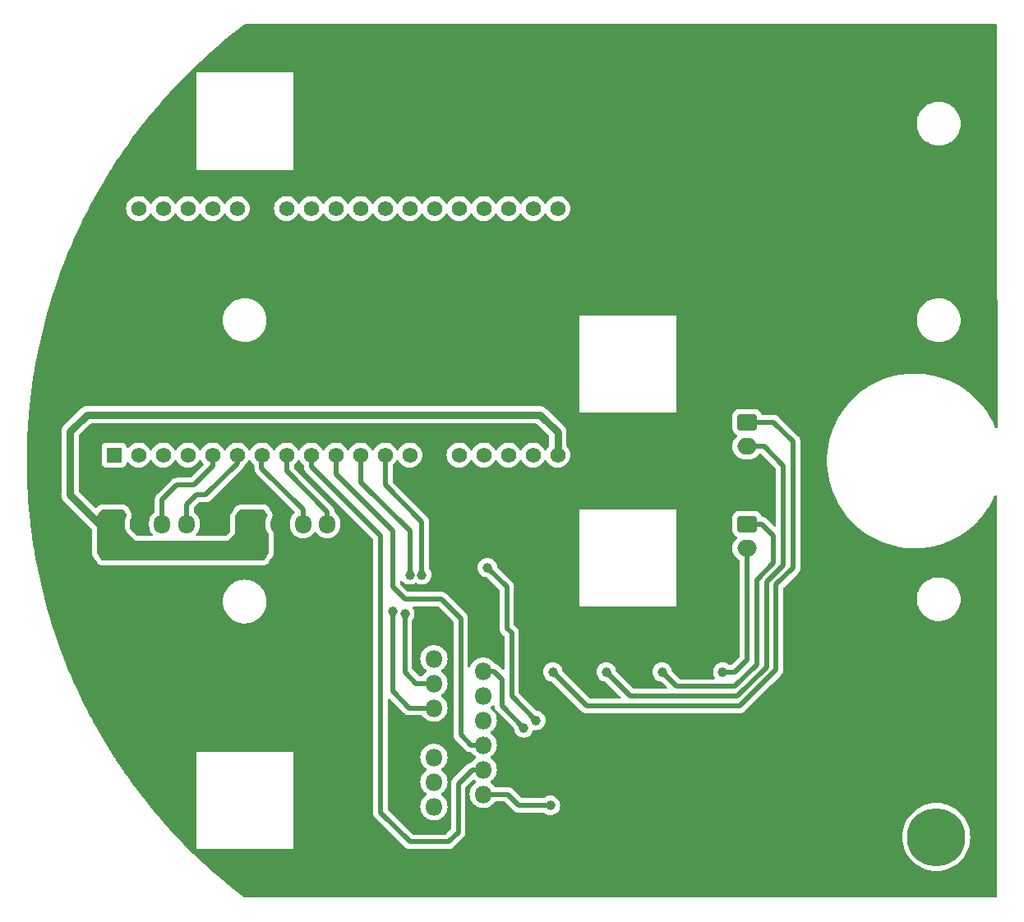
<source format=gbr>
%TF.GenerationSoftware,KiCad,Pcbnew,7.0.8*%
%TF.CreationDate,2024-03-30T21:38:38+07:00*%
%TF.ProjectId,2wd_control_pcbway,3277645f-636f-46e7-9472-6f6c5f706362,rev?*%
%TF.SameCoordinates,Original*%
%TF.FileFunction,Copper,L2,Bot*%
%TF.FilePolarity,Positive*%
%FSLAX46Y46*%
G04 Gerber Fmt 4.6, Leading zero omitted, Abs format (unit mm)*
G04 Created by KiCad (PCBNEW 7.0.8) date 2024-03-30 21:38:38*
%MOMM*%
%LPD*%
G01*
G04 APERTURE LIST*
G04 Aperture macros list*
%AMRoundRect*
0 Rectangle with rounded corners*
0 $1 Rounding radius*
0 $2 $3 $4 $5 $6 $7 $8 $9 X,Y pos of 4 corners*
0 Add a 4 corners polygon primitive as box body*
4,1,4,$2,$3,$4,$5,$6,$7,$8,$9,$2,$3,0*
0 Add four circle primitives for the rounded corners*
1,1,$1+$1,$2,$3*
1,1,$1+$1,$4,$5*
1,1,$1+$1,$6,$7*
1,1,$1+$1,$8,$9*
0 Add four rect primitives between the rounded corners*
20,1,$1+$1,$2,$3,$4,$5,0*
20,1,$1+$1,$4,$5,$6,$7,0*
20,1,$1+$1,$6,$7,$8,$9,0*
20,1,$1+$1,$8,$9,$2,$3,0*%
G04 Aperture macros list end*
%TA.AperFunction,ComponentPad*%
%ADD10C,6.000000*%
%TD*%
%TA.AperFunction,ComponentPad*%
%ADD11R,1.560000X1.560000*%
%TD*%
%TA.AperFunction,ComponentPad*%
%ADD12C,1.560000*%
%TD*%
%TA.AperFunction,ComponentPad*%
%ADD13R,1.800000X1.800000*%
%TD*%
%TA.AperFunction,ComponentPad*%
%ADD14O,1.800000X1.800000*%
%TD*%
%TA.AperFunction,ComponentPad*%
%ADD15RoundRect,0.250000X-0.600000X-0.725000X0.600000X-0.725000X0.600000X0.725000X-0.600000X0.725000X0*%
%TD*%
%TA.AperFunction,ComponentPad*%
%ADD16O,1.700000X1.950000*%
%TD*%
%TA.AperFunction,ComponentPad*%
%ADD17RoundRect,0.250000X-0.750000X0.600000X-0.750000X-0.600000X0.750000X-0.600000X0.750000X0.600000X0*%
%TD*%
%TA.AperFunction,ComponentPad*%
%ADD18O,2.000000X1.700000*%
%TD*%
%TA.AperFunction,ViaPad*%
%ADD19C,1.000000*%
%TD*%
%TA.AperFunction,Conductor*%
%ADD20C,0.500000*%
%TD*%
%TA.AperFunction,Conductor*%
%ADD21C,0.800000*%
%TD*%
G04 APERTURE END LIST*
D10*
%TO.P,12V1,1,Pin_1*%
%TO.N,Net-(12V1-Pin_1)*%
X208000000Y-114250000D03*
%TD*%
D11*
%TO.P,U1,J2-1,3V3*%
%TO.N,unconnected-(U1-3V3-PadJ2-1)*%
X123280000Y-74900000D03*
D12*
%TO.P,U1,J2-2,EN*%
%TO.N,unconnected-(U1-EN-PadJ2-2)*%
X125820000Y-74900000D03*
%TO.P,U1,J2-3,SENSOR_VP*%
%TO.N,unconnected-(U1-SENSOR_VP-PadJ2-3)*%
X128360000Y-74900000D03*
%TO.P,U1,J2-4,SENSOR_VN*%
%TO.N,unconnected-(U1-SENSOR_VN-PadJ2-4)*%
X130900000Y-74900000D03*
%TO.P,U1,J2-5,IO34*%
%TO.N,ENCOD_0_A*%
X133440000Y-74900000D03*
%TO.P,U1,J2-6,IO35*%
%TO.N,ENCOD_0_B*%
X135980000Y-74900000D03*
%TO.P,U1,J2-7,IO32*%
%TO.N,ENCOD_1_A*%
X138520000Y-74900000D03*
%TO.P,U1,J2-8,IO33*%
%TO.N,ENCOD_1_B*%
X141060000Y-74900000D03*
%TO.P,U1,J2-9,IO25*%
%TO.N,IN 1*%
X143600000Y-74900000D03*
%TO.P,U1,J2-10,IO26*%
%TO.N,IN 2*%
X146140000Y-74900000D03*
%TO.P,U1,J2-11,IO27*%
%TO.N,IN 3*%
X148680000Y-74900000D03*
%TO.P,U1,J2-12,IO14*%
%TO.N,IN 4*%
X151220000Y-74900000D03*
%TO.P,U1,J2-13,IO12*%
%TO.N,unconnected-(U1-IO12-PadJ2-13)*%
X153760000Y-74900000D03*
%TO.P,U1,J2-14,GND1*%
%TO.N,GND*%
X156300000Y-74900000D03*
%TO.P,U1,J2-15,IO13*%
%TO.N,unconnected-(U1-IO13-PadJ2-15)*%
X158840000Y-74900000D03*
%TO.P,U1,J2-16,SD2*%
%TO.N,unconnected-(U1-SD2-PadJ2-16)*%
X161380000Y-74900000D03*
%TO.P,U1,J2-17,SD3*%
%TO.N,unconnected-(U1-SD3-PadJ2-17)*%
X163920000Y-74900000D03*
%TO.P,U1,J2-18,CMD*%
%TO.N,unconnected-(U1-CMD-PadJ2-18)*%
X166460000Y-74900000D03*
%TO.P,U1,J2-19,EXT_5V*%
%TO.N,EN*%
X169000000Y-74900000D03*
%TO.P,U1,J3-1,GND3*%
%TO.N,GND*%
X123280000Y-49500000D03*
%TO.P,U1,J3-2,IO23*%
%TO.N,unconnected-(U1-IO23-PadJ3-2)*%
X125820000Y-49500000D03*
%TO.P,U1,J3-3,IO22*%
%TO.N,unconnected-(U1-IO22-PadJ3-3)*%
X128360000Y-49500000D03*
%TO.P,U1,J3-4,TXD0*%
%TO.N,unconnected-(U1-TXD0-PadJ3-4)*%
X130900000Y-49500000D03*
%TO.P,U1,J3-5,RXD0*%
%TO.N,unconnected-(U1-RXD0-PadJ3-5)*%
X133440000Y-49500000D03*
%TO.P,U1,J3-6,IO21*%
%TO.N,unconnected-(U1-IO21-PadJ3-6)*%
X135980000Y-49500000D03*
%TO.P,U1,J3-7,GND2*%
%TO.N,GND*%
X138520000Y-49500000D03*
%TO.P,U1,J3-8,IO19*%
%TO.N,unconnected-(U1-IO19-PadJ3-8)*%
X141060000Y-49500000D03*
%TO.P,U1,J3-9,IO18*%
%TO.N,unconnected-(U1-IO18-PadJ3-9)*%
X143600000Y-49500000D03*
%TO.P,U1,J3-10,IO5*%
%TO.N,unconnected-(U1-IO5-PadJ3-10)*%
X146140000Y-49500000D03*
%TO.P,U1,J3-11,IO17*%
%TO.N,unconnected-(U1-IO17-PadJ3-11)*%
X148680000Y-49500000D03*
%TO.P,U1,J3-12,IO16*%
%TO.N,unconnected-(U1-IO16-PadJ3-12)*%
X151220000Y-49500000D03*
%TO.P,U1,J3-13,IO4*%
%TO.N,unconnected-(U1-IO4-PadJ3-13)*%
X153760000Y-49500000D03*
%TO.P,U1,J3-14,IO0*%
%TO.N,unconnected-(U1-IO0-PadJ3-14)*%
X156300000Y-49500000D03*
%TO.P,U1,J3-15,IO2*%
%TO.N,unconnected-(U1-IO2-PadJ3-15)*%
X158840000Y-49500000D03*
%TO.P,U1,J3-16,IO15*%
%TO.N,unconnected-(U1-IO15-PadJ3-16)*%
X161380000Y-49500000D03*
%TO.P,U1,J3-17,SD1*%
%TO.N,unconnected-(U1-SD1-PadJ3-17)*%
X163920000Y-49500000D03*
%TO.P,U1,J3-18,SD0*%
%TO.N,unconnected-(U1-SD0-PadJ3-18)*%
X166460000Y-49500000D03*
%TO.P,U1,J3-19,CLK*%
%TO.N,unconnected-(U1-CLK-PadJ3-19)*%
X169000000Y-49500000D03*
%TD*%
D13*
%TO.P,U2,1,SENSE_A*%
%TO.N,GND*%
X161325000Y-112395000D03*
D14*
%TO.P,U2,2,OUT1*%
%TO.N,Net-(D2-A)*%
X156245000Y-111125000D03*
%TO.P,U2,3,OUT2*%
%TO.N,Net-(D3-A)*%
X161325000Y-109855000D03*
%TO.P,U2,4,Vs*%
%TO.N,+12V*%
X156245000Y-108585000D03*
%TO.P,U2,5,IN1*%
%TO.N,IN 1*%
X161325000Y-107315000D03*
%TO.P,U2,6,EnA*%
%TO.N,EN*%
X156245000Y-106045000D03*
%TO.P,U2,7,IN2*%
%TO.N,IN 2*%
X161325000Y-104775000D03*
%TO.P,U2,8,GND*%
%TO.N,GND*%
X156245000Y-103505000D03*
%TO.P,U2,9,Vss*%
%TO.N,EN*%
X161325000Y-102235000D03*
%TO.P,U2,10,IN3*%
%TO.N,IN 3*%
X156245000Y-100965000D03*
%TO.P,U2,11,EnB*%
%TO.N,EN*%
X161325000Y-99695000D03*
%TO.P,U2,12,IN4*%
%TO.N,IN 4*%
X156245000Y-98425000D03*
%TO.P,U2,13,OUT3*%
%TO.N,Net-(D4-A)*%
X161325000Y-97155000D03*
%TO.P,U2,14,OUT4*%
%TO.N,Net-(D5-A)*%
X156245000Y-95885000D03*
%TO.P,U2,15,SENSE_B*%
%TO.N,GND*%
X161325000Y-94615000D03*
%TD*%
D15*
%TO.P,Encoder0,1,Pin_1*%
%TO.N,EN*%
X123250000Y-82000000D03*
D16*
%TO.P,Encoder0,2,Pin_2*%
%TO.N,GND*%
X125750000Y-82000000D03*
%TO.P,Encoder0,3,Pin_3*%
%TO.N,ENCOD_0_A*%
X128250000Y-82000000D03*
%TO.P,Encoder0,4,Pin_4*%
%TO.N,ENCOD_0_B*%
X130750000Y-82000000D03*
%TD*%
D10*
%TO.P,GND1,1,Pin_1*%
%TO.N,GND*%
X208000000Y-105750000D03*
%TD*%
D15*
%TO.P,Encoder1,1,Pin_1*%
%TO.N,EN*%
X137750000Y-82000000D03*
D16*
%TO.P,Encoder1,2,Pin_2*%
%TO.N,GND*%
X140250000Y-82000000D03*
%TO.P,Encoder1,3,Pin_3*%
%TO.N,ENCOD_1_A*%
X142750000Y-82000000D03*
%TO.P,Encoder1,4,Pin_4*%
%TO.N,ENCOD_1_B*%
X145250000Y-82000000D03*
%TD*%
D17*
%TO.P,MotorA1,1,Pin_1*%
%TO.N,Net-(D2-A)*%
X188500000Y-71500000D03*
D18*
%TO.P,MotorA1,2,Pin_2*%
%TO.N,Net-(D3-A)*%
X188500000Y-74000000D03*
%TD*%
D17*
%TO.P,MotorB1,1,Pin_1*%
%TO.N,Net-(D4-A)*%
X188500000Y-82000000D03*
D18*
%TO.P,MotorB1,2,Pin_2*%
%TO.N,Net-(D5-A)*%
X188500000Y-84500000D03*
%TD*%
D19*
%TO.N,GND*%
X152750000Y-105500000D03*
X152750000Y-102500000D03*
X169250000Y-107000000D03*
X171250000Y-107000000D03*
X168000000Y-90000000D03*
X169250000Y-105000000D03*
X173250000Y-105000000D03*
X152750000Y-104000000D03*
X169750000Y-88500000D03*
X148750000Y-107000000D03*
X173250000Y-107000000D03*
X171250000Y-105000000D03*
X169250000Y-103000000D03*
X148750000Y-102500000D03*
X148750000Y-104000000D03*
X166250000Y-88500000D03*
X168000000Y-88500000D03*
X182250000Y-102750000D03*
X169750000Y-90000000D03*
X152750000Y-106750000D03*
X171250000Y-103000000D03*
X173250000Y-103000000D03*
X148750000Y-105500000D03*
X166250000Y-90000000D03*
%TO.N,Net-(D2-A)*%
X168500000Y-97250000D03*
%TO.N,Net-(D3-A)*%
X168250000Y-111000000D03*
X174000000Y-97250000D03*
%TO.N,Net-(D4-A)*%
X179750000Y-97250000D03*
X165500000Y-103000000D03*
X179750000Y-97250000D03*
%TO.N,Net-(D5-A)*%
X166750000Y-102250000D03*
X186000000Y-97250000D03*
X161750000Y-86500000D03*
%TO.N,IN 3*%
X153750000Y-87250000D03*
X152000000Y-91000000D03*
%TO.N,IN 4*%
X155000000Y-87250000D03*
X153250000Y-91250000D03*
%TD*%
D20*
%TO.N,GND*%
X182250000Y-102750000D02*
X182750000Y-102750000D01*
D21*
%TO.N,EN*%
X118750000Y-79000000D02*
X118750000Y-72500000D01*
X120500000Y-70750000D02*
X167180000Y-70750000D01*
X121750000Y-82000000D02*
X118750000Y-79000000D01*
X118750000Y-72500000D02*
X120500000Y-70750000D01*
X169000000Y-72570000D02*
X169000000Y-75150000D01*
X167180000Y-70750000D02*
X169000000Y-72570000D01*
X123250000Y-82000000D02*
X121750000Y-82000000D01*
D20*
%TO.N,Net-(D2-A)*%
X191250000Y-71500000D02*
X188500000Y-71500000D01*
X187750000Y-100750000D02*
X191500000Y-97000000D01*
X193250000Y-86500000D02*
X193250000Y-73500000D01*
X191500000Y-97000000D02*
X191500000Y-88250000D01*
X193250000Y-73500000D02*
X191250000Y-71500000D01*
X191500000Y-88250000D02*
X193250000Y-86500000D01*
X172000000Y-100750000D02*
X187750000Y-100750000D01*
X168500000Y-97250000D02*
X172000000Y-100750000D01*
%TO.N,Net-(D3-A)*%
X174000000Y-97250000D02*
X176500000Y-99750000D01*
X163855000Y-109855000D02*
X161325000Y-109855000D01*
X168250000Y-111000000D02*
X165000000Y-111000000D01*
X190250000Y-74000000D02*
X188500000Y-74000000D01*
X190500000Y-88000000D02*
X192250000Y-86250000D01*
X187500000Y-99750000D02*
X190500000Y-96750000D01*
X176500000Y-99750000D02*
X187500000Y-99750000D01*
X192250000Y-86250000D02*
X192250000Y-76000000D01*
X192250000Y-76000000D02*
X190250000Y-74000000D01*
X165000000Y-111000000D02*
X163855000Y-109855000D01*
X190500000Y-96750000D02*
X190500000Y-88000000D01*
%TO.N,Net-(D4-A)*%
X163250000Y-98000000D02*
X162405000Y-97155000D01*
X165500000Y-103000000D02*
X163250000Y-100750000D01*
X187250000Y-98750000D02*
X189500000Y-96500000D01*
X189500000Y-96500000D02*
X189500000Y-87750000D01*
X191250000Y-83250000D02*
X190000000Y-82000000D01*
X190000000Y-82000000D02*
X188500000Y-82000000D01*
X162405000Y-97155000D02*
X161325000Y-97155000D01*
X181250000Y-98750000D02*
X187250000Y-98750000D01*
X189500000Y-87750000D02*
X191250000Y-86000000D01*
X163250000Y-100750000D02*
X163250000Y-98000000D01*
X179750000Y-97250000D02*
X181250000Y-98750000D01*
X191250000Y-86000000D02*
X191250000Y-83250000D01*
%TO.N,Net-(D5-A)*%
X186000000Y-97250000D02*
X187250000Y-97250000D01*
X164250000Y-99750000D02*
X166750000Y-102250000D01*
X163750000Y-88500000D02*
X163750000Y-92750000D01*
X164250000Y-93250000D02*
X164250000Y-99750000D01*
X161750000Y-86500000D02*
X163750000Y-88500000D01*
X187250000Y-97250000D02*
X188500000Y-96000000D01*
X163750000Y-92750000D02*
X164250000Y-93250000D01*
X188500000Y-96000000D02*
X188500000Y-84500000D01*
%TO.N,ENCOD_0_A*%
X128250000Y-82000000D02*
X128250000Y-79500000D01*
X128250000Y-79500000D02*
X129750000Y-78000000D01*
X131500000Y-78000000D02*
X133440000Y-76060000D01*
X133440000Y-76060000D02*
X133440000Y-74900000D01*
X129750000Y-78000000D02*
X131500000Y-78000000D01*
%TO.N,ENCOD_0_B*%
X136000000Y-74920000D02*
X135980000Y-74900000D01*
X130750000Y-82000000D02*
X130750000Y-80000000D01*
X132750000Y-79000000D02*
X136000000Y-75750000D01*
X130750000Y-80000000D02*
X131750000Y-79000000D01*
X136000000Y-75750000D02*
X136000000Y-74920000D01*
X131750000Y-79000000D02*
X132750000Y-79000000D01*
%TO.N,ENCOD_1_A*%
X138500000Y-76250000D02*
X138500000Y-74920000D01*
X142750000Y-82000000D02*
X142750000Y-80500000D01*
X138500000Y-74920000D02*
X138520000Y-74900000D01*
X142750000Y-80500000D02*
X138500000Y-76250000D01*
%TO.N,ENCOD_1_B*%
X145250000Y-80750000D02*
X145250000Y-82000000D01*
X141060000Y-74900000D02*
X141060000Y-76560000D01*
X141060000Y-76560000D02*
X145250000Y-80750000D01*
%TO.N,IN 1*%
X150750000Y-111750000D02*
X153750000Y-114750000D01*
X158750000Y-113750000D02*
X158750000Y-108750000D01*
X158750000Y-108750000D02*
X160185000Y-107315000D01*
X157750000Y-114750000D02*
X158750000Y-113750000D01*
X153750000Y-114750000D02*
X157750000Y-114750000D01*
X160185000Y-107315000D02*
X161325000Y-107315000D01*
X150750000Y-83250000D02*
X150750000Y-111750000D01*
X143600000Y-76100000D02*
X150750000Y-83250000D01*
X143600000Y-74900000D02*
X143600000Y-76100000D01*
%TO.N,IN 2*%
X146140000Y-76890000D02*
X152000000Y-82750000D01*
X152000000Y-88500000D02*
X153250000Y-89750000D01*
X152000000Y-82750000D02*
X152000000Y-88500000D01*
X159000000Y-91750000D02*
X159000000Y-103750000D01*
X146140000Y-74900000D02*
X146140000Y-76890000D01*
X159000000Y-103750000D02*
X160025000Y-104775000D01*
X160025000Y-104775000D02*
X161325000Y-104775000D01*
X157000000Y-89750000D02*
X159000000Y-91750000D01*
X153250000Y-89750000D02*
X157000000Y-89750000D01*
%TO.N,IN 3*%
X148680000Y-77680000D02*
X153750000Y-82750000D01*
X153750000Y-82750000D02*
X153750000Y-87250000D01*
X152000000Y-91000000D02*
X152000000Y-99250000D01*
X152000000Y-99250000D02*
X153715000Y-100965000D01*
X148680000Y-74900000D02*
X148680000Y-77680000D01*
X153715000Y-100965000D02*
X156245000Y-100965000D01*
%TO.N,IN 4*%
X151250000Y-78000000D02*
X155000000Y-81750000D01*
X153250000Y-91250000D02*
X153250000Y-97250000D01*
X151250000Y-74930000D02*
X151250000Y-78000000D01*
X155000000Y-81750000D02*
X155000000Y-87250000D01*
X154425000Y-98425000D02*
X156245000Y-98425000D01*
X151220000Y-74900000D02*
X151250000Y-74930000D01*
X153250000Y-97250000D02*
X154425000Y-98425000D01*
%TD*%
%TA.AperFunction,Conductor*%
%TO.N,EN*%
G36*
X124250676Y-80519685D02*
G01*
X124286811Y-80555217D01*
X124600075Y-81025113D01*
X124620883Y-81091812D01*
X124602328Y-81159173D01*
X124598478Y-81165017D01*
X124575966Y-81197169D01*
X124476097Y-81411335D01*
X124476094Y-81411344D01*
X124414938Y-81639586D01*
X124414936Y-81639596D01*
X124399500Y-81816034D01*
X124399500Y-82183966D01*
X124414936Y-82360403D01*
X124414938Y-82360413D01*
X124476094Y-82588655D01*
X124476096Y-82588659D01*
X124476097Y-82588663D01*
X124500000Y-82639922D01*
X124575964Y-82802828D01*
X124575965Y-82802830D01*
X124711505Y-82996402D01*
X124878596Y-83163493D01*
X124878599Y-83163495D01*
X124986115Y-83238778D01*
X125002670Y-83252670D01*
X125500000Y-83750000D01*
X135000000Y-83750000D01*
X135750000Y-83000000D01*
X135750000Y-81287544D01*
X135769685Y-81220505D01*
X135770826Y-81218761D01*
X136213189Y-80555217D01*
X136266754Y-80510356D01*
X136316363Y-80500000D01*
X138683637Y-80500000D01*
X138750676Y-80519685D01*
X138786811Y-80555217D01*
X139100075Y-81025113D01*
X139120883Y-81091812D01*
X139102328Y-81159173D01*
X139098478Y-81165017D01*
X139075966Y-81197169D01*
X138976097Y-81411335D01*
X138976094Y-81411344D01*
X138914938Y-81639586D01*
X138914936Y-81639596D01*
X138899500Y-81816034D01*
X138899500Y-82183966D01*
X138914936Y-82360403D01*
X138914938Y-82360413D01*
X138976094Y-82588655D01*
X138976096Y-82588659D01*
X138976097Y-82588663D01*
X139000000Y-82639922D01*
X139075964Y-82802828D01*
X139075965Y-82802830D01*
X139161787Y-82925396D01*
X139211505Y-82996401D01*
X139213675Y-82998571D01*
X139214328Y-82999767D01*
X139214986Y-83000551D01*
X139214828Y-83000683D01*
X139247164Y-83059890D01*
X139250000Y-83086258D01*
X139250000Y-84962456D01*
X139230315Y-85029495D01*
X139229174Y-85031239D01*
X138786811Y-85694783D01*
X138733246Y-85739644D01*
X138683637Y-85750000D01*
X122066363Y-85750000D01*
X121999324Y-85730315D01*
X121963189Y-85694783D01*
X121520826Y-85031239D01*
X121500018Y-84964540D01*
X121500000Y-84962456D01*
X121500000Y-81287544D01*
X121519685Y-81220505D01*
X121520826Y-81218761D01*
X121963189Y-80555217D01*
X122016754Y-80510356D01*
X122066363Y-80500000D01*
X124183637Y-80500000D01*
X124250676Y-80519685D01*
G37*
%TD.AperFunction*%
%TD*%
%TA.AperFunction,Conductor*%
%TO.N,GND*%
G36*
X156704809Y-90520185D02*
G01*
X156725451Y-90536819D01*
X158213181Y-92024548D01*
X158246666Y-92085871D01*
X158249500Y-92112229D01*
X158249500Y-103686294D01*
X158248191Y-103704263D01*
X158244710Y-103728025D01*
X158249264Y-103780064D01*
X158249500Y-103785470D01*
X158249500Y-103793709D01*
X158253306Y-103826274D01*
X158260000Y-103902791D01*
X158261461Y-103909867D01*
X158261403Y-103909878D01*
X158263034Y-103917237D01*
X158263092Y-103917224D01*
X158264757Y-103924250D01*
X158291025Y-103996424D01*
X158315185Y-104069331D01*
X158318236Y-104075874D01*
X158318182Y-104075898D01*
X158321470Y-104082688D01*
X158321521Y-104082663D01*
X158324761Y-104089113D01*
X158324762Y-104089114D01*
X158324763Y-104089117D01*
X158366965Y-104153283D01*
X158407287Y-104218655D01*
X158411766Y-104224319D01*
X158411719Y-104224356D01*
X158416482Y-104230202D01*
X158416528Y-104230164D01*
X158421173Y-104235700D01*
X158477017Y-104288385D01*
X159449270Y-105260638D01*
X159461051Y-105274270D01*
X159475388Y-105293528D01*
X159515409Y-105327111D01*
X159519397Y-105330766D01*
X159525216Y-105336585D01*
X159525220Y-105336588D01*
X159525223Y-105336591D01*
X159550959Y-105356940D01*
X159609786Y-105406302D01*
X159609787Y-105406302D01*
X159609789Y-105406304D01*
X159615818Y-105410270D01*
X159615785Y-105410319D01*
X159622147Y-105414372D01*
X159622179Y-105414321D01*
X159628319Y-105418108D01*
X159628323Y-105418111D01*
X159663132Y-105434343D01*
X159697941Y-105450575D01*
X159766565Y-105485039D01*
X159766567Y-105485040D01*
X159766569Y-105485040D01*
X159773357Y-105487511D01*
X159773336Y-105487567D01*
X159780457Y-105490043D01*
X159780476Y-105489986D01*
X159787322Y-105492254D01*
X159787327Y-105492257D01*
X159787332Y-105492258D01*
X159787335Y-105492259D01*
X159862565Y-105507792D01*
X159937279Y-105525500D01*
X159937282Y-105525500D01*
X159937286Y-105525501D01*
X159944453Y-105526339D01*
X159944446Y-105526398D01*
X159951944Y-105527164D01*
X159951950Y-105527105D01*
X159959139Y-105527734D01*
X159959143Y-105527733D01*
X159959144Y-105527734D01*
X160035917Y-105525500D01*
X160075315Y-105525500D01*
X160142354Y-105545185D01*
X160179123Y-105581678D01*
X160216015Y-105638145D01*
X160216017Y-105638147D01*
X160216021Y-105638153D01*
X160373216Y-105808913D01*
X160373219Y-105808915D01*
X160373222Y-105808918D01*
X160550818Y-105947147D01*
X160591631Y-106003857D01*
X160595306Y-106073630D01*
X160560674Y-106134313D01*
X160550818Y-106142853D01*
X160373222Y-106281081D01*
X160373219Y-106281084D01*
X160373216Y-106281086D01*
X160373216Y-106281087D01*
X160217839Y-106449873D01*
X160216015Y-106451854D01*
X160174788Y-106514957D01*
X160121642Y-106560314D01*
X160081788Y-106570663D01*
X160032200Y-106575001D01*
X160025133Y-106576461D01*
X160025121Y-106576404D01*
X160017752Y-106578038D01*
X160017766Y-106578095D01*
X160010741Y-106579759D01*
X159938556Y-106606033D01*
X159865670Y-106630185D01*
X159865667Y-106630186D01*
X159865665Y-106630187D01*
X159865662Y-106630188D01*
X159859128Y-106633236D01*
X159859102Y-106633182D01*
X159852306Y-106636472D01*
X159852332Y-106636524D01*
X159845884Y-106639762D01*
X159781699Y-106681977D01*
X159716350Y-106722284D01*
X159710682Y-106726766D01*
X159710646Y-106726720D01*
X159704798Y-106731484D01*
X159704835Y-106731528D01*
X159699310Y-106736164D01*
X159646598Y-106792034D01*
X158264358Y-108174272D01*
X158250729Y-108186051D01*
X158231468Y-108200390D01*
X158197898Y-108240397D01*
X158194253Y-108244376D01*
X158188409Y-108250222D01*
X158168059Y-108275959D01*
X158118695Y-108334789D01*
X158114729Y-108340819D01*
X158114682Y-108340788D01*
X158110630Y-108347147D01*
X158110679Y-108347177D01*
X158106889Y-108353321D01*
X158074424Y-108422941D01*
X158039960Y-108491566D01*
X158037488Y-108498357D01*
X158037432Y-108498336D01*
X158034960Y-108505450D01*
X158035015Y-108505469D01*
X158032742Y-108512327D01*
X158024975Y-108549946D01*
X158017207Y-108587565D01*
X158011030Y-108613629D01*
X157999498Y-108662286D01*
X157998661Y-108669454D01*
X157998601Y-108669447D01*
X157997835Y-108676945D01*
X157997895Y-108676951D01*
X157997265Y-108684140D01*
X157999500Y-108760916D01*
X157999500Y-113387770D01*
X157979815Y-113454809D01*
X157963181Y-113475451D01*
X157475451Y-113963181D01*
X157414128Y-113996666D01*
X157387770Y-113999500D01*
X154112229Y-113999500D01*
X154045190Y-113979815D01*
X154024548Y-113963181D01*
X151536819Y-111475451D01*
X151503334Y-111414128D01*
X151500500Y-111387770D01*
X151500500Y-111125006D01*
X154839700Y-111125006D01*
X154858864Y-111356297D01*
X154858866Y-111356308D01*
X154915842Y-111581300D01*
X155009075Y-111793848D01*
X155136016Y-111988147D01*
X155136019Y-111988151D01*
X155136021Y-111988153D01*
X155293216Y-112158913D01*
X155293219Y-112158915D01*
X155293222Y-112158918D01*
X155476365Y-112301464D01*
X155476371Y-112301468D01*
X155476374Y-112301470D01*
X155680497Y-112411936D01*
X155794487Y-112451068D01*
X155900015Y-112487297D01*
X155900017Y-112487297D01*
X155900019Y-112487298D01*
X156128951Y-112525500D01*
X156128952Y-112525500D01*
X156361048Y-112525500D01*
X156361049Y-112525500D01*
X156589981Y-112487298D01*
X156809503Y-112411936D01*
X157013626Y-112301470D01*
X157030437Y-112288386D01*
X157098133Y-112235696D01*
X157196784Y-112158913D01*
X157353979Y-111988153D01*
X157480924Y-111793849D01*
X157574157Y-111581300D01*
X157631134Y-111356305D01*
X157640337Y-111245244D01*
X157650300Y-111125006D01*
X157650300Y-111124993D01*
X157631135Y-110893702D01*
X157631133Y-110893691D01*
X157574157Y-110668699D01*
X157480924Y-110456151D01*
X157353983Y-110261852D01*
X157353980Y-110261849D01*
X157353979Y-110261847D01*
X157196784Y-110091087D01*
X157019180Y-109952853D01*
X156978368Y-109896143D01*
X156974693Y-109826370D01*
X157009324Y-109765687D01*
X157019181Y-109757146D01*
X157196784Y-109618913D01*
X157353979Y-109448153D01*
X157480924Y-109253849D01*
X157574157Y-109041300D01*
X157631134Y-108816305D01*
X157631135Y-108816297D01*
X157650300Y-108585006D01*
X157650300Y-108584993D01*
X157631135Y-108353702D01*
X157631133Y-108353691D01*
X157574157Y-108128699D01*
X157480924Y-107916151D01*
X157353983Y-107721852D01*
X157353980Y-107721849D01*
X157353979Y-107721847D01*
X157196784Y-107551087D01*
X157019180Y-107412853D01*
X156978368Y-107356143D01*
X156974693Y-107286370D01*
X157009324Y-107225687D01*
X157019181Y-107217146D01*
X157196784Y-107078913D01*
X157353979Y-106908153D01*
X157480924Y-106713849D01*
X157574157Y-106501300D01*
X157631134Y-106276305D01*
X157642192Y-106142853D01*
X157650300Y-106045006D01*
X157650300Y-106044993D01*
X157631135Y-105813702D01*
X157631133Y-105813691D01*
X157574157Y-105588699D01*
X157480924Y-105376151D01*
X157353983Y-105181852D01*
X157353980Y-105181849D01*
X157353979Y-105181847D01*
X157196784Y-105011087D01*
X157196779Y-105011083D01*
X157196777Y-105011081D01*
X157013634Y-104868535D01*
X157013628Y-104868531D01*
X156809504Y-104758064D01*
X156809495Y-104758061D01*
X156589984Y-104682702D01*
X156418282Y-104654050D01*
X156361049Y-104644500D01*
X156128951Y-104644500D01*
X156083164Y-104652140D01*
X155900015Y-104682702D01*
X155680504Y-104758061D01*
X155680495Y-104758064D01*
X155476371Y-104868531D01*
X155476365Y-104868535D01*
X155293222Y-105011081D01*
X155293219Y-105011084D01*
X155136016Y-105181852D01*
X155009075Y-105376151D01*
X154915842Y-105588699D01*
X154858866Y-105813691D01*
X154858864Y-105813702D01*
X154839700Y-106044993D01*
X154839700Y-106045006D01*
X154858864Y-106276297D01*
X154858866Y-106276308D01*
X154915842Y-106501300D01*
X155009075Y-106713848D01*
X155136016Y-106908147D01*
X155136019Y-106908151D01*
X155136021Y-106908153D01*
X155293216Y-107078913D01*
X155293219Y-107078915D01*
X155293222Y-107078918D01*
X155470818Y-107217147D01*
X155511631Y-107273857D01*
X155515306Y-107343630D01*
X155480674Y-107404313D01*
X155470818Y-107412853D01*
X155293222Y-107551081D01*
X155293219Y-107551084D01*
X155136016Y-107721852D01*
X155009075Y-107916151D01*
X154915842Y-108128699D01*
X154858866Y-108353691D01*
X154858864Y-108353702D01*
X154839700Y-108584993D01*
X154839700Y-108585006D01*
X154858864Y-108816297D01*
X154858866Y-108816308D01*
X154915842Y-109041300D01*
X155009075Y-109253848D01*
X155136016Y-109448147D01*
X155136019Y-109448151D01*
X155136021Y-109448153D01*
X155293216Y-109618913D01*
X155293219Y-109618915D01*
X155293222Y-109618918D01*
X155470818Y-109757147D01*
X155511631Y-109813857D01*
X155515306Y-109883630D01*
X155480674Y-109944313D01*
X155470818Y-109952853D01*
X155293222Y-110091081D01*
X155293219Y-110091084D01*
X155136016Y-110261852D01*
X155009075Y-110456151D01*
X154915842Y-110668699D01*
X154858866Y-110893691D01*
X154858864Y-110893702D01*
X154839700Y-111124993D01*
X154839700Y-111125006D01*
X151500500Y-111125006D01*
X151500500Y-100111229D01*
X151520185Y-100044190D01*
X151572989Y-99998435D01*
X151642147Y-99988491D01*
X151705703Y-100017516D01*
X151712181Y-100023548D01*
X153139267Y-101450634D01*
X153151048Y-101464266D01*
X153153274Y-101467256D01*
X153165390Y-101483530D01*
X153205420Y-101517119D01*
X153209392Y-101520759D01*
X153215223Y-101526590D01*
X153215222Y-101526590D01*
X153231065Y-101539116D01*
X153240944Y-101546927D01*
X153299786Y-101596302D01*
X153299794Y-101596306D01*
X153305824Y-101600273D01*
X153305790Y-101600323D01*
X153312137Y-101604366D01*
X153312169Y-101604316D01*
X153318318Y-101608108D01*
X153318320Y-101608109D01*
X153318323Y-101608111D01*
X153387930Y-101640569D01*
X153456567Y-101675040D01*
X153456576Y-101675042D01*
X153463355Y-101677510D01*
X153463334Y-101677567D01*
X153470451Y-101680040D01*
X153470470Y-101679984D01*
X153477330Y-101682257D01*
X153552532Y-101697784D01*
X153627279Y-101715500D01*
X153627288Y-101715500D01*
X153634452Y-101716338D01*
X153634445Y-101716397D01*
X153641946Y-101717163D01*
X153641952Y-101717104D01*
X153649140Y-101717733D01*
X153649143Y-101717732D01*
X153649144Y-101717733D01*
X153725898Y-101715500D01*
X154995315Y-101715500D01*
X155062354Y-101735185D01*
X155099123Y-101771678D01*
X155136015Y-101828145D01*
X155136017Y-101828147D01*
X155136021Y-101828153D01*
X155293216Y-101998913D01*
X155293219Y-101998915D01*
X155293222Y-101998918D01*
X155476365Y-102141464D01*
X155476371Y-102141468D01*
X155476374Y-102141470D01*
X155643860Y-102232109D01*
X155676919Y-102250000D01*
X155680497Y-102251936D01*
X155794487Y-102291068D01*
X155900015Y-102327297D01*
X155900017Y-102327297D01*
X155900019Y-102327298D01*
X156128951Y-102365500D01*
X156128952Y-102365500D01*
X156361048Y-102365500D01*
X156361049Y-102365500D01*
X156589981Y-102327298D01*
X156809503Y-102251936D01*
X157013626Y-102141470D01*
X157196784Y-101998913D01*
X157353979Y-101828153D01*
X157480924Y-101633849D01*
X157574157Y-101421300D01*
X157631134Y-101196305D01*
X157631135Y-101196297D01*
X157650300Y-100965006D01*
X157650300Y-100964993D01*
X157631135Y-100733702D01*
X157631133Y-100733691D01*
X157574157Y-100508699D01*
X157480924Y-100296151D01*
X157353983Y-100101852D01*
X157353980Y-100101849D01*
X157353979Y-100101847D01*
X157196784Y-99931087D01*
X157019180Y-99792853D01*
X156978368Y-99736143D01*
X156974693Y-99666370D01*
X157009324Y-99605687D01*
X157019181Y-99597146D01*
X157196784Y-99458913D01*
X157353979Y-99288153D01*
X157480924Y-99093849D01*
X157574157Y-98881300D01*
X157631134Y-98656305D01*
X157642192Y-98522853D01*
X157650300Y-98425006D01*
X157650300Y-98424993D01*
X157631135Y-98193702D01*
X157631133Y-98193691D01*
X157574157Y-97968699D01*
X157480924Y-97756151D01*
X157353983Y-97561852D01*
X157353980Y-97561849D01*
X157353979Y-97561847D01*
X157196784Y-97391087D01*
X157019180Y-97252853D01*
X156978368Y-97196143D01*
X156974693Y-97126370D01*
X157009324Y-97065687D01*
X157019181Y-97057146D01*
X157023389Y-97053871D01*
X157196784Y-96918913D01*
X157353979Y-96748153D01*
X157480924Y-96553849D01*
X157574157Y-96341300D01*
X157631134Y-96116305D01*
X157642550Y-95978531D01*
X157650300Y-95885006D01*
X157650300Y-95884993D01*
X157631135Y-95653702D01*
X157631133Y-95653691D01*
X157574157Y-95428699D01*
X157480924Y-95216151D01*
X157353983Y-95021852D01*
X157353980Y-95021849D01*
X157353979Y-95021847D01*
X157196784Y-94851087D01*
X157196779Y-94851083D01*
X157196777Y-94851081D01*
X157013634Y-94708535D01*
X157013628Y-94708531D01*
X156809504Y-94598064D01*
X156809495Y-94598061D01*
X156589984Y-94522702D01*
X156418282Y-94494050D01*
X156361049Y-94484500D01*
X156128951Y-94484500D01*
X156083164Y-94492140D01*
X155900015Y-94522702D01*
X155680504Y-94598061D01*
X155680495Y-94598064D01*
X155476371Y-94708531D01*
X155476365Y-94708535D01*
X155293222Y-94851081D01*
X155293219Y-94851084D01*
X155136016Y-95021852D01*
X155009075Y-95216151D01*
X154915842Y-95428699D01*
X154858866Y-95653691D01*
X154858864Y-95653702D01*
X154839700Y-95884993D01*
X154839700Y-95885006D01*
X154858864Y-96116297D01*
X154858866Y-96116308D01*
X154915842Y-96341300D01*
X155009075Y-96553848D01*
X155136016Y-96748147D01*
X155136019Y-96748151D01*
X155136021Y-96748153D01*
X155293216Y-96918913D01*
X155293219Y-96918915D01*
X155293222Y-96918918D01*
X155470818Y-97057147D01*
X155511631Y-97113857D01*
X155515306Y-97183630D01*
X155480674Y-97244313D01*
X155470818Y-97252853D01*
X155293222Y-97391081D01*
X155293219Y-97391084D01*
X155293216Y-97391086D01*
X155293216Y-97391087D01*
X155152877Y-97543537D01*
X155136015Y-97561854D01*
X155099123Y-97618322D01*
X155045977Y-97663678D01*
X154995315Y-97674500D01*
X154787229Y-97674500D01*
X154720190Y-97654815D01*
X154699548Y-97638181D01*
X154036819Y-96975451D01*
X154003334Y-96914128D01*
X154000500Y-96887770D01*
X154000500Y-91956976D01*
X154020185Y-91889937D01*
X154028632Y-91878329D01*
X154085910Y-91808538D01*
X154091675Y-91797752D01*
X154178811Y-91634733D01*
X154178811Y-91634732D01*
X154178814Y-91634727D01*
X154236024Y-91446132D01*
X154255341Y-91250000D01*
X154236024Y-91053868D01*
X154178814Y-90865273D01*
X154178811Y-90865269D01*
X154178811Y-90865266D01*
X154083039Y-90686089D01*
X154084647Y-90685229D01*
X154066321Y-90626729D01*
X154084797Y-90559347D01*
X154136770Y-90512650D01*
X154190301Y-90500500D01*
X156637770Y-90500500D01*
X156704809Y-90520185D01*
G37*
%TD.AperFunction*%
%TA.AperFunction,Conductor*%
G36*
X214192725Y-30520185D02*
G01*
X214238480Y-30572989D01*
X214249685Y-30624313D01*
X214271879Y-45500524D01*
X214311446Y-72023526D01*
X214291861Y-72090595D01*
X214239126Y-72136428D01*
X214169982Y-72146475D01*
X214106383Y-72117545D01*
X214072101Y-72069223D01*
X214018483Y-71933326D01*
X214001493Y-71897115D01*
X213887116Y-71653334D01*
X213777958Y-71420677D01*
X213505686Y-70924159D01*
X213505680Y-70924149D01*
X213505681Y-70924149D01*
X213202747Y-70445741D01*
X213202744Y-70445736D01*
X212872736Y-69990617D01*
X212870326Y-69987293D01*
X212509768Y-69550671D01*
X212509764Y-69550667D01*
X212509761Y-69550663D01*
X212122460Y-69137553D01*
X211860480Y-68891165D01*
X211709966Y-68749608D01*
X211709965Y-68749608D01*
X211709960Y-68749603D01*
X211273891Y-68388347D01*
X210815978Y-68055213D01*
X210815977Y-68055212D01*
X210338034Y-67751521D01*
X209841945Y-67478469D01*
X209841943Y-67478468D01*
X209329672Y-67237136D01*
X209329663Y-67237132D01*
X209329660Y-67237131D01*
X208803251Y-67028480D01*
X208264749Y-66853324D01*
X208264746Y-66853323D01*
X207994255Y-66783800D01*
X207716308Y-66712360D01*
X207716302Y-66712359D01*
X207637344Y-66697281D01*
X207596738Y-66689527D01*
X207594586Y-66688422D01*
X207565582Y-66683578D01*
X207299952Y-66632854D01*
X207160078Y-66606144D01*
X207160077Y-66606144D01*
X207024351Y-66588980D01*
X207019550Y-66586885D01*
X206964072Y-66581357D01*
X206685405Y-66546118D01*
X206598286Y-66535102D01*
X206505197Y-66529239D01*
X206446684Y-66525554D01*
X206439163Y-66522821D01*
X206363509Y-66520316D01*
X206033135Y-66499510D01*
X205750500Y-66499501D01*
X205750000Y-66499501D01*
X205456163Y-66499474D01*
X205456162Y-66499474D01*
X205372388Y-66504949D01*
X204869741Y-66537804D01*
X204388714Y-66600957D01*
X204287074Y-66614301D01*
X204287073Y-66614301D01*
X204287069Y-66614301D01*
X204287067Y-66614302D01*
X204150375Y-66641414D01*
X203710630Y-66728638D01*
X203423029Y-66805479D01*
X203142865Y-66880333D01*
X202586209Y-67068735D01*
X202586205Y-67068736D01*
X202586198Y-67068739D01*
X202043024Y-67293043D01*
X202043023Y-67293043D01*
X201515632Y-67552300D01*
X201006269Y-67845405D01*
X201006264Y-67845408D01*
X201006263Y-67845408D01*
X200713208Y-68040536D01*
X200517109Y-68171108D01*
X200050234Y-68528023D01*
X199607632Y-68914628D01*
X199607625Y-68914635D01*
X199191185Y-69329282D01*
X198802676Y-69770210D01*
X198459451Y-70215186D01*
X198443751Y-70235540D01*
X198115941Y-70723291D01*
X198115940Y-70723293D01*
X198115939Y-70723293D01*
X197933941Y-71036441D01*
X197854636Y-71172894D01*
X197820635Y-71231396D01*
X197559108Y-71757659D01*
X197559109Y-71757658D01*
X197533522Y-71818869D01*
X197332462Y-72299866D01*
X197332459Y-72299874D01*
X197332458Y-72299877D01*
X197141661Y-72855701D01*
X197141662Y-72855700D01*
X197141661Y-72855703D01*
X196987520Y-73422802D01*
X196870696Y-73998747D01*
X196870695Y-73998753D01*
X196870695Y-73998752D01*
X196791685Y-74581087D01*
X196750825Y-75167329D01*
X196749617Y-75447400D01*
X196748290Y-75755006D01*
X196784090Y-76341588D01*
X196818970Y-76616451D01*
X196843385Y-76808847D01*
X196858073Y-76924586D01*
X196969924Y-77501518D01*
X197119166Y-78069925D01*
X197305164Y-78627389D01*
X197305167Y-78627397D01*
X197305168Y-78627399D01*
X197305168Y-78627400D01*
X197527125Y-79171531D01*
X197527126Y-79171533D01*
X197784107Y-79700042D01*
X197784111Y-79700049D01*
X197784110Y-79700049D01*
X197909103Y-79919447D01*
X198075011Y-80210664D01*
X198075015Y-80210670D01*
X198398217Y-80700644D01*
X198398601Y-80701225D01*
X198753496Y-81169634D01*
X198857687Y-81289960D01*
X199138191Y-81613902D01*
X199551042Y-82032130D01*
X199551048Y-82032135D01*
X199551047Y-82032135D01*
X199990287Y-82422537D01*
X200454064Y-82783466D01*
X200454070Y-82783470D01*
X200938705Y-83112230D01*
X200940401Y-83113380D01*
X200940400Y-83113380D01*
X201447222Y-83410873D01*
X201950696Y-83663789D01*
X201972355Y-83674669D01*
X202320989Y-83822171D01*
X202513587Y-83903656D01*
X203068588Y-84096850D01*
X203068591Y-84096851D01*
X203635020Y-84253437D01*
X203635030Y-84253439D01*
X204210440Y-84372742D01*
X204210441Y-84372743D01*
X204210454Y-84372744D01*
X204210455Y-84372745D01*
X204792447Y-84454267D01*
X205378517Y-84497656D01*
X205966169Y-84502726D01*
X205966169Y-84502725D01*
X205966172Y-84502726D01*
X206552898Y-84469458D01*
X207136213Y-84397990D01*
X207713626Y-84288628D01*
X207713625Y-84288628D01*
X208282672Y-84141839D01*
X208840919Y-83958252D01*
X208840920Y-83958252D01*
X208840924Y-83958249D01*
X208840928Y-83958249D01*
X209132332Y-83840845D01*
X209386023Y-83738637D01*
X209915638Y-83483938D01*
X210427516Y-83195236D01*
X210919467Y-82873767D01*
X211299150Y-82588664D01*
X211389400Y-82520896D01*
X211389402Y-82520894D01*
X211389402Y-82520895D01*
X211679014Y-82272295D01*
X211835321Y-82138123D01*
X212255327Y-81727080D01*
X212647628Y-81289519D01*
X212681063Y-81246937D01*
X213010554Y-80827304D01*
X213342562Y-80342399D01*
X213342561Y-80342399D01*
X213342562Y-80342398D01*
X213444008Y-80171266D01*
X213642234Y-79836873D01*
X213892979Y-79343039D01*
X213908296Y-79312875D01*
X213908296Y-79312874D01*
X213908300Y-79312867D01*
X213998625Y-79101916D01*
X214043108Y-79048036D01*
X214109659Y-79026759D01*
X214177149Y-79044840D01*
X214224149Y-79096539D01*
X214236615Y-79150685D01*
X214249461Y-120375461D01*
X214229797Y-120442507D01*
X214177008Y-120488278D01*
X214125461Y-120499500D01*
X136792542Y-120499500D01*
X136725503Y-120479815D01*
X136716663Y-120473573D01*
X135572339Y-119588208D01*
X134501696Y-118713634D01*
X134417088Y-118644439D01*
X133552171Y-117898932D01*
X133281144Y-117664871D01*
X132514798Y-116968173D01*
X132171721Y-116655436D01*
X131466490Y-115979390D01*
X131089578Y-115616827D01*
X130950131Y-115475889D01*
X131749416Y-115475889D01*
X131749459Y-115500001D01*
X131749500Y-115500099D01*
X131749616Y-115500382D01*
X131749618Y-115500384D01*
X131749808Y-115500462D01*
X131750000Y-115500541D01*
X131750002Y-115500539D01*
X131774616Y-115500524D01*
X131774616Y-115500528D01*
X131774760Y-115500500D01*
X141725240Y-115500500D01*
X141725383Y-115500528D01*
X141725384Y-115500524D01*
X141749997Y-115500539D01*
X141750000Y-115500541D01*
X141750383Y-115500383D01*
X141750500Y-115500099D01*
X141750541Y-115500000D01*
X141750540Y-115499997D01*
X141750583Y-115475889D01*
X141750500Y-115475467D01*
X141750500Y-105524759D01*
X141750528Y-105524616D01*
X141750524Y-105524616D01*
X141750539Y-105500002D01*
X141750541Y-105500000D01*
X141750462Y-105499808D01*
X141750384Y-105499618D01*
X141750382Y-105499616D01*
X141750099Y-105499500D01*
X141750000Y-105499459D01*
X141725446Y-105499459D01*
X141725240Y-105499500D01*
X131774760Y-105499500D01*
X131774554Y-105499459D01*
X131750000Y-105499459D01*
X131749901Y-105499500D01*
X131749617Y-105499616D01*
X131749615Y-105499618D01*
X131749459Y-105499999D01*
X131749476Y-105524616D01*
X131749471Y-105524616D01*
X131749500Y-105524759D01*
X131749500Y-115475467D01*
X131749416Y-115475889D01*
X130950131Y-115475889D01*
X130597333Y-115119320D01*
X130428890Y-114949076D01*
X130228939Y-114746134D01*
X130035452Y-114549752D01*
X129500615Y-113979815D01*
X129410322Y-113883596D01*
X129010127Y-113455002D01*
X128558218Y-112947169D01*
X128415234Y-112786491D01*
X128014359Y-112333391D01*
X127446665Y-111660427D01*
X127363841Y-111561594D01*
X127048750Y-111185595D01*
X126506214Y-110506821D01*
X126114096Y-110012559D01*
X125649504Y-109398700D01*
X125595115Y-109326836D01*
X125413471Y-109084815D01*
X125211038Y-108815096D01*
X124714676Y-108121907D01*
X124340136Y-107593947D01*
X124311125Y-107551081D01*
X123865762Y-106893028D01*
X123502076Y-106350069D01*
X123458001Y-106281084D01*
X123049278Y-105641356D01*
X122697453Y-105084353D01*
X122265868Y-104367761D01*
X122184035Y-104230164D01*
X121926813Y-103797658D01*
X121585870Y-103196132D01*
X121516216Y-103073241D01*
X121190726Y-102490941D01*
X121004679Y-102141468D01*
X120800968Y-101758816D01*
X120797787Y-101752749D01*
X120489690Y-101165088D01*
X120120779Y-100425625D01*
X119824189Y-99821009D01*
X119476025Y-99074338D01*
X119308345Y-98707974D01*
X119194758Y-98459797D01*
X118867273Y-97706059D01*
X118601763Y-97082243D01*
X118295113Y-96322070D01*
X118071326Y-95754500D01*
X118045662Y-95689409D01*
X118032340Y-95653691D01*
X117759829Y-94923030D01*
X117733668Y-94851081D01*
X117526879Y-94282371D01*
X117261865Y-93510032D01*
X117187941Y-93288385D01*
X117045729Y-92861992D01*
X116801631Y-92084195D01*
X116602553Y-91429263D01*
X116379451Y-90646499D01*
X116201735Y-90000007D01*
X134494671Y-90000007D01*
X134513964Y-90294363D01*
X134513965Y-90294373D01*
X134513966Y-90294380D01*
X134554973Y-90500541D01*
X134571518Y-90583716D01*
X134571521Y-90583730D01*
X134666349Y-90863080D01*
X134796825Y-91127660D01*
X134796829Y-91127667D01*
X134960725Y-91372955D01*
X135155241Y-91594758D01*
X135377044Y-91789274D01*
X135622332Y-91953170D01*
X135622339Y-91953174D01*
X135886920Y-92083651D01*
X135886928Y-92083654D01*
X135888705Y-92084257D01*
X135936273Y-92100404D01*
X135940415Y-92102000D01*
X135940428Y-92102006D01*
X135940441Y-92102010D01*
X135946973Y-92104037D01*
X136054199Y-92140435D01*
X136166278Y-92178481D01*
X136166280Y-92178481D01*
X136166282Y-92178482D01*
X136174090Y-92180034D01*
X136220773Y-92189320D01*
X136227030Y-92190910D01*
X136227821Y-92191156D01*
X136227828Y-92191157D01*
X136227831Y-92191158D01*
X136233246Y-92192071D01*
X136242147Y-92193572D01*
X136455620Y-92236034D01*
X136515060Y-92239930D01*
X136521286Y-92240657D01*
X136524533Y-92241205D01*
X136544898Y-92241885D01*
X136621734Y-92246921D01*
X136749993Y-92255329D01*
X136750000Y-92255329D01*
X136750004Y-92255329D01*
X136761781Y-92254556D01*
X136813489Y-92251167D01*
X136819589Y-92251070D01*
X136825268Y-92251260D01*
X136849923Y-92248779D01*
X137044380Y-92236034D01*
X137110815Y-92222819D01*
X137116673Y-92221944D01*
X137124660Y-92221141D01*
X137151935Y-92214640D01*
X137333722Y-92178481D01*
X137401804Y-92155369D01*
X137407316Y-92153780D01*
X137417366Y-92151386D01*
X137445775Y-92140443D01*
X137613077Y-92083652D01*
X137681359Y-92049978D01*
X137686443Y-92047752D01*
X137698163Y-92043239D01*
X137726327Y-92027803D01*
X137877665Y-91953172D01*
X137944527Y-91908495D01*
X137949137Y-91905701D01*
X137962040Y-91898630D01*
X137987698Y-91879724D01*
X137989912Y-91878170D01*
X138122957Y-91789273D01*
X138186689Y-91733380D01*
X138190735Y-91730125D01*
X138204288Y-91720140D01*
X138227587Y-91697606D01*
X138229689Y-91695670D01*
X138344758Y-91594758D01*
X138403556Y-91527711D01*
X138407028Y-91524066D01*
X138420585Y-91510955D01*
X138440723Y-91485453D01*
X138442727Y-91483045D01*
X138539273Y-91372957D01*
X138591316Y-91295068D01*
X138594206Y-91291096D01*
X138602137Y-91281050D01*
X138607069Y-91274806D01*
X138623507Y-91247052D01*
X138625265Y-91244260D01*
X138703172Y-91127665D01*
X138746661Y-91039476D01*
X138748877Y-91035387D01*
X138760415Y-91015908D01*
X138772811Y-90986672D01*
X138774266Y-90983499D01*
X138833652Y-90863077D01*
X138866763Y-90765535D01*
X138868370Y-90761317D01*
X138877884Y-90738882D01*
X138886072Y-90708990D01*
X138887138Y-90705511D01*
X138928481Y-90583722D01*
X138949515Y-90477974D01*
X138950525Y-90473697D01*
X138957381Y-90448670D01*
X138961378Y-90418949D01*
X138962009Y-90415159D01*
X138986034Y-90294380D01*
X138988306Y-90259715D01*
X138993409Y-90181865D01*
X138993829Y-90177655D01*
X138997488Y-90150452D01*
X138998154Y-90110530D01*
X138998274Y-90107628D01*
X139004413Y-90013975D01*
X139005329Y-90000005D01*
X139005329Y-89999994D01*
X139003699Y-89975142D01*
X138998274Y-89892374D01*
X138998154Y-89889466D01*
X138997488Y-89849548D01*
X138993826Y-89822321D01*
X138993408Y-89818136D01*
X138986034Y-89705620D01*
X138962011Y-89584850D01*
X138961375Y-89581031D01*
X138960205Y-89572328D01*
X138957381Y-89551330D01*
X138950526Y-89526307D01*
X138949515Y-89522023D01*
X138928483Y-89416286D01*
X138928481Y-89416280D01*
X138928481Y-89416278D01*
X138887142Y-89294500D01*
X138886058Y-89290959D01*
X138877885Y-89261123D01*
X138877884Y-89261118D01*
X138868377Y-89238699D01*
X138866761Y-89234458D01*
X138833652Y-89136923D01*
X138833644Y-89136906D01*
X138774272Y-89016511D01*
X138772797Y-89013293D01*
X138766948Y-88999500D01*
X138760415Y-88984092D01*
X138748888Y-88964632D01*
X138746645Y-88960490D01*
X138711466Y-88889154D01*
X138703172Y-88872335D01*
X138703170Y-88872332D01*
X138625284Y-88755768D01*
X138623491Y-88752919D01*
X138607071Y-88725197D01*
X138594205Y-88708904D01*
X138591312Y-88704925D01*
X138587279Y-88698890D01*
X138539273Y-88627043D01*
X138526281Y-88612229D01*
X138475804Y-88554671D01*
X138442743Y-88516973D01*
X138440720Y-88514542D01*
X138420585Y-88489045D01*
X138407050Y-88475955D01*
X138403544Y-88472274D01*
X138344758Y-88405242D01*
X138229736Y-88304370D01*
X138227526Y-88302334D01*
X138204289Y-88279861D01*
X138204284Y-88279857D01*
X138190766Y-88269897D01*
X138186663Y-88266596D01*
X138122958Y-88210727D01*
X137989963Y-88121863D01*
X137987661Y-88120248D01*
X137962040Y-88101370D01*
X137962037Y-88101368D01*
X137962034Y-88101366D01*
X137949146Y-88094303D01*
X137944497Y-88091483D01*
X137877658Y-88046823D01*
X137877656Y-88046822D01*
X137771056Y-87994254D01*
X137726347Y-87972206D01*
X137698163Y-87956761D01*
X137698158Y-87956759D01*
X137698154Y-87956757D01*
X137686460Y-87952253D01*
X137681320Y-87950001D01*
X137613082Y-87916350D01*
X137613078Y-87916348D01*
X137613077Y-87916348D01*
X137580737Y-87905370D01*
X137445790Y-87859560D01*
X137417366Y-87848614D01*
X137417362Y-87848612D01*
X137407339Y-87846224D01*
X137401782Y-87844622D01*
X137350310Y-87827150D01*
X137333722Y-87821519D01*
X137333717Y-87821518D01*
X137151957Y-87785363D01*
X137131990Y-87780606D01*
X137124660Y-87778859D01*
X137124656Y-87778858D01*
X137124654Y-87778858D01*
X137116679Y-87778055D01*
X137110795Y-87777175D01*
X137057429Y-87766561D01*
X137044380Y-87763966D01*
X137044377Y-87763965D01*
X137044373Y-87763965D01*
X136849924Y-87751220D01*
X136825278Y-87748740D01*
X136825259Y-87748740D01*
X136819593Y-87748928D01*
X136813478Y-87748830D01*
X136750002Y-87744671D01*
X136750000Y-87744671D01*
X136725962Y-87746246D01*
X136544903Y-87758113D01*
X136524524Y-87758795D01*
X136521283Y-87759342D01*
X136515036Y-87760071D01*
X136455629Y-87763964D01*
X136242162Y-87806425D01*
X136227815Y-87808845D01*
X136227801Y-87808848D01*
X136226994Y-87809099D01*
X136220739Y-87810685D01*
X136166280Y-87821518D01*
X136166265Y-87821522D01*
X135946970Y-87895964D01*
X135940425Y-87897994D01*
X135936250Y-87899602D01*
X135886933Y-87916343D01*
X135886921Y-87916348D01*
X135622334Y-88046828D01*
X135377041Y-88210728D01*
X135155241Y-88405241D01*
X134960728Y-88627041D01*
X134796828Y-88872334D01*
X134666349Y-89136919D01*
X134571521Y-89416269D01*
X134571518Y-89416283D01*
X134513968Y-89705609D01*
X134513964Y-89705636D01*
X134494671Y-89999992D01*
X134494671Y-90000007D01*
X116201735Y-90000007D01*
X116197695Y-89985311D01*
X116190570Y-89957549D01*
X115995617Y-89197893D01*
X115831431Y-88531129D01*
X115650450Y-87739550D01*
X115504014Y-87067735D01*
X115344153Y-86272278D01*
X115215678Y-85596179D01*
X115077024Y-84797459D01*
X115066950Y-84735413D01*
X114966623Y-84117507D01*
X114849210Y-83315898D01*
X114757020Y-82632724D01*
X114685213Y-82032135D01*
X114660897Y-81828763D01*
X114651176Y-81738516D01*
X114587021Y-81142956D01*
X114512216Y-80337009D01*
X114456741Y-79649199D01*
X114410623Y-78952612D01*
X117845781Y-78952612D01*
X117846282Y-78962181D01*
X117849415Y-79021956D01*
X117849500Y-79025201D01*
X117849500Y-79047189D01*
X117851797Y-79069059D01*
X117852051Y-79072290D01*
X117855686Y-79141643D01*
X117855688Y-79141653D01*
X117859315Y-79155189D01*
X117862860Y-79174314D01*
X117864325Y-79188249D01*
X117864326Y-79188256D01*
X117883853Y-79248357D01*
X117885784Y-79254298D01*
X117886705Y-79257409D01*
X117904679Y-79324486D01*
X117904684Y-79324498D01*
X117911043Y-79336978D01*
X117918488Y-79354949D01*
X117922820Y-79368282D01*
X117957537Y-79428414D01*
X117959085Y-79431266D01*
X117968830Y-79450390D01*
X117990617Y-79493149D01*
X117990619Y-79493151D01*
X117990620Y-79493153D01*
X117999438Y-79504043D01*
X118010454Y-79520070D01*
X118017465Y-79532213D01*
X118017470Y-79532220D01*
X118063939Y-79583831D01*
X118066043Y-79586295D01*
X118079882Y-79603382D01*
X118095423Y-79618922D01*
X118097657Y-79621277D01*
X118144128Y-79672887D01*
X118144129Y-79672888D01*
X118152564Y-79679016D01*
X118155468Y-79681126D01*
X118170265Y-79693764D01*
X120958181Y-82481680D01*
X120991666Y-82543003D01*
X120994500Y-82569361D01*
X120994500Y-84964637D01*
X120994537Y-84968907D01*
X120994588Y-84973030D01*
X120994589Y-84973035D01*
X121017454Y-85115080D01*
X121017454Y-85115081D01*
X121017455Y-85115084D01*
X121037029Y-85177829D01*
X121038264Y-85181785D01*
X121100223Y-85311638D01*
X121520110Y-85941467D01*
X121542588Y-85975184D01*
X121608767Y-86055220D01*
X121608776Y-86055229D01*
X121608778Y-86055231D01*
X121644895Y-86090746D01*
X121644899Y-86090749D01*
X121644902Y-86090752D01*
X121726027Y-86155567D01*
X121856904Y-86215338D01*
X121899676Y-86227897D01*
X121923938Y-86235022D01*
X121923943Y-86235023D01*
X121923947Y-86235024D01*
X122066363Y-86255500D01*
X122066366Y-86255500D01*
X138683638Y-86255500D01*
X138700853Y-86253722D01*
X138786935Y-86244833D01*
X138836544Y-86234477D01*
X138935483Y-86202926D01*
X139011971Y-86155567D01*
X139057809Y-86127186D01*
X139057815Y-86127181D01*
X139072034Y-86115273D01*
X139111378Y-86082322D01*
X139207412Y-85975184D01*
X139229894Y-85941462D01*
X139498539Y-85538494D01*
X139650988Y-85309821D01*
X139653326Y-85306247D01*
X139655567Y-85302792D01*
X139715338Y-85171915D01*
X139732026Y-85115084D01*
X139735022Y-85104881D01*
X139735023Y-85104875D01*
X139735024Y-85104872D01*
X139755500Y-84962456D01*
X139755500Y-83072715D01*
X139754050Y-83045667D01*
X139749765Y-83005833D01*
X139741103Y-82952396D01*
X139690810Y-82817592D01*
X139662154Y-82765123D01*
X139657459Y-82756523D01*
X139657422Y-82756457D01*
X139657352Y-82756329D01*
X139657342Y-82756311D01*
X139657336Y-82756304D01*
X139647534Y-82738354D01*
X139647312Y-82737335D01*
X139644513Y-82732824D01*
X139643969Y-82731829D01*
X139637911Y-82724060D01*
X139521634Y-82557999D01*
X139510827Y-82539280D01*
X139457512Y-82424945D01*
X139450119Y-82404635D01*
X139438270Y-82360413D01*
X139417464Y-82282766D01*
X139413713Y-82261486D01*
X139405236Y-82164594D01*
X139405000Y-82159188D01*
X139405000Y-81840814D01*
X139405236Y-81835408D01*
X139413712Y-81738511D01*
X139417465Y-81717229D01*
X139420395Y-81706297D01*
X139450116Y-81595368D01*
X139457509Y-81575059D01*
X139511398Y-81459493D01*
X139520234Y-81443679D01*
X139524460Y-81437265D01*
X139532112Y-81425286D01*
X139532112Y-81425284D01*
X139532115Y-81425281D01*
X139532635Y-81424091D01*
X139558547Y-81364729D01*
X139589677Y-81293416D01*
X139603368Y-81243714D01*
X139608232Y-81226057D01*
X139608232Y-81226055D01*
X139626312Y-81083322D01*
X139626312Y-81083319D01*
X139603446Y-80941268D01*
X139582638Y-80874569D01*
X139582637Y-80874567D01*
X139525159Y-80754107D01*
X139520677Y-80744713D01*
X139207414Y-80274819D01*
X139207410Y-80274814D01*
X139206351Y-80273533D01*
X139141233Y-80194780D01*
X139141221Y-80194768D01*
X139105104Y-80159253D01*
X139105098Y-80159248D01*
X139023973Y-80094433D01*
X139023971Y-80094432D01*
X138893099Y-80034663D01*
X138826062Y-80014978D01*
X138826056Y-80014976D01*
X138740603Y-80002690D01*
X138683637Y-79994500D01*
X136316363Y-79994500D01*
X136316362Y-79994500D01*
X136213069Y-80005166D01*
X136213053Y-80005169D01*
X136163456Y-80015522D01*
X136163444Y-80015526D01*
X136064520Y-80047073D01*
X136064517Y-80047074D01*
X136064516Y-80047074D01*
X136064510Y-80047077D01*
X135942190Y-80122813D01*
X135942184Y-80122818D01*
X135888632Y-80167668D01*
X135888626Y-80167674D01*
X135792584Y-80274819D01*
X135473060Y-80754107D01*
X135349012Y-80940179D01*
X135346674Y-80943753D01*
X135346673Y-80943755D01*
X135344432Y-80947208D01*
X135284663Y-81078081D01*
X135264978Y-81145119D01*
X135264976Y-81145124D01*
X135253340Y-81226057D01*
X135245191Y-81282742D01*
X135244500Y-81287545D01*
X135244500Y-82739254D01*
X135224815Y-82806293D01*
X135208181Y-82826935D01*
X134826935Y-83208181D01*
X134765612Y-83241666D01*
X134739254Y-83244500D01*
X131839759Y-83244500D01*
X131772720Y-83224815D01*
X131726965Y-83172011D01*
X131717021Y-83102853D01*
X131746046Y-83039297D01*
X131752078Y-83032819D01*
X131788494Y-82996402D01*
X131819308Y-82952396D01*
X131924035Y-82802829D01*
X132023903Y-82588663D01*
X132085063Y-82360408D01*
X132100500Y-82183966D01*
X132100500Y-81816034D01*
X132085063Y-81639592D01*
X132034498Y-81450879D01*
X132023905Y-81411344D01*
X132023904Y-81411343D01*
X132023903Y-81411337D01*
X131924035Y-81197171D01*
X131911936Y-81179891D01*
X131788494Y-81003597D01*
X131621404Y-80836507D01*
X131553375Y-80788872D01*
X131509751Y-80734294D01*
X131500500Y-80687298D01*
X131500500Y-80362229D01*
X131520185Y-80295190D01*
X131536819Y-80274548D01*
X132024548Y-79786819D01*
X132085871Y-79753334D01*
X132112229Y-79750500D01*
X132686295Y-79750500D01*
X132704265Y-79751809D01*
X132728023Y-79755289D01*
X132780068Y-79750735D01*
X132785470Y-79750500D01*
X132793704Y-79750500D01*
X132793709Y-79750500D01*
X132812041Y-79748357D01*
X132826276Y-79746693D01*
X132839028Y-79745577D01*
X132902797Y-79739999D01*
X132902805Y-79739996D01*
X132909866Y-79738539D01*
X132909878Y-79738598D01*
X132917243Y-79736965D01*
X132917229Y-79736906D01*
X132924246Y-79735241D01*
X132924255Y-79735241D01*
X132996423Y-79708974D01*
X133069334Y-79684814D01*
X133069343Y-79684807D01*
X133075882Y-79681760D01*
X133075908Y-79681816D01*
X133082690Y-79678532D01*
X133082663Y-79678478D01*
X133089106Y-79675240D01*
X133089117Y-79675237D01*
X133153283Y-79633034D01*
X133218656Y-79592712D01*
X133218662Y-79592705D01*
X133224325Y-79588229D01*
X133224363Y-79588277D01*
X133230200Y-79583522D01*
X133230161Y-79583475D01*
X133235696Y-79578830D01*
X133288385Y-79522983D01*
X135598511Y-77212856D01*
X136485642Y-76325724D01*
X136499271Y-76313947D01*
X136518530Y-76299610D01*
X136545694Y-76267237D01*
X136552101Y-76259601D01*
X136555761Y-76255606D01*
X136558571Y-76252797D01*
X136561591Y-76249777D01*
X136578791Y-76228023D01*
X136581941Y-76224039D01*
X136598535Y-76204263D01*
X136631302Y-76165214D01*
X136631306Y-76165205D01*
X136635274Y-76159175D01*
X136635325Y-76159208D01*
X136639372Y-76152856D01*
X136639320Y-76152824D01*
X136643112Y-76146675D01*
X136675575Y-76077058D01*
X136710036Y-76008440D01*
X136710040Y-76008433D01*
X136710042Y-76008421D01*
X136712509Y-76001646D01*
X136712567Y-76001667D01*
X136715042Y-75994548D01*
X136714985Y-75994529D01*
X136719531Y-75980812D01*
X136720886Y-75981261D01*
X136749950Y-75926663D01*
X136767438Y-75911831D01*
X136782730Y-75901124D01*
X136806233Y-75884667D01*
X136964667Y-75726233D01*
X137093181Y-75542696D01*
X137137618Y-75447399D01*
X137183790Y-75394960D01*
X137250983Y-75375808D01*
X137317865Y-75396023D01*
X137362382Y-75447400D01*
X137406817Y-75542692D01*
X137406821Y-75542700D01*
X137535329Y-75726228D01*
X137535333Y-75726233D01*
X137637508Y-75828408D01*
X137693769Y-75884669D01*
X137696621Y-75886666D01*
X137697584Y-75887870D01*
X137697912Y-75888146D01*
X137697856Y-75888211D01*
X137740247Y-75941242D01*
X137749500Y-75988242D01*
X137749500Y-76186294D01*
X137748191Y-76204263D01*
X137744710Y-76228025D01*
X137749264Y-76280064D01*
X137749500Y-76285470D01*
X137749500Y-76293709D01*
X137753242Y-76325731D01*
X137753306Y-76326274D01*
X137760000Y-76402791D01*
X137761461Y-76409867D01*
X137761403Y-76409878D01*
X137763034Y-76417237D01*
X137763092Y-76417224D01*
X137764757Y-76424250D01*
X137791025Y-76496424D01*
X137815185Y-76569331D01*
X137818236Y-76575874D01*
X137818182Y-76575898D01*
X137821470Y-76582688D01*
X137821521Y-76582663D01*
X137824761Y-76589113D01*
X137824762Y-76589114D01*
X137824763Y-76589117D01*
X137865798Y-76651508D01*
X137866965Y-76653283D01*
X137907287Y-76718655D01*
X137911766Y-76724319D01*
X137911719Y-76724356D01*
X137916482Y-76730202D01*
X137916528Y-76730164D01*
X137921173Y-76735700D01*
X137977018Y-76788386D01*
X141864186Y-80675554D01*
X141897671Y-80736877D01*
X141892687Y-80806569D01*
X141864187Y-80850916D01*
X141711503Y-81003600D01*
X141575965Y-81197169D01*
X141575964Y-81197171D01*
X141476098Y-81411335D01*
X141476094Y-81411344D01*
X141414938Y-81639586D01*
X141414936Y-81639596D01*
X141399500Y-81816034D01*
X141399500Y-82183966D01*
X141414936Y-82360403D01*
X141414938Y-82360413D01*
X141476094Y-82588655D01*
X141476096Y-82588659D01*
X141476097Y-82588663D01*
X141514133Y-82670231D01*
X141575964Y-82802828D01*
X141575965Y-82802830D01*
X141711505Y-82996402D01*
X141800976Y-83085872D01*
X141878599Y-83163495D01*
X141923930Y-83195236D01*
X142072165Y-83299032D01*
X142072167Y-83299033D01*
X142072170Y-83299035D01*
X142286337Y-83398903D01*
X142514592Y-83460063D01*
X142702918Y-83476539D01*
X142749999Y-83480659D01*
X142750000Y-83480659D01*
X142750001Y-83480659D01*
X142789234Y-83477226D01*
X142985408Y-83460063D01*
X143213663Y-83398903D01*
X143427829Y-83299035D01*
X143621401Y-83163495D01*
X143788495Y-82996401D01*
X143898426Y-82839401D01*
X143953001Y-82795778D01*
X144022500Y-82788584D01*
X144084855Y-82820106D01*
X144101571Y-82839398D01*
X144125638Y-82873769D01*
X144211506Y-82996403D01*
X144300976Y-83085872D01*
X144378599Y-83163495D01*
X144423930Y-83195236D01*
X144572165Y-83299032D01*
X144572167Y-83299033D01*
X144572170Y-83299035D01*
X144786337Y-83398903D01*
X145014592Y-83460063D01*
X145202918Y-83476539D01*
X145249999Y-83480659D01*
X145250000Y-83480659D01*
X145250001Y-83480659D01*
X145289234Y-83477226D01*
X145485408Y-83460063D01*
X145713663Y-83398903D01*
X145927829Y-83299035D01*
X146121401Y-83163495D01*
X146288495Y-82996401D01*
X146424035Y-82802829D01*
X146523903Y-82588663D01*
X146585063Y-82360408D01*
X146600500Y-82183966D01*
X146600500Y-81816034D01*
X146585063Y-81639592D01*
X146534498Y-81450879D01*
X146523905Y-81411344D01*
X146523904Y-81411343D01*
X146523903Y-81411337D01*
X146424035Y-81197171D01*
X146411936Y-81179891D01*
X146288494Y-81003597D01*
X146121401Y-80836505D01*
X146051877Y-80787823D01*
X146008252Y-80733246D01*
X145999840Y-80700650D01*
X145996693Y-80673724D01*
X145995493Y-80660001D01*
X145989999Y-80597201D01*
X145988539Y-80590129D01*
X145988597Y-80590116D01*
X145986965Y-80582757D01*
X145986906Y-80582772D01*
X145985242Y-80575753D01*
X145985241Y-80575745D01*
X145958974Y-80503576D01*
X145934814Y-80430666D01*
X145934809Y-80430659D01*
X145931760Y-80424118D01*
X145931815Y-80424091D01*
X145928533Y-80417313D01*
X145928480Y-80417340D01*
X145925235Y-80410880D01*
X145883028Y-80346708D01*
X145851461Y-80295529D01*
X145842712Y-80281345D01*
X145842711Y-80281344D01*
X145842710Y-80281342D01*
X145838234Y-80275682D01*
X145838281Y-80275644D01*
X145833519Y-80269799D01*
X145833474Y-80269838D01*
X145828834Y-80264308D01*
X145772964Y-80211596D01*
X141846819Y-76285451D01*
X141813334Y-76224128D01*
X141810500Y-76197770D01*
X141810500Y-76002245D01*
X141830185Y-75935206D01*
X141863378Y-75900669D01*
X141886233Y-75884667D01*
X142044667Y-75726233D01*
X142173181Y-75542696D01*
X142217618Y-75447399D01*
X142263790Y-75394960D01*
X142330983Y-75375808D01*
X142397865Y-75396023D01*
X142442382Y-75447400D01*
X142486817Y-75542692D01*
X142486821Y-75542700D01*
X142615329Y-75726228D01*
X142615333Y-75726233D01*
X142717508Y-75828408D01*
X142773768Y-75884668D01*
X142778828Y-75888211D01*
X142796621Y-75900669D01*
X142840247Y-75955243D01*
X142849500Y-76002245D01*
X142849500Y-76036294D01*
X142848191Y-76054263D01*
X142844710Y-76078025D01*
X142849264Y-76130064D01*
X142849500Y-76135470D01*
X142849500Y-76143709D01*
X142853306Y-76176275D01*
X142853676Y-76180499D01*
X142860000Y-76252791D01*
X142861461Y-76259867D01*
X142861403Y-76259878D01*
X142863034Y-76267237D01*
X142863092Y-76267224D01*
X142864757Y-76274250D01*
X142891025Y-76346424D01*
X142915185Y-76419331D01*
X142918236Y-76425874D01*
X142918182Y-76425898D01*
X142921470Y-76432688D01*
X142921521Y-76432663D01*
X142924761Y-76439113D01*
X142924762Y-76439114D01*
X142924763Y-76439117D01*
X142942011Y-76465341D01*
X142966965Y-76503283D01*
X143007287Y-76568655D01*
X143011766Y-76574319D01*
X143011719Y-76574356D01*
X143016482Y-76580202D01*
X143016528Y-76580164D01*
X143021173Y-76585700D01*
X143077017Y-76638385D01*
X149963181Y-83524549D01*
X149996666Y-83585872D01*
X149999500Y-83612230D01*
X149999500Y-111686294D01*
X149998191Y-111704263D01*
X149994710Y-111728025D01*
X149999264Y-111780064D01*
X149999500Y-111785470D01*
X149999500Y-111793709D01*
X150003306Y-111826274D01*
X150010000Y-111902791D01*
X150011461Y-111909867D01*
X150011403Y-111909878D01*
X150013034Y-111917237D01*
X150013092Y-111917224D01*
X150014757Y-111924250D01*
X150041025Y-111996424D01*
X150065185Y-112069331D01*
X150068236Y-112075874D01*
X150068182Y-112075898D01*
X150071470Y-112082688D01*
X150071521Y-112082663D01*
X150074761Y-112089113D01*
X150074762Y-112089114D01*
X150074763Y-112089117D01*
X150116965Y-112153283D01*
X150157287Y-112218655D01*
X150161766Y-112224319D01*
X150161719Y-112224356D01*
X150166482Y-112230202D01*
X150166528Y-112230164D01*
X150171173Y-112235700D01*
X150227018Y-112288386D01*
X153174267Y-115235634D01*
X153186048Y-115249266D01*
X153200390Y-115268530D01*
X153240420Y-115302119D01*
X153244392Y-115305759D01*
X153250224Y-115311591D01*
X153250227Y-115311594D01*
X153275947Y-115331931D01*
X153334788Y-115381304D01*
X153340818Y-115385270D01*
X153340785Y-115385319D01*
X153347147Y-115389372D01*
X153347179Y-115389321D01*
X153353319Y-115393108D01*
X153353323Y-115393111D01*
X153388132Y-115409343D01*
X153422941Y-115425575D01*
X153441336Y-115434813D01*
X153491567Y-115460040D01*
X153491569Y-115460040D01*
X153498357Y-115462511D01*
X153498336Y-115462567D01*
X153505455Y-115465042D01*
X153505474Y-115464986D01*
X153512329Y-115467258D01*
X153587562Y-115482791D01*
X153662279Y-115500500D01*
X153662289Y-115500500D01*
X153669452Y-115501338D01*
X153669444Y-115501397D01*
X153676945Y-115502164D01*
X153676951Y-115502105D01*
X153684140Y-115502734D01*
X153684144Y-115502733D01*
X153684145Y-115502734D01*
X153760918Y-115500500D01*
X157686295Y-115500500D01*
X157704265Y-115501809D01*
X157728023Y-115505289D01*
X157780068Y-115500735D01*
X157785470Y-115500500D01*
X157793704Y-115500500D01*
X157793709Y-115500500D01*
X157805327Y-115499141D01*
X157826276Y-115496693D01*
X157839028Y-115495577D01*
X157902797Y-115489999D01*
X157902805Y-115489996D01*
X157909866Y-115488539D01*
X157909878Y-115488598D01*
X157917243Y-115486965D01*
X157917229Y-115486906D01*
X157924246Y-115485241D01*
X157924255Y-115485241D01*
X157996423Y-115458974D01*
X158069334Y-115434814D01*
X158069343Y-115434807D01*
X158075882Y-115431760D01*
X158075908Y-115431816D01*
X158082690Y-115428532D01*
X158082663Y-115428478D01*
X158089106Y-115425240D01*
X158089117Y-115425237D01*
X158153283Y-115383034D01*
X158218656Y-115342712D01*
X158218662Y-115342705D01*
X158224325Y-115338229D01*
X158224363Y-115338277D01*
X158230195Y-115333526D01*
X158230156Y-115333479D01*
X158235694Y-115328831D01*
X158235693Y-115328831D01*
X158235696Y-115328830D01*
X158288386Y-115272980D01*
X159235642Y-114325724D01*
X159249257Y-114313958D01*
X159268530Y-114299610D01*
X159302123Y-114259574D01*
X159305757Y-114255608D01*
X159311367Y-114250000D01*
X204494696Y-114250000D01*
X204513898Y-114616404D01*
X204571295Y-114978794D01*
X204658908Y-115305770D01*
X204666260Y-115333206D01*
X204797746Y-115675739D01*
X204964320Y-116002656D01*
X205164147Y-116310364D01*
X205164149Y-116310366D01*
X205395051Y-116595506D01*
X205654494Y-116854949D01*
X205654498Y-116854952D01*
X205939635Y-117085852D01*
X206085658Y-117180680D01*
X206247348Y-117285682D01*
X206574264Y-117452255D01*
X206916801Y-117583742D01*
X207271206Y-117678705D01*
X207633596Y-117736102D01*
X207979734Y-117754241D01*
X207999999Y-117755304D01*
X208000000Y-117755304D01*
X208000001Y-117755304D01*
X208019203Y-117754297D01*
X208366404Y-117736102D01*
X208728794Y-117678705D01*
X209083199Y-117583742D01*
X209425736Y-117452255D01*
X209752652Y-117285682D01*
X210060366Y-117085851D01*
X210345506Y-116854949D01*
X210604949Y-116595506D01*
X210835851Y-116310366D01*
X211035682Y-116002652D01*
X211202255Y-115675736D01*
X211333742Y-115333199D01*
X211428705Y-114978794D01*
X211486102Y-114616404D01*
X211505304Y-114250000D01*
X211486102Y-113883596D01*
X211428705Y-113521206D01*
X211333742Y-113166801D01*
X211202255Y-112824264D01*
X211035682Y-112497348D01*
X211035679Y-112497343D01*
X210835852Y-112189635D01*
X210686613Y-112005341D01*
X210604949Y-111904494D01*
X210345506Y-111645051D01*
X210238673Y-111558539D01*
X210060364Y-111414147D01*
X209752656Y-111214320D01*
X209425739Y-111047746D01*
X209083206Y-110916260D01*
X208999019Y-110893702D01*
X208728794Y-110821295D01*
X208728790Y-110821294D01*
X208728789Y-110821294D01*
X208366405Y-110763898D01*
X208000001Y-110744696D01*
X207999999Y-110744696D01*
X207633594Y-110763898D01*
X207271211Y-110821294D01*
X207271209Y-110821294D01*
X206916793Y-110916260D01*
X206574260Y-111047746D01*
X206247343Y-111214320D01*
X205939635Y-111414147D01*
X205654498Y-111645047D01*
X205654490Y-111645054D01*
X205395054Y-111904490D01*
X205395047Y-111904498D01*
X205164147Y-112189635D01*
X204964320Y-112497343D01*
X204797746Y-112824260D01*
X204666260Y-113166793D01*
X204571294Y-113521209D01*
X204571294Y-113521211D01*
X204513898Y-113883594D01*
X204507972Y-113996666D01*
X204494696Y-114250000D01*
X159311367Y-114250000D01*
X159311591Y-114249776D01*
X159331930Y-114224052D01*
X159381302Y-114165214D01*
X159381306Y-114165205D01*
X159385274Y-114159175D01*
X159385325Y-114159208D01*
X159389369Y-114152860D01*
X159389317Y-114152828D01*
X159393104Y-114146685D01*
X159393111Y-114146677D01*
X159425572Y-114077063D01*
X159460040Y-114008433D01*
X159460041Y-114008427D01*
X159462508Y-114001650D01*
X159462566Y-114001671D01*
X159465043Y-113994544D01*
X159464986Y-113994526D01*
X159467255Y-113987679D01*
X159467256Y-113987674D01*
X159467257Y-113987672D01*
X159482790Y-113912441D01*
X159500500Y-113837721D01*
X159500500Y-113837719D01*
X159501339Y-113830548D01*
X159501398Y-113830554D01*
X159502164Y-113823054D01*
X159502105Y-113823049D01*
X159502734Y-113815859D01*
X159500500Y-113739082D01*
X159500500Y-109112228D01*
X159520185Y-109045189D01*
X159536815Y-109024551D01*
X160205385Y-108355980D01*
X160266708Y-108322496D01*
X160336400Y-108327480D01*
X160369228Y-108345809D01*
X160550818Y-108487146D01*
X160591631Y-108543856D01*
X160595306Y-108613629D01*
X160560674Y-108674312D01*
X160550819Y-108682852D01*
X160373218Y-108821085D01*
X160216016Y-108991852D01*
X160089075Y-109186151D01*
X159995842Y-109398699D01*
X159938866Y-109623691D01*
X159938864Y-109623702D01*
X159919700Y-109854993D01*
X159919700Y-109855006D01*
X159938864Y-110086297D01*
X159938866Y-110086308D01*
X159995842Y-110311300D01*
X160089075Y-110523848D01*
X160216016Y-110718147D01*
X160216019Y-110718151D01*
X160216021Y-110718153D01*
X160373216Y-110888913D01*
X160373219Y-110888915D01*
X160373222Y-110888918D01*
X160556365Y-111031464D01*
X160556371Y-111031468D01*
X160556374Y-111031470D01*
X160760497Y-111141936D01*
X160874487Y-111181068D01*
X160980015Y-111217297D01*
X160980017Y-111217297D01*
X160980019Y-111217298D01*
X161208951Y-111255500D01*
X161208952Y-111255500D01*
X161441048Y-111255500D01*
X161441049Y-111255500D01*
X161669981Y-111217298D01*
X161889503Y-111141936D01*
X162093626Y-111031470D01*
X162276784Y-110888913D01*
X162433979Y-110718153D01*
X162465242Y-110670302D01*
X162470877Y-110661678D01*
X162524023Y-110616322D01*
X162574685Y-110605500D01*
X163492770Y-110605500D01*
X163559809Y-110625185D01*
X163580451Y-110641819D01*
X164424267Y-111485634D01*
X164436048Y-111499266D01*
X164450390Y-111518530D01*
X164490420Y-111552119D01*
X164494392Y-111555759D01*
X164500224Y-111561591D01*
X164500227Y-111561594D01*
X164525947Y-111581931D01*
X164584788Y-111631304D01*
X164590818Y-111635270D01*
X164590785Y-111635319D01*
X164597143Y-111639369D01*
X164597175Y-111639319D01*
X164603320Y-111643109D01*
X164603323Y-111643111D01*
X164672936Y-111675572D01*
X164741567Y-111710040D01*
X164741572Y-111710041D01*
X164748361Y-111712513D01*
X164748340Y-111712570D01*
X164755455Y-111715043D01*
X164755475Y-111714986D01*
X164762330Y-111717258D01*
X164837558Y-111732790D01*
X164912279Y-111750500D01*
X164912289Y-111750500D01*
X164919452Y-111751338D01*
X164919444Y-111751397D01*
X164926945Y-111752164D01*
X164926951Y-111752105D01*
X164934140Y-111752734D01*
X164934144Y-111752733D01*
X164934145Y-111752734D01*
X165010918Y-111750500D01*
X167543022Y-111750500D01*
X167610061Y-111770185D01*
X167621687Y-111778647D01*
X167691460Y-111835909D01*
X167691467Y-111835913D01*
X167865266Y-111928811D01*
X167865269Y-111928811D01*
X167865273Y-111928814D01*
X168053868Y-111986024D01*
X168250000Y-112005341D01*
X168446132Y-111986024D01*
X168634727Y-111928814D01*
X168643257Y-111924255D01*
X168808532Y-111835913D01*
X168808538Y-111835910D01*
X168960883Y-111710883D01*
X169085910Y-111558538D01*
X169163099Y-111414128D01*
X169178811Y-111384733D01*
X169178811Y-111384732D01*
X169178814Y-111384727D01*
X169236024Y-111196132D01*
X169255341Y-111000000D01*
X169236024Y-110803868D01*
X169178814Y-110615273D01*
X169178811Y-110615269D01*
X169178811Y-110615266D01*
X169085913Y-110441467D01*
X169085909Y-110441460D01*
X168960883Y-110289116D01*
X168808539Y-110164090D01*
X168808532Y-110164086D01*
X168634733Y-110071188D01*
X168634727Y-110071186D01*
X168446132Y-110013976D01*
X168446129Y-110013975D01*
X168250000Y-109994659D01*
X168053870Y-110013975D01*
X167865266Y-110071188D01*
X167691467Y-110164086D01*
X167691460Y-110164090D01*
X167621687Y-110221353D01*
X167557377Y-110248666D01*
X167543022Y-110249500D01*
X165362229Y-110249500D01*
X165295190Y-110229815D01*
X165274548Y-110213181D01*
X164430729Y-109369361D01*
X164418949Y-109355730D01*
X164411482Y-109345701D01*
X164404612Y-109336472D01*
X164404610Y-109336470D01*
X164364587Y-109302886D01*
X164360612Y-109299244D01*
X164357690Y-109296322D01*
X164354780Y-109293411D01*
X164329040Y-109273059D01*
X164270209Y-109223694D01*
X164264180Y-109219729D01*
X164264212Y-109219680D01*
X164257853Y-109215628D01*
X164257822Y-109215679D01*
X164251680Y-109211891D01*
X164251678Y-109211890D01*
X164251677Y-109211889D01*
X164196483Y-109186151D01*
X164182058Y-109179424D01*
X164147894Y-109162267D01*
X164113433Y-109144960D01*
X164113431Y-109144959D01*
X164113430Y-109144959D01*
X164106645Y-109142489D01*
X164106665Y-109142433D01*
X164099549Y-109139959D01*
X164099531Y-109140015D01*
X164092671Y-109137742D01*
X164064841Y-109131996D01*
X164017434Y-109122207D01*
X163968472Y-109110603D01*
X163942719Y-109104499D01*
X163935547Y-109103661D01*
X163935553Y-109103601D01*
X163928055Y-109102835D01*
X163928050Y-109102895D01*
X163920860Y-109102265D01*
X163844083Y-109104500D01*
X162574685Y-109104500D01*
X162507646Y-109084815D01*
X162470877Y-109048322D01*
X162433984Y-108991854D01*
X162433982Y-108991852D01*
X162433979Y-108991847D01*
X162276784Y-108821087D01*
X162099180Y-108682853D01*
X162058368Y-108626143D01*
X162054693Y-108556370D01*
X162089324Y-108495687D01*
X162099181Y-108487146D01*
X162276784Y-108348913D01*
X162433979Y-108178153D01*
X162560924Y-107983849D01*
X162654157Y-107771300D01*
X162711134Y-107546305D01*
X162722192Y-107412853D01*
X162730300Y-107315006D01*
X162730300Y-107314993D01*
X162711135Y-107083702D01*
X162711133Y-107083691D01*
X162654157Y-106858699D01*
X162560924Y-106646151D01*
X162433983Y-106451852D01*
X162433980Y-106451849D01*
X162433979Y-106451847D01*
X162276784Y-106281087D01*
X162099180Y-106142853D01*
X162058368Y-106086143D01*
X162054693Y-106016370D01*
X162089324Y-105955687D01*
X162099181Y-105947146D01*
X162276784Y-105808913D01*
X162433979Y-105638153D01*
X162560924Y-105443849D01*
X162654157Y-105231300D01*
X162711134Y-105006305D01*
X162722550Y-104868531D01*
X162730300Y-104775006D01*
X162730300Y-104774993D01*
X162711135Y-104543702D01*
X162711133Y-104543691D01*
X162654157Y-104318699D01*
X162560924Y-104106151D01*
X162433983Y-103911852D01*
X162433980Y-103911849D01*
X162433979Y-103911847D01*
X162276784Y-103741087D01*
X162099180Y-103602853D01*
X162058368Y-103546143D01*
X162054693Y-103476370D01*
X162089324Y-103415687D01*
X162099181Y-103407146D01*
X162276784Y-103268913D01*
X162433979Y-103098153D01*
X162560924Y-102903849D01*
X162654157Y-102691300D01*
X162711134Y-102466305D01*
X162719487Y-102365500D01*
X162730300Y-102235006D01*
X162730300Y-102234993D01*
X162711135Y-102003702D01*
X162711133Y-102003691D01*
X162654157Y-101778699D01*
X162560924Y-101566151D01*
X162433983Y-101371852D01*
X162433980Y-101371849D01*
X162433979Y-101371847D01*
X162276784Y-101201087D01*
X162099180Y-101062853D01*
X162058368Y-101006143D01*
X162054693Y-100936370D01*
X162089324Y-100875687D01*
X162099181Y-100867146D01*
X162276784Y-100728913D01*
X162284677Y-100720338D01*
X162344559Y-100684348D01*
X162414397Y-100686445D01*
X162472015Y-100725966D01*
X162499020Y-100790131D01*
X162499081Y-100790124D01*
X162499105Y-100790332D01*
X162499119Y-100790365D01*
X162499147Y-100790689D01*
X162503306Y-100826274D01*
X162510000Y-100902791D01*
X162511461Y-100909867D01*
X162511403Y-100909878D01*
X162513034Y-100917237D01*
X162513092Y-100917224D01*
X162514757Y-100924250D01*
X162541025Y-100996424D01*
X162565185Y-101069331D01*
X162568236Y-101075874D01*
X162568182Y-101075898D01*
X162571470Y-101082688D01*
X162571521Y-101082663D01*
X162574761Y-101089113D01*
X162574762Y-101089114D01*
X162574763Y-101089117D01*
X162616965Y-101153283D01*
X162657287Y-101218655D01*
X162661766Y-101224319D01*
X162661719Y-101224356D01*
X162666482Y-101230202D01*
X162666528Y-101230164D01*
X162671173Y-101235700D01*
X162727018Y-101288386D01*
X164469405Y-103030773D01*
X164502890Y-103092096D01*
X164505127Y-103106298D01*
X164513975Y-103196129D01*
X164571188Y-103384733D01*
X164664086Y-103558532D01*
X164664090Y-103558539D01*
X164789116Y-103710883D01*
X164941460Y-103835909D01*
X164941467Y-103835913D01*
X165115266Y-103928811D01*
X165115269Y-103928811D01*
X165115273Y-103928814D01*
X165303868Y-103986024D01*
X165500000Y-104005341D01*
X165696132Y-103986024D01*
X165884727Y-103928814D01*
X165893257Y-103924255D01*
X165971632Y-103882362D01*
X166058538Y-103835910D01*
X166210883Y-103710883D01*
X166335910Y-103558538D01*
X166428814Y-103384727D01*
X166446701Y-103325759D01*
X166484997Y-103267323D01*
X166548809Y-103238866D01*
X166577515Y-103238353D01*
X166750000Y-103255341D01*
X166946132Y-103236024D01*
X167134727Y-103178814D01*
X167308538Y-103085910D01*
X167460883Y-102960883D01*
X167585910Y-102808538D01*
X167632362Y-102721632D01*
X167678811Y-102634733D01*
X167678811Y-102634732D01*
X167678814Y-102634727D01*
X167736024Y-102446132D01*
X167755341Y-102250000D01*
X167736024Y-102053868D01*
X167678814Y-101865273D01*
X167678811Y-101865269D01*
X167678811Y-101865266D01*
X167585913Y-101691467D01*
X167585909Y-101691460D01*
X167460883Y-101539116D01*
X167308539Y-101414090D01*
X167308532Y-101414086D01*
X167134733Y-101321188D01*
X167134727Y-101321186D01*
X166975821Y-101272982D01*
X166946129Y-101263975D01*
X166856298Y-101255127D01*
X166791511Y-101228965D01*
X166780773Y-101219405D01*
X165036819Y-99475451D01*
X165003334Y-99414128D01*
X165000500Y-99387770D01*
X165000500Y-97250000D01*
X167494659Y-97250000D01*
X167513975Y-97446129D01*
X167522442Y-97474040D01*
X167564079Y-97611300D01*
X167571188Y-97634733D01*
X167664086Y-97808532D01*
X167664090Y-97808539D01*
X167789116Y-97960883D01*
X167941460Y-98085909D01*
X167941467Y-98085913D01*
X168115266Y-98178811D01*
X168115269Y-98178811D01*
X168115273Y-98178814D01*
X168303868Y-98236024D01*
X168393697Y-98244871D01*
X168458485Y-98271031D01*
X168469225Y-98280593D01*
X171424267Y-101235634D01*
X171436048Y-101249266D01*
X171440412Y-101255127D01*
X171450390Y-101268530D01*
X171490420Y-101302119D01*
X171494392Y-101305759D01*
X171500223Y-101311590D01*
X171525939Y-101331923D01*
X171584786Y-101381302D01*
X171584788Y-101381303D01*
X171590823Y-101385272D01*
X171590789Y-101385322D01*
X171597144Y-101389370D01*
X171597177Y-101389318D01*
X171603319Y-101393107D01*
X171603323Y-101393110D01*
X171648306Y-101414086D01*
X171672914Y-101425561D01*
X171741558Y-101460036D01*
X171741561Y-101460037D01*
X171741567Y-101460040D01*
X171741572Y-101460041D01*
X171748355Y-101462510D01*
X171748334Y-101462567D01*
X171755451Y-101465040D01*
X171755470Y-101464984D01*
X171762330Y-101467257D01*
X171837532Y-101482784D01*
X171912279Y-101500500D01*
X171912288Y-101500500D01*
X171919452Y-101501338D01*
X171919445Y-101501397D01*
X171926946Y-101502163D01*
X171926952Y-101502104D01*
X171934140Y-101502733D01*
X171934143Y-101502732D01*
X171934144Y-101502733D01*
X172010898Y-101500500D01*
X187686295Y-101500500D01*
X187704265Y-101501809D01*
X187728023Y-101505289D01*
X187780068Y-101500735D01*
X187785470Y-101500500D01*
X187793704Y-101500500D01*
X187793709Y-101500500D01*
X187805327Y-101499141D01*
X187826276Y-101496693D01*
X187839028Y-101495577D01*
X187902797Y-101489999D01*
X187902805Y-101489996D01*
X187909866Y-101488539D01*
X187909878Y-101488598D01*
X187917243Y-101486965D01*
X187917229Y-101486906D01*
X187924246Y-101485241D01*
X187924255Y-101485241D01*
X187996423Y-101458974D01*
X188069334Y-101434814D01*
X188069343Y-101434807D01*
X188075882Y-101431760D01*
X188075908Y-101431816D01*
X188082690Y-101428532D01*
X188082663Y-101428478D01*
X188089106Y-101425240D01*
X188089117Y-101425237D01*
X188153283Y-101383034D01*
X188218656Y-101342712D01*
X188218662Y-101342705D01*
X188224325Y-101338229D01*
X188224363Y-101338277D01*
X188230200Y-101333522D01*
X188230161Y-101333475D01*
X188235696Y-101328830D01*
X188288385Y-101272983D01*
X191047054Y-98514313D01*
X191985642Y-97575724D01*
X191999271Y-97563947D01*
X192018530Y-97549610D01*
X192052101Y-97509601D01*
X192055761Y-97505606D01*
X192061590Y-97499778D01*
X192081941Y-97474039D01*
X192105358Y-97446132D01*
X192131302Y-97415214D01*
X192131306Y-97415205D01*
X192135274Y-97409175D01*
X192135325Y-97409208D01*
X192139372Y-97402856D01*
X192139320Y-97402824D01*
X192143112Y-97396675D01*
X192175575Y-97327058D01*
X192210036Y-97258440D01*
X192210040Y-97258433D01*
X192210042Y-97258421D01*
X192212509Y-97251646D01*
X192212567Y-97251667D01*
X192215043Y-97244546D01*
X192214986Y-97244528D01*
X192217257Y-97237673D01*
X192232792Y-97162434D01*
X192237233Y-97143697D01*
X192250500Y-97087721D01*
X192250500Y-97087710D01*
X192251338Y-97080548D01*
X192251398Y-97080555D01*
X192252164Y-97073055D01*
X192252105Y-97073050D01*
X192252734Y-97065860D01*
X192252480Y-97057147D01*
X192250500Y-96989082D01*
X192250500Y-89750007D01*
X205994671Y-89750007D01*
X206013964Y-90044363D01*
X206013965Y-90044373D01*
X206013966Y-90044380D01*
X206065576Y-90303846D01*
X206071518Y-90333716D01*
X206071521Y-90333730D01*
X206166349Y-90613080D01*
X206296825Y-90877660D01*
X206296829Y-90877667D01*
X206460725Y-91122955D01*
X206655241Y-91344758D01*
X206877044Y-91539274D01*
X207122332Y-91703170D01*
X207122339Y-91703174D01*
X207386920Y-91833651D01*
X207386928Y-91833654D01*
X207395923Y-91836707D01*
X207436273Y-91850404D01*
X207440415Y-91852000D01*
X207440428Y-91852006D01*
X207440441Y-91852010D01*
X207446973Y-91854037D01*
X207554199Y-91890435D01*
X207666278Y-91928481D01*
X207666280Y-91928481D01*
X207666282Y-91928482D01*
X207674090Y-91930034D01*
X207720773Y-91939320D01*
X207727030Y-91940910D01*
X207727821Y-91941156D01*
X207727828Y-91941157D01*
X207727831Y-91941158D01*
X207733246Y-91942071D01*
X207742147Y-91943572D01*
X207955620Y-91986034D01*
X208015060Y-91989930D01*
X208021286Y-91990657D01*
X208024533Y-91991205D01*
X208044898Y-91991885D01*
X208121734Y-91996921D01*
X208249993Y-92005329D01*
X208250000Y-92005329D01*
X208250004Y-92005329D01*
X208261781Y-92004556D01*
X208313489Y-92001167D01*
X208319589Y-92001070D01*
X208325268Y-92001260D01*
X208349923Y-91998779D01*
X208544380Y-91986034D01*
X208610815Y-91972819D01*
X208616673Y-91971944D01*
X208624660Y-91971141D01*
X208651935Y-91964640D01*
X208833722Y-91928481D01*
X208901804Y-91905369D01*
X208907316Y-91903780D01*
X208917366Y-91901386D01*
X208945775Y-91890443D01*
X209113077Y-91833652D01*
X209181359Y-91799978D01*
X209186443Y-91797752D01*
X209198163Y-91793239D01*
X209226327Y-91777803D01*
X209377665Y-91703172D01*
X209444527Y-91658495D01*
X209449137Y-91655701D01*
X209462040Y-91648630D01*
X209487698Y-91629724D01*
X209489912Y-91628170D01*
X209622957Y-91539273D01*
X209686689Y-91483380D01*
X209690735Y-91480125D01*
X209704288Y-91470140D01*
X209727587Y-91447606D01*
X209729689Y-91445670D01*
X209844758Y-91344758D01*
X209903556Y-91277711D01*
X209907028Y-91274066D01*
X209920585Y-91260955D01*
X209940723Y-91235453D01*
X209942727Y-91233045D01*
X210039273Y-91122957D01*
X210091316Y-91045068D01*
X210094206Y-91041096D01*
X210102137Y-91031050D01*
X210107069Y-91024806D01*
X210123507Y-90997052D01*
X210125265Y-90994260D01*
X210203172Y-90877665D01*
X210246661Y-90789476D01*
X210248877Y-90785387D01*
X210260415Y-90765908D01*
X210272811Y-90736672D01*
X210274266Y-90733499D01*
X210333652Y-90613077D01*
X210366763Y-90515535D01*
X210368370Y-90511317D01*
X210377884Y-90488882D01*
X210386072Y-90458990D01*
X210387138Y-90455511D01*
X210428481Y-90333722D01*
X210449515Y-90227974D01*
X210450525Y-90223697D01*
X210457381Y-90198670D01*
X210461378Y-90168949D01*
X210462009Y-90165159D01*
X210486034Y-90044380D01*
X210493409Y-89931865D01*
X210493829Y-89927655D01*
X210497488Y-89900452D01*
X210498154Y-89860530D01*
X210498274Y-89857628D01*
X210505329Y-89750000D01*
X210505328Y-89749992D01*
X210502419Y-89705609D01*
X210498274Y-89642374D01*
X210498154Y-89639466D01*
X210497488Y-89599548D01*
X210493826Y-89572321D01*
X210493408Y-89568136D01*
X210486034Y-89455620D01*
X210462011Y-89334850D01*
X210461375Y-89331031D01*
X210457380Y-89301326D01*
X210457379Y-89301324D01*
X210450527Y-89276309D01*
X210449515Y-89272023D01*
X210428483Y-89166286D01*
X210428481Y-89166280D01*
X210428481Y-89166278D01*
X210387142Y-89044500D01*
X210386058Y-89040959D01*
X210385784Y-89039959D01*
X210377884Y-89011118D01*
X210368377Y-88988699D01*
X210366761Y-88984458D01*
X210333652Y-88886923D01*
X210327896Y-88875250D01*
X210274272Y-88766511D01*
X210272797Y-88763293D01*
X210260417Y-88734097D01*
X210260415Y-88734092D01*
X210248888Y-88714632D01*
X210246645Y-88710490D01*
X210207243Y-88630591D01*
X210203172Y-88622335D01*
X210203170Y-88622332D01*
X210125284Y-88505768D01*
X210123491Y-88502919D01*
X210107071Y-88475197D01*
X210104757Y-88472267D01*
X210094205Y-88458904D01*
X210091312Y-88454925D01*
X210060868Y-88409363D01*
X210039273Y-88377043D01*
X209942743Y-88266973D01*
X209940720Y-88264542D01*
X209920585Y-88239045D01*
X209907050Y-88225955D01*
X209903544Y-88222274D01*
X209844758Y-88155242D01*
X209729736Y-88054370D01*
X209727526Y-88052334D01*
X209704289Y-88029861D01*
X209704284Y-88029857D01*
X209690766Y-88019897D01*
X209686663Y-88016596D01*
X209622958Y-87960727D01*
X209489963Y-87871863D01*
X209487661Y-87870248D01*
X209462040Y-87851370D01*
X209462037Y-87851368D01*
X209462034Y-87851366D01*
X209449146Y-87844303D01*
X209444497Y-87841483D01*
X209377658Y-87796823D01*
X209377656Y-87796822D01*
X209271056Y-87744254D01*
X209226347Y-87722206D01*
X209198163Y-87706761D01*
X209198158Y-87706759D01*
X209198154Y-87706757D01*
X209186460Y-87702253D01*
X209181320Y-87700001D01*
X209113082Y-87666350D01*
X209113078Y-87666348D01*
X209113077Y-87666348D01*
X209080737Y-87655370D01*
X208945790Y-87609560D01*
X208917366Y-87598614D01*
X208917362Y-87598612D01*
X208907339Y-87596224D01*
X208901782Y-87594622D01*
X208850310Y-87577150D01*
X208833722Y-87571519D01*
X208833717Y-87571518D01*
X208651957Y-87535363D01*
X208631936Y-87530593D01*
X208624660Y-87528859D01*
X208624656Y-87528858D01*
X208624654Y-87528858D01*
X208616679Y-87528055D01*
X208610795Y-87527175D01*
X208557429Y-87516561D01*
X208544380Y-87513966D01*
X208544377Y-87513965D01*
X208544373Y-87513965D01*
X208349924Y-87501220D01*
X208325278Y-87498740D01*
X208325259Y-87498740D01*
X208319593Y-87498928D01*
X208313478Y-87498830D01*
X208250002Y-87494671D01*
X208250000Y-87494671D01*
X208225962Y-87496246D01*
X208044903Y-87508113D01*
X208024524Y-87508795D01*
X208021283Y-87509342D01*
X208015036Y-87510071D01*
X207955629Y-87513964D01*
X207742162Y-87556425D01*
X207727815Y-87558845D01*
X207727801Y-87558848D01*
X207726994Y-87559099D01*
X207720739Y-87560685D01*
X207666280Y-87571518D01*
X207666265Y-87571522D01*
X207446970Y-87645964D01*
X207440425Y-87647994D01*
X207436250Y-87649602D01*
X207386933Y-87666343D01*
X207386921Y-87666348D01*
X207122334Y-87796828D01*
X206877041Y-87960728D01*
X206655241Y-88155241D01*
X206460728Y-88377041D01*
X206296828Y-88622334D01*
X206166349Y-88886919D01*
X206071521Y-89166269D01*
X206071518Y-89166283D01*
X206013968Y-89455609D01*
X206013964Y-89455636D01*
X205994671Y-89749992D01*
X205994671Y-89750007D01*
X192250500Y-89750007D01*
X192250500Y-88612229D01*
X192270185Y-88545190D01*
X192286814Y-88524553D01*
X193735642Y-87075724D01*
X193749271Y-87063947D01*
X193768530Y-87049610D01*
X193802101Y-87009601D01*
X193805761Y-87005606D01*
X193811590Y-86999778D01*
X193831941Y-86974039D01*
X193837948Y-86966879D01*
X193881302Y-86915214D01*
X193881306Y-86915205D01*
X193885274Y-86909175D01*
X193885325Y-86909208D01*
X193889372Y-86902856D01*
X193889320Y-86902824D01*
X193893112Y-86896675D01*
X193925575Y-86827058D01*
X193960036Y-86758440D01*
X193960040Y-86758433D01*
X193960042Y-86758421D01*
X193962509Y-86751646D01*
X193962567Y-86751667D01*
X193965043Y-86744546D01*
X193964986Y-86744527D01*
X193967255Y-86737680D01*
X193967256Y-86737675D01*
X193967257Y-86737673D01*
X193982791Y-86662437D01*
X194000500Y-86587721D01*
X194000500Y-86587719D01*
X194001339Y-86580548D01*
X194001398Y-86580554D01*
X194002164Y-86573054D01*
X194002105Y-86573049D01*
X194002734Y-86565859D01*
X194002069Y-86543021D01*
X194000500Y-86489082D01*
X194000500Y-73563705D01*
X194001809Y-73545735D01*
X194002223Y-73542905D01*
X194005289Y-73521977D01*
X194000735Y-73469933D01*
X194000500Y-73464532D01*
X194000500Y-73456296D01*
X194000500Y-73456291D01*
X193996691Y-73423705D01*
X193989998Y-73347203D01*
X193989995Y-73347194D01*
X193988538Y-73340135D01*
X193988598Y-73340122D01*
X193986966Y-73332764D01*
X193986908Y-73332778D01*
X193985241Y-73325747D01*
X193985241Y-73325745D01*
X193958969Y-73253563D01*
X193951100Y-73229815D01*
X193934815Y-73180668D01*
X193931762Y-73174121D01*
X193931815Y-73174095D01*
X193928531Y-73167311D01*
X193928479Y-73167338D01*
X193925236Y-73160882D01*
X193904003Y-73128599D01*
X193883034Y-73096716D01*
X193842712Y-73031344D01*
X193842710Y-73031342D01*
X193838234Y-73025681D01*
X193838280Y-73025643D01*
X193833519Y-73019799D01*
X193833474Y-73019838D01*
X193828834Y-73014308D01*
X193772982Y-72961613D01*
X191825729Y-71014361D01*
X191813949Y-71000730D01*
X191806482Y-70990701D01*
X191799612Y-70981472D01*
X191799610Y-70981470D01*
X191759587Y-70947886D01*
X191755612Y-70944244D01*
X191752690Y-70941322D01*
X191749780Y-70938411D01*
X191724040Y-70918059D01*
X191665209Y-70868694D01*
X191659180Y-70864729D01*
X191659212Y-70864680D01*
X191652853Y-70860628D01*
X191652822Y-70860679D01*
X191646680Y-70856891D01*
X191646678Y-70856890D01*
X191646677Y-70856889D01*
X191607474Y-70838608D01*
X191577058Y-70824424D01*
X191542894Y-70807267D01*
X191508433Y-70789960D01*
X191508431Y-70789959D01*
X191508430Y-70789959D01*
X191501645Y-70787489D01*
X191501665Y-70787433D01*
X191494549Y-70784959D01*
X191494531Y-70785015D01*
X191487671Y-70782742D01*
X191459841Y-70776996D01*
X191412434Y-70767207D01*
X191363472Y-70755603D01*
X191337719Y-70749499D01*
X191330547Y-70748661D01*
X191330553Y-70748601D01*
X191323055Y-70747835D01*
X191323050Y-70747895D01*
X191315860Y-70747265D01*
X191239083Y-70749500D01*
X190080301Y-70749500D01*
X190013262Y-70729815D01*
X189967507Y-70677011D01*
X189962595Y-70664504D01*
X189962052Y-70662864D01*
X189934814Y-70580666D01*
X189842712Y-70431344D01*
X189718656Y-70307288D01*
X189602333Y-70235540D01*
X189569336Y-70215187D01*
X189569331Y-70215185D01*
X189567862Y-70214698D01*
X189402797Y-70160001D01*
X189402795Y-70160000D01*
X189300010Y-70149500D01*
X187699998Y-70149500D01*
X187699981Y-70149501D01*
X187597203Y-70160000D01*
X187597200Y-70160001D01*
X187430668Y-70215185D01*
X187430663Y-70215187D01*
X187281342Y-70307289D01*
X187157289Y-70431342D01*
X187065187Y-70580663D01*
X187065186Y-70580666D01*
X187010001Y-70747203D01*
X187010001Y-70747204D01*
X187010000Y-70747204D01*
X186999500Y-70849983D01*
X186999500Y-72150001D01*
X186999501Y-72150018D01*
X187010000Y-72252796D01*
X187010001Y-72252799D01*
X187044979Y-72358354D01*
X187065186Y-72419334D01*
X187144573Y-72548042D01*
X187157289Y-72568657D01*
X187281344Y-72692712D01*
X187436120Y-72788178D01*
X187482845Y-72840126D01*
X187494068Y-72909088D01*
X187466224Y-72973171D01*
X187458706Y-72981398D01*
X187311501Y-73128603D01*
X187311501Y-73128604D01*
X187175967Y-73322165D01*
X187175965Y-73322169D01*
X187076098Y-73536335D01*
X187076094Y-73536344D01*
X187014938Y-73764586D01*
X187014936Y-73764596D01*
X186994341Y-73999999D01*
X186994341Y-74000000D01*
X187014936Y-74235403D01*
X187014938Y-74235413D01*
X187076094Y-74463655D01*
X187076096Y-74463659D01*
X187076097Y-74463663D01*
X187126031Y-74570746D01*
X187175964Y-74677828D01*
X187175965Y-74677830D01*
X187311505Y-74871402D01*
X187478597Y-75038494D01*
X187672169Y-75174034D01*
X187672171Y-75174035D01*
X187886337Y-75273903D01*
X188114592Y-75335063D01*
X188291034Y-75350500D01*
X188708966Y-75350500D01*
X188885408Y-75335063D01*
X189113663Y-75273903D01*
X189327829Y-75174035D01*
X189521401Y-75038495D01*
X189688495Y-74871401D01*
X189736127Y-74803376D01*
X189790704Y-74759751D01*
X189837701Y-74750500D01*
X189887770Y-74750500D01*
X189954809Y-74770185D01*
X189975451Y-74786819D01*
X191463181Y-76274548D01*
X191496666Y-76335871D01*
X191499500Y-76362229D01*
X191499500Y-82138770D01*
X191479815Y-82205809D01*
X191427011Y-82251564D01*
X191357853Y-82261508D01*
X191294297Y-82232483D01*
X191287819Y-82226451D01*
X190575729Y-81514361D01*
X190563949Y-81500730D01*
X190556482Y-81490701D01*
X190549612Y-81481472D01*
X190549610Y-81481470D01*
X190509587Y-81447886D01*
X190505612Y-81444244D01*
X190502690Y-81441322D01*
X190499780Y-81438411D01*
X190474040Y-81418059D01*
X190415209Y-81368694D01*
X190409180Y-81364729D01*
X190409212Y-81364680D01*
X190402853Y-81360628D01*
X190402822Y-81360679D01*
X190396680Y-81356891D01*
X190396678Y-81356890D01*
X190396677Y-81356889D01*
X190357474Y-81338608D01*
X190327058Y-81324424D01*
X190292894Y-81307267D01*
X190258433Y-81289960D01*
X190258431Y-81289959D01*
X190258430Y-81289959D01*
X190251645Y-81287489D01*
X190251665Y-81287433D01*
X190244549Y-81284959D01*
X190244531Y-81285015D01*
X190237671Y-81282742D01*
X190203293Y-81275644D01*
X190162434Y-81267207D01*
X190113472Y-81255603D01*
X190087719Y-81249499D01*
X190080547Y-81248661D01*
X190080553Y-81248601D01*
X190073042Y-81247833D01*
X190073037Y-81247894D01*
X190068985Y-81247539D01*
X190068571Y-81247377D01*
X190064265Y-81246937D01*
X190058779Y-81245804D01*
X190059210Y-81243714D01*
X190003919Y-81222078D01*
X189962947Y-81165483D01*
X189962125Y-81163085D01*
X189934814Y-81080666D01*
X189842712Y-80931344D01*
X189718656Y-80807288D01*
X189569334Y-80715186D01*
X189402797Y-80660001D01*
X189402795Y-80660000D01*
X189300010Y-80649500D01*
X187699998Y-80649500D01*
X187699981Y-80649501D01*
X187597203Y-80660000D01*
X187597200Y-80660001D01*
X187430668Y-80715185D01*
X187430663Y-80715187D01*
X187281342Y-80807289D01*
X187157289Y-80931342D01*
X187065187Y-81080663D01*
X187065185Y-81080668D01*
X187064307Y-81083319D01*
X187010001Y-81247203D01*
X187010001Y-81247204D01*
X187010000Y-81247204D01*
X186999500Y-81349983D01*
X186999500Y-82650001D01*
X186999501Y-82650018D01*
X187010000Y-82752796D01*
X187010001Y-82752799D01*
X187050087Y-82873769D01*
X187065186Y-82919334D01*
X187152484Y-83060868D01*
X187157289Y-83068657D01*
X187281344Y-83192712D01*
X187436120Y-83288178D01*
X187482845Y-83340126D01*
X187494068Y-83409088D01*
X187466224Y-83473171D01*
X187458706Y-83481398D01*
X187311501Y-83628603D01*
X187311501Y-83628604D01*
X187175967Y-83822165D01*
X187175965Y-83822169D01*
X187076098Y-84036335D01*
X187076094Y-84036344D01*
X187014938Y-84264586D01*
X187014936Y-84264596D01*
X186994341Y-84499999D01*
X186994341Y-84500000D01*
X187014936Y-84735403D01*
X187014938Y-84735413D01*
X187076094Y-84963655D01*
X187076096Y-84963659D01*
X187076097Y-84963663D01*
X187126031Y-85070746D01*
X187175964Y-85177828D01*
X187175965Y-85177830D01*
X187311505Y-85371402D01*
X187478596Y-85538493D01*
X187478599Y-85538495D01*
X187672171Y-85674035D01*
X187677901Y-85676706D01*
X187730341Y-85722876D01*
X187749500Y-85789090D01*
X187749500Y-95637770D01*
X187729815Y-95704809D01*
X187713181Y-95725451D01*
X186975451Y-96463181D01*
X186914128Y-96496666D01*
X186887770Y-96499500D01*
X186706978Y-96499500D01*
X186639939Y-96479815D01*
X186628313Y-96471353D01*
X186558539Y-96414090D01*
X186558532Y-96414086D01*
X186384733Y-96321188D01*
X186384727Y-96321186D01*
X186196132Y-96263976D01*
X186196129Y-96263975D01*
X186000000Y-96244659D01*
X185803870Y-96263975D01*
X185615266Y-96321188D01*
X185441467Y-96414086D01*
X185441460Y-96414090D01*
X185289116Y-96539116D01*
X185164090Y-96691460D01*
X185164086Y-96691467D01*
X185071188Y-96865266D01*
X185013975Y-97053870D01*
X184994659Y-97250000D01*
X185013975Y-97446129D01*
X185022442Y-97474040D01*
X185064079Y-97611300D01*
X185071188Y-97634733D01*
X185166961Y-97813911D01*
X185165352Y-97814770D01*
X185183679Y-97873271D01*
X185165203Y-97940653D01*
X185113230Y-97987350D01*
X185059699Y-97999500D01*
X181612230Y-97999500D01*
X181545191Y-97979815D01*
X181524549Y-97963181D01*
X180780593Y-97219225D01*
X180747108Y-97157902D01*
X180744871Y-97143697D01*
X180736024Y-97053868D01*
X180678814Y-96865273D01*
X180678811Y-96865269D01*
X180678811Y-96865266D01*
X180585913Y-96691467D01*
X180585909Y-96691460D01*
X180460883Y-96539116D01*
X180308539Y-96414090D01*
X180308532Y-96414086D01*
X180134733Y-96321188D01*
X180134727Y-96321186D01*
X179946132Y-96263976D01*
X179946129Y-96263975D01*
X179750000Y-96244659D01*
X179553870Y-96263975D01*
X179365266Y-96321188D01*
X179191467Y-96414086D01*
X179191460Y-96414090D01*
X179039116Y-96539116D01*
X178914090Y-96691460D01*
X178914086Y-96691467D01*
X178821188Y-96865266D01*
X178763975Y-97053870D01*
X178744659Y-97250000D01*
X178763975Y-97446129D01*
X178772442Y-97474040D01*
X178814079Y-97611300D01*
X178821188Y-97634733D01*
X178914086Y-97808532D01*
X178914090Y-97808539D01*
X179039116Y-97960883D01*
X179191460Y-98085909D01*
X179191467Y-98085913D01*
X179365266Y-98178811D01*
X179365269Y-98178811D01*
X179365273Y-98178814D01*
X179553868Y-98236024D01*
X179643697Y-98244871D01*
X179708485Y-98271031D01*
X179719225Y-98280593D01*
X180023868Y-98585236D01*
X180226452Y-98787819D01*
X180259937Y-98849142D01*
X180254953Y-98918833D01*
X180213082Y-98974767D01*
X180147617Y-98999184D01*
X180138771Y-98999500D01*
X176862229Y-98999500D01*
X176795190Y-98979815D01*
X176774548Y-98963181D01*
X175030593Y-97219225D01*
X174997108Y-97157902D01*
X174994871Y-97143697D01*
X174986024Y-97053868D01*
X174928814Y-96865273D01*
X174928811Y-96865269D01*
X174928811Y-96865266D01*
X174835913Y-96691467D01*
X174835909Y-96691460D01*
X174710883Y-96539116D01*
X174558539Y-96414090D01*
X174558532Y-96414086D01*
X174384733Y-96321188D01*
X174384727Y-96321186D01*
X174196132Y-96263976D01*
X174196129Y-96263975D01*
X174000000Y-96244659D01*
X173803870Y-96263975D01*
X173615266Y-96321188D01*
X173441467Y-96414086D01*
X173441460Y-96414090D01*
X173289116Y-96539116D01*
X173164090Y-96691460D01*
X173164086Y-96691467D01*
X173071188Y-96865266D01*
X173013975Y-97053870D01*
X172994659Y-97250000D01*
X173013975Y-97446129D01*
X173022442Y-97474040D01*
X173064079Y-97611300D01*
X173071188Y-97634733D01*
X173164086Y-97808532D01*
X173164090Y-97808539D01*
X173289116Y-97960883D01*
X173441460Y-98085909D01*
X173441467Y-98085913D01*
X173615266Y-98178811D01*
X173615269Y-98178811D01*
X173615273Y-98178814D01*
X173803868Y-98236024D01*
X173893697Y-98244871D01*
X173958485Y-98271031D01*
X173969225Y-98280593D01*
X175476451Y-99787819D01*
X175509936Y-99849142D01*
X175504952Y-99918834D01*
X175463080Y-99974767D01*
X175397616Y-99999184D01*
X175388770Y-99999500D01*
X172362229Y-99999500D01*
X172295190Y-99979815D01*
X172274548Y-99963181D01*
X169530593Y-97219225D01*
X169497108Y-97157902D01*
X169494871Y-97143697D01*
X169486024Y-97053868D01*
X169428814Y-96865273D01*
X169428811Y-96865269D01*
X169428811Y-96865266D01*
X169335913Y-96691467D01*
X169335909Y-96691460D01*
X169210883Y-96539116D01*
X169058539Y-96414090D01*
X169058532Y-96414086D01*
X168884733Y-96321188D01*
X168884727Y-96321186D01*
X168696132Y-96263976D01*
X168696129Y-96263975D01*
X168500000Y-96244659D01*
X168303870Y-96263975D01*
X168115266Y-96321188D01*
X167941467Y-96414086D01*
X167941460Y-96414090D01*
X167789116Y-96539116D01*
X167664090Y-96691460D01*
X167664086Y-96691467D01*
X167571188Y-96865266D01*
X167513975Y-97053870D01*
X167494659Y-97250000D01*
X165000500Y-97250000D01*
X165000500Y-93313705D01*
X165001809Y-93295735D01*
X165002129Y-93293547D01*
X165005289Y-93271977D01*
X165000735Y-93219931D01*
X165000500Y-93214528D01*
X165000500Y-93206297D01*
X165000500Y-93206291D01*
X164996693Y-93173724D01*
X164989999Y-93097203D01*
X164989999Y-93097201D01*
X164988539Y-93090129D01*
X164988597Y-93090116D01*
X164986965Y-93082757D01*
X164986906Y-93082772D01*
X164985242Y-93075753D01*
X164985241Y-93075745D01*
X164958974Y-93003576D01*
X164934814Y-92930666D01*
X164934809Y-92930659D01*
X164931760Y-92924118D01*
X164931815Y-92924091D01*
X164928533Y-92917313D01*
X164928480Y-92917340D01*
X164925235Y-92910880D01*
X164883028Y-92846708D01*
X164842710Y-92781342D01*
X164838234Y-92775682D01*
X164838281Y-92775644D01*
X164833519Y-92769799D01*
X164833474Y-92769838D01*
X164828834Y-92764309D01*
X164828832Y-92764307D01*
X164828830Y-92764304D01*
X164790377Y-92728025D01*
X164772966Y-92711598D01*
X164536819Y-92475451D01*
X164503334Y-92414128D01*
X164500500Y-92387770D01*
X164500500Y-90475889D01*
X171249416Y-90475889D01*
X171249459Y-90500001D01*
X171249500Y-90500099D01*
X171249616Y-90500382D01*
X171249618Y-90500384D01*
X171249808Y-90500462D01*
X171250000Y-90500541D01*
X171250002Y-90500539D01*
X171274616Y-90500524D01*
X171274616Y-90500528D01*
X171274760Y-90500500D01*
X181225240Y-90500500D01*
X181225383Y-90500528D01*
X181225384Y-90500524D01*
X181249997Y-90500539D01*
X181250000Y-90500541D01*
X181250383Y-90500383D01*
X181250500Y-90500099D01*
X181250541Y-90500000D01*
X181250540Y-90499997D01*
X181250583Y-90475889D01*
X181250500Y-90475467D01*
X181250500Y-80524759D01*
X181250528Y-80524616D01*
X181250524Y-80524616D01*
X181250539Y-80500002D01*
X181250541Y-80500000D01*
X181250462Y-80499808D01*
X181250384Y-80499618D01*
X181250382Y-80499616D01*
X181250099Y-80499500D01*
X181250000Y-80499459D01*
X181225446Y-80499459D01*
X181225240Y-80499500D01*
X171274760Y-80499500D01*
X171274554Y-80499459D01*
X171250000Y-80499459D01*
X171249901Y-80499500D01*
X171249617Y-80499616D01*
X171249615Y-80499618D01*
X171249459Y-80499999D01*
X171249476Y-80524616D01*
X171249471Y-80524616D01*
X171249500Y-80524759D01*
X171249500Y-90475467D01*
X171249416Y-90475889D01*
X164500500Y-90475889D01*
X164500500Y-88563705D01*
X164501809Y-88545735D01*
X164505289Y-88521974D01*
X164502408Y-88489045D01*
X164500735Y-88469933D01*
X164500500Y-88464532D01*
X164500500Y-88456296D01*
X164500500Y-88456291D01*
X164496691Y-88423705D01*
X164489998Y-88347203D01*
X164489995Y-88347194D01*
X164488538Y-88340135D01*
X164488598Y-88340122D01*
X164486966Y-88332764D01*
X164486908Y-88332778D01*
X164485241Y-88325747D01*
X164485241Y-88325745D01*
X164458969Y-88253563D01*
X164448599Y-88222267D01*
X164434815Y-88180668D01*
X164431762Y-88174121D01*
X164431815Y-88174095D01*
X164428531Y-88167311D01*
X164428479Y-88167338D01*
X164425236Y-88160882D01*
X164421521Y-88155234D01*
X164383034Y-88096716D01*
X164375833Y-88085042D01*
X164342714Y-88031347D01*
X164338234Y-88025681D01*
X164338280Y-88025643D01*
X164333519Y-88019799D01*
X164333474Y-88019838D01*
X164328834Y-88014308D01*
X164272982Y-87961613D01*
X162780593Y-86469225D01*
X162747108Y-86407902D01*
X162744871Y-86393697D01*
X162736024Y-86303871D01*
X162736024Y-86303870D01*
X162736024Y-86303868D01*
X162678814Y-86115273D01*
X162678811Y-86115269D01*
X162678811Y-86115266D01*
X162585913Y-85941467D01*
X162585909Y-85941460D01*
X162460883Y-85789116D01*
X162308539Y-85664090D01*
X162308532Y-85664086D01*
X162134733Y-85571188D01*
X162134727Y-85571186D01*
X161946132Y-85513976D01*
X161946129Y-85513975D01*
X161750000Y-85494659D01*
X161553870Y-85513975D01*
X161365266Y-85571188D01*
X161191467Y-85664086D01*
X161191460Y-85664090D01*
X161039116Y-85789116D01*
X160914090Y-85941460D01*
X160914086Y-85941467D01*
X160821188Y-86115266D01*
X160763975Y-86303870D01*
X160744659Y-86500000D01*
X160763975Y-86696129D01*
X160821188Y-86884733D01*
X160914086Y-87058532D01*
X160914090Y-87058539D01*
X161039116Y-87210883D01*
X161191460Y-87335909D01*
X161191467Y-87335913D01*
X161365266Y-87428811D01*
X161365269Y-87428811D01*
X161365273Y-87428814D01*
X161553868Y-87486024D01*
X161643697Y-87494871D01*
X161708485Y-87521031D01*
X161719225Y-87530593D01*
X162963181Y-88774548D01*
X162996666Y-88835871D01*
X162999500Y-88862229D01*
X162999500Y-92686294D01*
X162998191Y-92704263D01*
X162994710Y-92728025D01*
X162997885Y-92764304D01*
X162998880Y-92775682D01*
X162999264Y-92780064D01*
X162999500Y-92785470D01*
X162999500Y-92793709D01*
X163003306Y-92826274D01*
X163010000Y-92902791D01*
X163011461Y-92909867D01*
X163011403Y-92909878D01*
X163013034Y-92917237D01*
X163013092Y-92917224D01*
X163014757Y-92924250D01*
X163041025Y-92996424D01*
X163065185Y-93069331D01*
X163068236Y-93075874D01*
X163068182Y-93075898D01*
X163071470Y-93082688D01*
X163071521Y-93082663D01*
X163074761Y-93089113D01*
X163074762Y-93089114D01*
X163074763Y-93089117D01*
X163116965Y-93153283D01*
X163157287Y-93218655D01*
X163161766Y-93224319D01*
X163161719Y-93224356D01*
X163166482Y-93230202D01*
X163166528Y-93230164D01*
X163171173Y-93235700D01*
X163227017Y-93288385D01*
X163463181Y-93524549D01*
X163496666Y-93585872D01*
X163499500Y-93612230D01*
X163499500Y-96888770D01*
X163479815Y-96955809D01*
X163427011Y-97001564D01*
X163357853Y-97011508D01*
X163294297Y-96982483D01*
X163287819Y-96976451D01*
X162980729Y-96669361D01*
X162968949Y-96655730D01*
X162961482Y-96645701D01*
X162954612Y-96636472D01*
X162954610Y-96636470D01*
X162914587Y-96602886D01*
X162910612Y-96599244D01*
X162907690Y-96596322D01*
X162904780Y-96593411D01*
X162879040Y-96573059D01*
X162856145Y-96553848D01*
X162820214Y-96523698D01*
X162820213Y-96523697D01*
X162820209Y-96523694D01*
X162814180Y-96519729D01*
X162814212Y-96519680D01*
X162807853Y-96515628D01*
X162807822Y-96515679D01*
X162801680Y-96511891D01*
X162801678Y-96511890D01*
X162801677Y-96511889D01*
X162746483Y-96486151D01*
X162732058Y-96479424D01*
X162697894Y-96462267D01*
X162663433Y-96444960D01*
X162663431Y-96444959D01*
X162663430Y-96444959D01*
X162656645Y-96442489D01*
X162656665Y-96442433D01*
X162649549Y-96439959D01*
X162649531Y-96440015D01*
X162642672Y-96437742D01*
X162582969Y-96425414D01*
X162567434Y-96422207D01*
X162558443Y-96420076D01*
X162497753Y-96385461D01*
X162483236Y-96367241D01*
X162466288Y-96341300D01*
X162433979Y-96291847D01*
X162276784Y-96121087D01*
X162276779Y-96121083D01*
X162276777Y-96121081D01*
X162093634Y-95978535D01*
X162093628Y-95978531D01*
X161889504Y-95868064D01*
X161889495Y-95868061D01*
X161669984Y-95792702D01*
X161498282Y-95764050D01*
X161441049Y-95754500D01*
X161208951Y-95754500D01*
X161163164Y-95762140D01*
X160980015Y-95792702D01*
X160760504Y-95868061D01*
X160760495Y-95868064D01*
X160556371Y-95978531D01*
X160556365Y-95978535D01*
X160373222Y-96121081D01*
X160373219Y-96121084D01*
X160216016Y-96291852D01*
X160089075Y-96486151D01*
X159995841Y-96698702D01*
X159994705Y-96703191D01*
X159959165Y-96763346D01*
X159896744Y-96794738D01*
X159827261Y-96787398D01*
X159772776Y-96743659D01*
X159750587Y-96677406D01*
X159750500Y-96672749D01*
X159750500Y-91813705D01*
X159751809Y-91795735D01*
X159755289Y-91771974D01*
X159750736Y-91719939D01*
X159750500Y-91714532D01*
X159750500Y-91706296D01*
X159750500Y-91706291D01*
X159746691Y-91673705D01*
X159739998Y-91597203D01*
X159739995Y-91597194D01*
X159738538Y-91590135D01*
X159738598Y-91590122D01*
X159736966Y-91582764D01*
X159736908Y-91582778D01*
X159735241Y-91575747D01*
X159735241Y-91575745D01*
X159708969Y-91503563D01*
X159684814Y-91430666D01*
X159681762Y-91424121D01*
X159681815Y-91424095D01*
X159678531Y-91417311D01*
X159678479Y-91417338D01*
X159675236Y-91410882D01*
X159650291Y-91372955D01*
X159633034Y-91346716D01*
X159592712Y-91281344D01*
X159592710Y-91281342D01*
X159588234Y-91275681D01*
X159588280Y-91275643D01*
X159583519Y-91269799D01*
X159583474Y-91269838D01*
X159578834Y-91264308D01*
X159522982Y-91211613D01*
X157575729Y-89264361D01*
X157563949Y-89250730D01*
X157551815Y-89234432D01*
X157549612Y-89231472D01*
X157549610Y-89231470D01*
X157509587Y-89197886D01*
X157505612Y-89194244D01*
X157502690Y-89191322D01*
X157499780Y-89188411D01*
X157474040Y-89168059D01*
X157415209Y-89118694D01*
X157409180Y-89114729D01*
X157409212Y-89114680D01*
X157402853Y-89110628D01*
X157402822Y-89110679D01*
X157396680Y-89106891D01*
X157396678Y-89106890D01*
X157396677Y-89106889D01*
X157357474Y-89088608D01*
X157327058Y-89074424D01*
X157292894Y-89057267D01*
X157258433Y-89039960D01*
X157258431Y-89039959D01*
X157258430Y-89039959D01*
X157251645Y-89037489D01*
X157251665Y-89037433D01*
X157244549Y-89034959D01*
X157244531Y-89035015D01*
X157237671Y-89032742D01*
X157209841Y-89026996D01*
X157162434Y-89017207D01*
X157113472Y-89005603D01*
X157087719Y-88999499D01*
X157080547Y-88998661D01*
X157080553Y-88998601D01*
X157073055Y-88997835D01*
X157073050Y-88997895D01*
X157065860Y-88997265D01*
X156989083Y-88999500D01*
X153612229Y-88999500D01*
X153545190Y-88979815D01*
X153524548Y-88963181D01*
X152786819Y-88225451D01*
X152753334Y-88164128D01*
X152750500Y-88137770D01*
X152750500Y-87955759D01*
X152770185Y-87888720D01*
X152822989Y-87842965D01*
X152892147Y-87833021D01*
X152955703Y-87862046D01*
X152970354Y-87877095D01*
X153039117Y-87960883D01*
X153191460Y-88085909D01*
X153191467Y-88085913D01*
X153365266Y-88178811D01*
X153365269Y-88178811D01*
X153365273Y-88178814D01*
X153553868Y-88236024D01*
X153750000Y-88255341D01*
X153946132Y-88236024D01*
X154134727Y-88178814D01*
X154308538Y-88085910D01*
X154308540Y-88085908D01*
X154313910Y-88083038D01*
X154314851Y-88084799D01*
X154372765Y-88066654D01*
X154435634Y-88083889D01*
X154436090Y-88083038D01*
X154439840Y-88085042D01*
X154440148Y-88085127D01*
X154440888Y-88085602D01*
X154441457Y-88085906D01*
X154441462Y-88085910D01*
X154615273Y-88178814D01*
X154803868Y-88236024D01*
X155000000Y-88255341D01*
X155196132Y-88236024D01*
X155384727Y-88178814D01*
X155418276Y-88160882D01*
X155538321Y-88096716D01*
X155558538Y-88085910D01*
X155710883Y-87960883D01*
X155835910Y-87808538D01*
X155928814Y-87634727D01*
X155986024Y-87446132D01*
X156005341Y-87250000D01*
X155986024Y-87053868D01*
X155928814Y-86865273D01*
X155928811Y-86865269D01*
X155928811Y-86865266D01*
X155835913Y-86691467D01*
X155835911Y-86691465D01*
X155835910Y-86691462D01*
X155812090Y-86662437D01*
X155778647Y-86621686D01*
X155751334Y-86557376D01*
X155750500Y-86543021D01*
X155750500Y-81813705D01*
X155751809Y-81795735D01*
X155752129Y-81793547D01*
X155755289Y-81771977D01*
X155750735Y-81719931D01*
X155750500Y-81714528D01*
X155750500Y-81706297D01*
X155750500Y-81706291D01*
X155746693Y-81673724D01*
X155739999Y-81597203D01*
X155739999Y-81597201D01*
X155738539Y-81590129D01*
X155738597Y-81590116D01*
X155736965Y-81582757D01*
X155736906Y-81582772D01*
X155735242Y-81575753D01*
X155735241Y-81575745D01*
X155708974Y-81503576D01*
X155684814Y-81430666D01*
X155684809Y-81430659D01*
X155681760Y-81424118D01*
X155681815Y-81424091D01*
X155678533Y-81417313D01*
X155678480Y-81417340D01*
X155675235Y-81410880D01*
X155633028Y-81346708D01*
X155596536Y-81287545D01*
X155592712Y-81281345D01*
X155592711Y-81281344D01*
X155592710Y-81281342D01*
X155588234Y-81275682D01*
X155588281Y-81275644D01*
X155583519Y-81269799D01*
X155583474Y-81269838D01*
X155578834Y-81264308D01*
X155522964Y-81211596D01*
X152036819Y-77725451D01*
X152003334Y-77664128D01*
X152000500Y-77637770D01*
X152000500Y-75980863D01*
X152020185Y-75913824D01*
X152042448Y-75888540D01*
X152042404Y-75888496D01*
X152043103Y-75887796D01*
X152044806Y-75885863D01*
X152046218Y-75884676D01*
X152046233Y-75884667D01*
X152204667Y-75726233D01*
X152333181Y-75542696D01*
X152377618Y-75447399D01*
X152423790Y-75394960D01*
X152490983Y-75375808D01*
X152557865Y-75396023D01*
X152602382Y-75447400D01*
X152646817Y-75542692D01*
X152646821Y-75542700D01*
X152775329Y-75726228D01*
X152775333Y-75726233D01*
X152933767Y-75884667D01*
X152933769Y-75884668D01*
X152933771Y-75884670D01*
X153117299Y-76013178D01*
X153117301Y-76013179D01*
X153117304Y-76013181D01*
X153320370Y-76107872D01*
X153536794Y-76165863D01*
X153696226Y-76179811D01*
X153759998Y-76185391D01*
X153760000Y-76185391D01*
X153760002Y-76185391D01*
X153815927Y-76180498D01*
X153983206Y-76165863D01*
X154199630Y-76107872D01*
X154402696Y-76013181D01*
X154586233Y-75884667D01*
X154744667Y-75726233D01*
X154873181Y-75542696D01*
X154967872Y-75339630D01*
X155025863Y-75123206D01*
X155045391Y-74900000D01*
X155025863Y-74676794D01*
X154967872Y-74460370D01*
X154873181Y-74257305D01*
X154744667Y-74073767D01*
X154586233Y-73915333D01*
X154586229Y-73915330D01*
X154586228Y-73915329D01*
X154402700Y-73786821D01*
X154402696Y-73786819D01*
X154376381Y-73774548D01*
X154199630Y-73692128D01*
X154199627Y-73692127D01*
X154199625Y-73692126D01*
X153983208Y-73634137D01*
X153983200Y-73634136D01*
X153760002Y-73614609D01*
X153759998Y-73614609D01*
X153536799Y-73634136D01*
X153536791Y-73634137D01*
X153320374Y-73692126D01*
X153320368Y-73692129D01*
X153117306Y-73786818D01*
X153117304Y-73786819D01*
X152933764Y-73915334D01*
X152775334Y-74073764D01*
X152646819Y-74257304D01*
X152646818Y-74257306D01*
X152602382Y-74352600D01*
X152556209Y-74405039D01*
X152489016Y-74424191D01*
X152422135Y-74403975D01*
X152377618Y-74352600D01*
X152333181Y-74257306D01*
X152333180Y-74257304D01*
X152317848Y-74235408D01*
X152204667Y-74073767D01*
X152046233Y-73915333D01*
X152046229Y-73915330D01*
X152046228Y-73915329D01*
X151862700Y-73786821D01*
X151862696Y-73786819D01*
X151836381Y-73774548D01*
X151659630Y-73692128D01*
X151659627Y-73692127D01*
X151659625Y-73692126D01*
X151443208Y-73634137D01*
X151443200Y-73634136D01*
X151220002Y-73614609D01*
X151219998Y-73614609D01*
X150996799Y-73634136D01*
X150996791Y-73634137D01*
X150780374Y-73692126D01*
X150780368Y-73692129D01*
X150577306Y-73786818D01*
X150577304Y-73786819D01*
X150393764Y-73915334D01*
X150235334Y-74073764D01*
X150106819Y-74257304D01*
X150106818Y-74257306D01*
X150062382Y-74352600D01*
X150016209Y-74405039D01*
X149949016Y-74424191D01*
X149882135Y-74403975D01*
X149837618Y-74352600D01*
X149793181Y-74257306D01*
X149793180Y-74257304D01*
X149777848Y-74235408D01*
X149664667Y-74073767D01*
X149506233Y-73915333D01*
X149506229Y-73915330D01*
X149506228Y-73915329D01*
X149322700Y-73786821D01*
X149322696Y-73786819D01*
X149296381Y-73774548D01*
X149119630Y-73692128D01*
X149119627Y-73692127D01*
X149119625Y-73692126D01*
X148903208Y-73634137D01*
X148903200Y-73634136D01*
X148680002Y-73614609D01*
X148679998Y-73614609D01*
X148456799Y-73634136D01*
X148456791Y-73634137D01*
X148240374Y-73692126D01*
X148240368Y-73692129D01*
X148037306Y-73786818D01*
X148037304Y-73786819D01*
X147853764Y-73915334D01*
X147695334Y-74073764D01*
X147566819Y-74257304D01*
X147566818Y-74257306D01*
X147522382Y-74352600D01*
X147476209Y-74405039D01*
X147409016Y-74424191D01*
X147342135Y-74403975D01*
X147297618Y-74352600D01*
X147253181Y-74257306D01*
X147253180Y-74257304D01*
X147237848Y-74235408D01*
X147124667Y-74073767D01*
X146966233Y-73915333D01*
X146966229Y-73915330D01*
X146966228Y-73915329D01*
X146782700Y-73786821D01*
X146782696Y-73786819D01*
X146756381Y-73774548D01*
X146579630Y-73692128D01*
X146579627Y-73692127D01*
X146579625Y-73692126D01*
X146363208Y-73634137D01*
X146363200Y-73634136D01*
X146140002Y-73614609D01*
X146139998Y-73614609D01*
X145916799Y-73634136D01*
X145916791Y-73634137D01*
X145700374Y-73692126D01*
X145700368Y-73692129D01*
X145497306Y-73786818D01*
X145497304Y-73786819D01*
X145313764Y-73915334D01*
X145155334Y-74073764D01*
X145026819Y-74257304D01*
X145026818Y-74257306D01*
X144982382Y-74352600D01*
X144936209Y-74405039D01*
X144869016Y-74424191D01*
X144802135Y-74403975D01*
X144757618Y-74352600D01*
X144713181Y-74257306D01*
X144713180Y-74257304D01*
X144697848Y-74235408D01*
X144584667Y-74073767D01*
X144426233Y-73915333D01*
X144426229Y-73915330D01*
X144426228Y-73915329D01*
X144242700Y-73786821D01*
X144242696Y-73786819D01*
X144216381Y-73774548D01*
X144039630Y-73692128D01*
X144039627Y-73692127D01*
X144039625Y-73692126D01*
X143823208Y-73634137D01*
X143823200Y-73634136D01*
X143600002Y-73614609D01*
X143599998Y-73614609D01*
X143376799Y-73634136D01*
X143376791Y-73634137D01*
X143160374Y-73692126D01*
X143160368Y-73692129D01*
X142957306Y-73786818D01*
X142957304Y-73786819D01*
X142773764Y-73915334D01*
X142615334Y-74073764D01*
X142486819Y-74257304D01*
X142486818Y-74257306D01*
X142442382Y-74352600D01*
X142396209Y-74405039D01*
X142329016Y-74424191D01*
X142262135Y-74403975D01*
X142217618Y-74352600D01*
X142173181Y-74257306D01*
X142173180Y-74257304D01*
X142157848Y-74235408D01*
X142044667Y-74073767D01*
X141886233Y-73915333D01*
X141886229Y-73915330D01*
X141886228Y-73915329D01*
X141702700Y-73786821D01*
X141702696Y-73786819D01*
X141676381Y-73774548D01*
X141499630Y-73692128D01*
X141499627Y-73692127D01*
X141499625Y-73692126D01*
X141283208Y-73634137D01*
X141283200Y-73634136D01*
X141060002Y-73614609D01*
X141059998Y-73614609D01*
X140836799Y-73634136D01*
X140836791Y-73634137D01*
X140620374Y-73692126D01*
X140620368Y-73692129D01*
X140417306Y-73786818D01*
X140417304Y-73786819D01*
X140233764Y-73915334D01*
X140075334Y-74073764D01*
X139946819Y-74257304D01*
X139946818Y-74257306D01*
X139902382Y-74352600D01*
X139856209Y-74405039D01*
X139789016Y-74424191D01*
X139722135Y-74403975D01*
X139677618Y-74352600D01*
X139633181Y-74257306D01*
X139633180Y-74257304D01*
X139617848Y-74235408D01*
X139504667Y-74073767D01*
X139346233Y-73915333D01*
X139346229Y-73915330D01*
X139346228Y-73915329D01*
X139162700Y-73786821D01*
X139162696Y-73786819D01*
X139136381Y-73774548D01*
X138959630Y-73692128D01*
X138959627Y-73692127D01*
X138959625Y-73692126D01*
X138743208Y-73634137D01*
X138743200Y-73634136D01*
X138520002Y-73614609D01*
X138519998Y-73614609D01*
X138296799Y-73634136D01*
X138296791Y-73634137D01*
X138080374Y-73692126D01*
X138080368Y-73692129D01*
X137877306Y-73786818D01*
X137877304Y-73786819D01*
X137693764Y-73915334D01*
X137535334Y-74073764D01*
X137406819Y-74257304D01*
X137406818Y-74257306D01*
X137362382Y-74352600D01*
X137316209Y-74405039D01*
X137249016Y-74424191D01*
X137182135Y-74403975D01*
X137137618Y-74352600D01*
X137093181Y-74257306D01*
X137093180Y-74257304D01*
X137077848Y-74235408D01*
X136964667Y-74073767D01*
X136806233Y-73915333D01*
X136806229Y-73915330D01*
X136806228Y-73915329D01*
X136622700Y-73786821D01*
X136622696Y-73786819D01*
X136596381Y-73774548D01*
X136419630Y-73692128D01*
X136419627Y-73692127D01*
X136419625Y-73692126D01*
X136203208Y-73634137D01*
X136203200Y-73634136D01*
X135980002Y-73614609D01*
X135979998Y-73614609D01*
X135756799Y-73634136D01*
X135756791Y-73634137D01*
X135540374Y-73692126D01*
X135540368Y-73692129D01*
X135337306Y-73786818D01*
X135337304Y-73786819D01*
X135153764Y-73915334D01*
X134995334Y-74073764D01*
X134866819Y-74257304D01*
X134866818Y-74257306D01*
X134822382Y-74352600D01*
X134776209Y-74405039D01*
X134709016Y-74424191D01*
X134642135Y-74403975D01*
X134597618Y-74352600D01*
X134553181Y-74257306D01*
X134553180Y-74257304D01*
X134537848Y-74235408D01*
X134424667Y-74073767D01*
X134266233Y-73915333D01*
X134266229Y-73915330D01*
X134266228Y-73915329D01*
X134082700Y-73786821D01*
X134082696Y-73786819D01*
X134056381Y-73774548D01*
X133879630Y-73692128D01*
X133879627Y-73692127D01*
X133879625Y-73692126D01*
X133663208Y-73634137D01*
X133663200Y-73634136D01*
X133440002Y-73614609D01*
X133439998Y-73614609D01*
X133216799Y-73634136D01*
X133216791Y-73634137D01*
X133000374Y-73692126D01*
X133000368Y-73692129D01*
X132797306Y-73786818D01*
X132797304Y-73786819D01*
X132613764Y-73915334D01*
X132455334Y-74073764D01*
X132326819Y-74257304D01*
X132326818Y-74257306D01*
X132282382Y-74352600D01*
X132236209Y-74405039D01*
X132169016Y-74424191D01*
X132102135Y-74403975D01*
X132057618Y-74352600D01*
X132013181Y-74257306D01*
X132013180Y-74257304D01*
X131997848Y-74235408D01*
X131884667Y-74073767D01*
X131726233Y-73915333D01*
X131726229Y-73915330D01*
X131726228Y-73915329D01*
X131542700Y-73786821D01*
X131542696Y-73786819D01*
X131516381Y-73774548D01*
X131339630Y-73692128D01*
X131339627Y-73692127D01*
X131339625Y-73692126D01*
X131123208Y-73634137D01*
X131123200Y-73634136D01*
X130900002Y-73614609D01*
X130899998Y-73614609D01*
X130676799Y-73634136D01*
X130676791Y-73634137D01*
X130460374Y-73692126D01*
X130460368Y-73692129D01*
X130257306Y-73786818D01*
X130257304Y-73786819D01*
X130073764Y-73915334D01*
X129915334Y-74073764D01*
X129786819Y-74257304D01*
X129786818Y-74257306D01*
X129742382Y-74352600D01*
X129696209Y-74405039D01*
X129629016Y-74424191D01*
X129562135Y-74403975D01*
X129517618Y-74352600D01*
X129473181Y-74257306D01*
X129473180Y-74257304D01*
X129457848Y-74235408D01*
X129344667Y-74073767D01*
X129186233Y-73915333D01*
X129186229Y-73915330D01*
X129186228Y-73915329D01*
X129002700Y-73786821D01*
X129002696Y-73786819D01*
X128976381Y-73774548D01*
X128799630Y-73692128D01*
X128799627Y-73692127D01*
X128799625Y-73692126D01*
X128583208Y-73634137D01*
X128583200Y-73634136D01*
X128360002Y-73614609D01*
X128359998Y-73614609D01*
X128136799Y-73634136D01*
X128136791Y-73634137D01*
X127920374Y-73692126D01*
X127920368Y-73692129D01*
X127717306Y-73786818D01*
X127717304Y-73786819D01*
X127533764Y-73915334D01*
X127375334Y-74073764D01*
X127246819Y-74257304D01*
X127246818Y-74257306D01*
X127202382Y-74352600D01*
X127156209Y-74405039D01*
X127089016Y-74424191D01*
X127022135Y-74403975D01*
X126977618Y-74352600D01*
X126933181Y-74257306D01*
X126933180Y-74257304D01*
X126917848Y-74235408D01*
X126804667Y-74073767D01*
X126646233Y-73915333D01*
X126646229Y-73915330D01*
X126646228Y-73915329D01*
X126462700Y-73786821D01*
X126462696Y-73786819D01*
X126436381Y-73774548D01*
X126259630Y-73692128D01*
X126259627Y-73692127D01*
X126259625Y-73692126D01*
X126043208Y-73634137D01*
X126043200Y-73634136D01*
X125820002Y-73614609D01*
X125819998Y-73614609D01*
X125596799Y-73634136D01*
X125596791Y-73634137D01*
X125380374Y-73692126D01*
X125380368Y-73692129D01*
X125177306Y-73786818D01*
X125177304Y-73786819D01*
X124993764Y-73915334D01*
X124835333Y-74073765D01*
X124786074Y-74144116D01*
X124731497Y-74187741D01*
X124661999Y-74194935D01*
X124599644Y-74163412D01*
X124564230Y-74103183D01*
X124560800Y-74075429D01*
X124560676Y-74075436D01*
X124560580Y-74073652D01*
X124560499Y-74072993D01*
X124560499Y-74072129D01*
X124560498Y-74072123D01*
X124560497Y-74072116D01*
X124554091Y-74012517D01*
X124553435Y-74010759D01*
X124503797Y-73877671D01*
X124503793Y-73877664D01*
X124417547Y-73762455D01*
X124417544Y-73762452D01*
X124302335Y-73676206D01*
X124302328Y-73676202D01*
X124167482Y-73625908D01*
X124167483Y-73625908D01*
X124107883Y-73619501D01*
X124107881Y-73619500D01*
X124107873Y-73619500D01*
X124107864Y-73619500D01*
X122452129Y-73619500D01*
X122452123Y-73619501D01*
X122392516Y-73625908D01*
X122257671Y-73676202D01*
X122257664Y-73676206D01*
X122142455Y-73762452D01*
X122142452Y-73762455D01*
X122056206Y-73877664D01*
X122056202Y-73877671D01*
X122005908Y-74012517D01*
X121999501Y-74072116D01*
X121999501Y-74072123D01*
X121999500Y-74072135D01*
X121999500Y-75727870D01*
X121999501Y-75727876D01*
X122005908Y-75787483D01*
X122056202Y-75922328D01*
X122056206Y-75922335D01*
X122142452Y-76037544D01*
X122142455Y-76037547D01*
X122257664Y-76123793D01*
X122257671Y-76123797D01*
X122392517Y-76174091D01*
X122392516Y-76174091D01*
X122399444Y-76174835D01*
X122452127Y-76180500D01*
X124107872Y-76180499D01*
X124167483Y-76174091D01*
X124302331Y-76123796D01*
X124417546Y-76037546D01*
X124503796Y-75922331D01*
X124554091Y-75787483D01*
X124560500Y-75727873D01*
X124560499Y-75727034D01*
X124560554Y-75726849D01*
X124560678Y-75724547D01*
X124561221Y-75724576D01*
X124580168Y-75659993D01*
X124632961Y-75614226D01*
X124702117Y-75604266D01*
X124765679Y-75633276D01*
X124786074Y-75655884D01*
X124835333Y-75726233D01*
X124993767Y-75884667D01*
X124993769Y-75884668D01*
X124993771Y-75884670D01*
X125177299Y-76013178D01*
X125177301Y-76013179D01*
X125177304Y-76013181D01*
X125380370Y-76107872D01*
X125596794Y-76165863D01*
X125756226Y-76179811D01*
X125819998Y-76185391D01*
X125820000Y-76185391D01*
X125820002Y-76185391D01*
X125875927Y-76180498D01*
X126043206Y-76165863D01*
X126259630Y-76107872D01*
X126462696Y-76013181D01*
X126646233Y-75884667D01*
X126804667Y-75726233D01*
X126933181Y-75542696D01*
X126977618Y-75447399D01*
X127023790Y-75394960D01*
X127090983Y-75375808D01*
X127157865Y-75396023D01*
X127202382Y-75447400D01*
X127246817Y-75542692D01*
X127246821Y-75542700D01*
X127375329Y-75726228D01*
X127375333Y-75726233D01*
X127533767Y-75884667D01*
X127533769Y-75884668D01*
X127533771Y-75884670D01*
X127717299Y-76013178D01*
X127717301Y-76013179D01*
X127717304Y-76013181D01*
X127920370Y-76107872D01*
X128136794Y-76165863D01*
X128296226Y-76179811D01*
X128359998Y-76185391D01*
X128360000Y-76185391D01*
X128360002Y-76185391D01*
X128415927Y-76180498D01*
X128583206Y-76165863D01*
X128799630Y-76107872D01*
X129002696Y-76013181D01*
X129186233Y-75884667D01*
X129344667Y-75726233D01*
X129473181Y-75542696D01*
X129517618Y-75447399D01*
X129563790Y-75394960D01*
X129630983Y-75375808D01*
X129697865Y-75396023D01*
X129742382Y-75447400D01*
X129786817Y-75542692D01*
X129786821Y-75542700D01*
X129915329Y-75726228D01*
X129915333Y-75726233D01*
X130073767Y-75884667D01*
X130073769Y-75884668D01*
X130073771Y-75884670D01*
X130257299Y-76013178D01*
X130257301Y-76013179D01*
X130257304Y-76013181D01*
X130460370Y-76107872D01*
X130676794Y-76165863D01*
X130836226Y-76179811D01*
X130899998Y-76185391D01*
X130900000Y-76185391D01*
X130900002Y-76185391D01*
X130955927Y-76180498D01*
X131123206Y-76165863D01*
X131339630Y-76107872D01*
X131542696Y-76013181D01*
X131726233Y-75884667D01*
X131884667Y-75726233D01*
X132013181Y-75542696D01*
X132057618Y-75447399D01*
X132103790Y-75394960D01*
X132170983Y-75375808D01*
X132237865Y-75396023D01*
X132282382Y-75447400D01*
X132326817Y-75542692D01*
X132326821Y-75542700D01*
X132455329Y-75726228D01*
X132455334Y-75726234D01*
X132496185Y-75767085D01*
X132529670Y-75828408D01*
X132524686Y-75898100D01*
X132496185Y-75942447D01*
X131225451Y-77213181D01*
X131164128Y-77246666D01*
X131137770Y-77249500D01*
X129813705Y-77249500D01*
X129795735Y-77248191D01*
X129771972Y-77244710D01*
X129726890Y-77248655D01*
X129719933Y-77249264D01*
X129714532Y-77249500D01*
X129706288Y-77249500D01*
X129673707Y-77253308D01*
X129597199Y-77260001D01*
X129590133Y-77261461D01*
X129590121Y-77261404D01*
X129582754Y-77263038D01*
X129582768Y-77263094D01*
X129575751Y-77264756D01*
X129503573Y-77291026D01*
X129430662Y-77315187D01*
X129424119Y-77318238D01*
X129424094Y-77318186D01*
X129417310Y-77321470D01*
X129417336Y-77321521D01*
X129410885Y-77324761D01*
X129346723Y-77366961D01*
X129281346Y-77407285D01*
X129275682Y-77411765D01*
X129275646Y-77411719D01*
X129269798Y-77416484D01*
X129269835Y-77416528D01*
X129264310Y-77421164D01*
X129211614Y-77477017D01*
X127764358Y-78924272D01*
X127750729Y-78936051D01*
X127731468Y-78950390D01*
X127697898Y-78990397D01*
X127694253Y-78994376D01*
X127688409Y-79000222D01*
X127668059Y-79025959D01*
X127618695Y-79084789D01*
X127614729Y-79090819D01*
X127614682Y-79090788D01*
X127610630Y-79097147D01*
X127610679Y-79097177D01*
X127606889Y-79103321D01*
X127574424Y-79172941D01*
X127539960Y-79241566D01*
X127537488Y-79248357D01*
X127537432Y-79248336D01*
X127534960Y-79255450D01*
X127535015Y-79255469D01*
X127532742Y-79262327D01*
X127524975Y-79299946D01*
X127517207Y-79337565D01*
X127509927Y-79368284D01*
X127499498Y-79412286D01*
X127498661Y-79419454D01*
X127498601Y-79419447D01*
X127497835Y-79426945D01*
X127497895Y-79426951D01*
X127497265Y-79434140D01*
X127499500Y-79510916D01*
X127499500Y-80687298D01*
X127479815Y-80754337D01*
X127446625Y-80788872D01*
X127378595Y-80836507D01*
X127211505Y-81003597D01*
X127075965Y-81197169D01*
X127075964Y-81197171D01*
X126976098Y-81411335D01*
X126976094Y-81411344D01*
X126914938Y-81639586D01*
X126914936Y-81639596D01*
X126899500Y-81816034D01*
X126899500Y-82183966D01*
X126914936Y-82360403D01*
X126914938Y-82360413D01*
X126976094Y-82588655D01*
X126976096Y-82588659D01*
X126976097Y-82588663D01*
X127014133Y-82670231D01*
X127075964Y-82802828D01*
X127075965Y-82802830D01*
X127211505Y-82996402D01*
X127247922Y-83032819D01*
X127281407Y-83094142D01*
X127276423Y-83163834D01*
X127234551Y-83219767D01*
X127169087Y-83244184D01*
X127160241Y-83244500D01*
X125760746Y-83244500D01*
X125693707Y-83224815D01*
X125673069Y-83208185D01*
X125412461Y-82947576D01*
X125352316Y-82887430D01*
X125336056Y-82872531D01*
X125302603Y-82844459D01*
X125296014Y-82839403D01*
X125285095Y-82831024D01*
X125213650Y-82780998D01*
X125197098Y-82767109D01*
X125107890Y-82677902D01*
X125093996Y-82661343D01*
X125021631Y-82557995D01*
X125010824Y-82539277D01*
X125002253Y-82520896D01*
X124957508Y-82424938D01*
X124950121Y-82404644D01*
X124917465Y-82282768D01*
X124913713Y-82261486D01*
X124905236Y-82164594D01*
X124905000Y-82159188D01*
X124905000Y-81840814D01*
X124905236Y-81835408D01*
X124913712Y-81738511D01*
X124917465Y-81717229D01*
X124920395Y-81706297D01*
X124950116Y-81595368D01*
X124957509Y-81575059D01*
X125011398Y-81459493D01*
X125020234Y-81443679D01*
X125024460Y-81437265D01*
X125032112Y-81425286D01*
X125032112Y-81425284D01*
X125032115Y-81425281D01*
X125032635Y-81424091D01*
X125058547Y-81364729D01*
X125089677Y-81293416D01*
X125103368Y-81243714D01*
X125108232Y-81226057D01*
X125108232Y-81226055D01*
X125126312Y-81083322D01*
X125126312Y-81083319D01*
X125103446Y-80941268D01*
X125082638Y-80874569D01*
X125082637Y-80874567D01*
X125025159Y-80754107D01*
X125020677Y-80744713D01*
X124707414Y-80274819D01*
X124707410Y-80274814D01*
X124706351Y-80273533D01*
X124641233Y-80194780D01*
X124641221Y-80194768D01*
X124605104Y-80159253D01*
X124605098Y-80159248D01*
X124523973Y-80094433D01*
X124523971Y-80094432D01*
X124393099Y-80034663D01*
X124326062Y-80014978D01*
X124326056Y-80014976D01*
X124240603Y-80002690D01*
X124183637Y-79994500D01*
X122066363Y-79994500D01*
X122066362Y-79994500D01*
X121963069Y-80005166D01*
X121963053Y-80005169D01*
X121913456Y-80015522D01*
X121913444Y-80015526D01*
X121814520Y-80047073D01*
X121814517Y-80047074D01*
X121814516Y-80047074D01*
X121814510Y-80047077D01*
X121692190Y-80122813D01*
X121692184Y-80122818D01*
X121638632Y-80167668D01*
X121638626Y-80167674D01*
X121638623Y-80167676D01*
X121638622Y-80167678D01*
X121600091Y-80210664D01*
X121552011Y-80264304D01*
X121542588Y-80274816D01*
X121528778Y-80295530D01*
X121475214Y-80340389D01*
X121405898Y-80349169D01*
X121342839Y-80319079D01*
X121337925Y-80314426D01*
X120546482Y-79522983D01*
X119686819Y-78663319D01*
X119653334Y-78601996D01*
X119650500Y-78575638D01*
X119650500Y-72924361D01*
X119670185Y-72857322D01*
X119686819Y-72836680D01*
X120836681Y-71686819D01*
X120898004Y-71653334D01*
X120924362Y-71650500D01*
X166755639Y-71650500D01*
X166822678Y-71670185D01*
X166843320Y-71686819D01*
X168063181Y-72906680D01*
X168096666Y-72968003D01*
X168099500Y-72994361D01*
X168099500Y-73938237D01*
X168079815Y-74005276D01*
X168063181Y-74025918D01*
X168015334Y-74073764D01*
X167886819Y-74257304D01*
X167886818Y-74257306D01*
X167842382Y-74352600D01*
X167796209Y-74405039D01*
X167729016Y-74424191D01*
X167662135Y-74403975D01*
X167617618Y-74352600D01*
X167573181Y-74257306D01*
X167573180Y-74257304D01*
X167557848Y-74235408D01*
X167444667Y-74073767D01*
X167286233Y-73915333D01*
X167286229Y-73915330D01*
X167286228Y-73915329D01*
X167102700Y-73786821D01*
X167102696Y-73786819D01*
X167076381Y-73774548D01*
X166899630Y-73692128D01*
X166899627Y-73692127D01*
X166899625Y-73692126D01*
X166683208Y-73634137D01*
X166683200Y-73634136D01*
X166460002Y-73614609D01*
X166459998Y-73614609D01*
X166236799Y-73634136D01*
X166236791Y-73634137D01*
X166020374Y-73692126D01*
X166020368Y-73692129D01*
X165817306Y-73786818D01*
X165817304Y-73786819D01*
X165633764Y-73915334D01*
X165475334Y-74073764D01*
X165346819Y-74257304D01*
X165346818Y-74257306D01*
X165302382Y-74352600D01*
X165256209Y-74405039D01*
X165189016Y-74424191D01*
X165122135Y-74403975D01*
X165077618Y-74352600D01*
X165033181Y-74257306D01*
X165033180Y-74257304D01*
X165017848Y-74235408D01*
X164904667Y-74073767D01*
X164746233Y-73915333D01*
X164746229Y-73915330D01*
X164746228Y-73915329D01*
X164562700Y-73786821D01*
X164562696Y-73786819D01*
X164536381Y-73774548D01*
X164359630Y-73692128D01*
X164359627Y-73692127D01*
X164359625Y-73692126D01*
X164143208Y-73634137D01*
X164143200Y-73634136D01*
X163920002Y-73614609D01*
X163919998Y-73614609D01*
X163696799Y-73634136D01*
X163696791Y-73634137D01*
X163480374Y-73692126D01*
X163480368Y-73692129D01*
X163277306Y-73786818D01*
X163277304Y-73786819D01*
X163093764Y-73915334D01*
X162935334Y-74073764D01*
X162806819Y-74257304D01*
X162806818Y-74257306D01*
X162762382Y-74352600D01*
X162716209Y-74405039D01*
X162649016Y-74424191D01*
X162582135Y-74403975D01*
X162537618Y-74352600D01*
X162493181Y-74257306D01*
X162493180Y-74257304D01*
X162477848Y-74235408D01*
X162364667Y-74073767D01*
X162206233Y-73915333D01*
X162206229Y-73915330D01*
X162206228Y-73915329D01*
X162022700Y-73786821D01*
X162022696Y-73786819D01*
X161996381Y-73774548D01*
X161819630Y-73692128D01*
X161819627Y-73692127D01*
X161819625Y-73692126D01*
X161603208Y-73634137D01*
X161603200Y-73634136D01*
X161380002Y-73614609D01*
X161379998Y-73614609D01*
X161156799Y-73634136D01*
X161156791Y-73634137D01*
X160940374Y-73692126D01*
X160940368Y-73692129D01*
X160737306Y-73786818D01*
X160737304Y-73786819D01*
X160553764Y-73915334D01*
X160395334Y-74073764D01*
X160266819Y-74257304D01*
X160266818Y-74257306D01*
X160222382Y-74352600D01*
X160176209Y-74405039D01*
X160109016Y-74424191D01*
X160042135Y-74403975D01*
X159997618Y-74352600D01*
X159953181Y-74257306D01*
X159953180Y-74257304D01*
X159937848Y-74235408D01*
X159824667Y-74073767D01*
X159666233Y-73915333D01*
X159666229Y-73915330D01*
X159666228Y-73915329D01*
X159482700Y-73786821D01*
X159482696Y-73786819D01*
X159456381Y-73774548D01*
X159279630Y-73692128D01*
X159279627Y-73692127D01*
X159279625Y-73692126D01*
X159063208Y-73634137D01*
X159063200Y-73634136D01*
X158840002Y-73614609D01*
X158839998Y-73614609D01*
X158616799Y-73634136D01*
X158616791Y-73634137D01*
X158400374Y-73692126D01*
X158400368Y-73692129D01*
X158197306Y-73786818D01*
X158197304Y-73786819D01*
X158013764Y-73915334D01*
X157855334Y-74073764D01*
X157726819Y-74257304D01*
X157726818Y-74257306D01*
X157632129Y-74460368D01*
X157632126Y-74460374D01*
X157574137Y-74676791D01*
X157574136Y-74676799D01*
X157554609Y-74899998D01*
X157554609Y-74900001D01*
X157574136Y-75123200D01*
X157574137Y-75123208D01*
X157632126Y-75339625D01*
X157632127Y-75339627D01*
X157632128Y-75339630D01*
X157682382Y-75447400D01*
X157726819Y-75542696D01*
X157726821Y-75542700D01*
X157855329Y-75726228D01*
X157855333Y-75726233D01*
X158013767Y-75884667D01*
X158013769Y-75884668D01*
X158013771Y-75884670D01*
X158197299Y-76013178D01*
X158197301Y-76013179D01*
X158197304Y-76013181D01*
X158400370Y-76107872D01*
X158616794Y-76165863D01*
X158776226Y-76179811D01*
X158839998Y-76185391D01*
X158840000Y-76185391D01*
X158840002Y-76185391D01*
X158895927Y-76180498D01*
X159063206Y-76165863D01*
X159279630Y-76107872D01*
X159482696Y-76013181D01*
X159666233Y-75884667D01*
X159824667Y-75726233D01*
X159953181Y-75542696D01*
X159997618Y-75447399D01*
X160043790Y-75394960D01*
X160110983Y-75375808D01*
X160177865Y-75396023D01*
X160222382Y-75447400D01*
X160266817Y-75542692D01*
X160266821Y-75542700D01*
X160395329Y-75726228D01*
X160395333Y-75726233D01*
X160553767Y-75884667D01*
X160553769Y-75884668D01*
X160553771Y-75884670D01*
X160737299Y-76013178D01*
X160737301Y-76013179D01*
X160737304Y-76013181D01*
X160940370Y-76107872D01*
X161156794Y-76165863D01*
X161316226Y-76179811D01*
X161379998Y-76185391D01*
X161380000Y-76185391D01*
X161380002Y-76185391D01*
X161435927Y-76180498D01*
X161603206Y-76165863D01*
X161819630Y-76107872D01*
X162022696Y-76013181D01*
X162206233Y-75884667D01*
X162364667Y-75726233D01*
X162493181Y-75542696D01*
X162537618Y-75447399D01*
X162583790Y-75394960D01*
X162650983Y-75375808D01*
X162717865Y-75396023D01*
X162762382Y-75447400D01*
X162806817Y-75542692D01*
X162806821Y-75542700D01*
X162935329Y-75726228D01*
X162935333Y-75726233D01*
X163093767Y-75884667D01*
X163093769Y-75884668D01*
X163093771Y-75884670D01*
X163277299Y-76013178D01*
X163277301Y-76013179D01*
X163277304Y-76013181D01*
X163480370Y-76107872D01*
X163696794Y-76165863D01*
X163856226Y-76179811D01*
X163919998Y-76185391D01*
X163920000Y-76185391D01*
X163920002Y-76185391D01*
X163975927Y-76180498D01*
X164143206Y-76165863D01*
X164359630Y-76107872D01*
X164562696Y-76013181D01*
X164746233Y-75884667D01*
X164904667Y-75726233D01*
X165033181Y-75542696D01*
X165077618Y-75447399D01*
X165123790Y-75394960D01*
X165190983Y-75375808D01*
X165257865Y-75396023D01*
X165302382Y-75447400D01*
X165346817Y-75542692D01*
X165346821Y-75542700D01*
X165475329Y-75726228D01*
X165475333Y-75726233D01*
X165633767Y-75884667D01*
X165633769Y-75884668D01*
X165633771Y-75884670D01*
X165817299Y-76013178D01*
X165817301Y-76013179D01*
X165817304Y-76013181D01*
X166020370Y-76107872D01*
X166236794Y-76165863D01*
X166396226Y-76179811D01*
X166459998Y-76185391D01*
X166460000Y-76185391D01*
X166460002Y-76185391D01*
X166515927Y-76180498D01*
X166683206Y-76165863D01*
X166899630Y-76107872D01*
X167102696Y-76013181D01*
X167286233Y-75884667D01*
X167444667Y-75726233D01*
X167573181Y-75542696D01*
X167617618Y-75447399D01*
X167663790Y-75394960D01*
X167730983Y-75375808D01*
X167797865Y-75396023D01*
X167842382Y-75447400D01*
X167886817Y-75542692D01*
X167886821Y-75542700D01*
X168015329Y-75726228D01*
X168015333Y-75726233D01*
X168173767Y-75884667D01*
X168173769Y-75884668D01*
X168173771Y-75884670D01*
X168357299Y-76013178D01*
X168357301Y-76013179D01*
X168357304Y-76013181D01*
X168560370Y-76107872D01*
X168776794Y-76165863D01*
X168936226Y-76179811D01*
X168999998Y-76185391D01*
X169000000Y-76185391D01*
X169000002Y-76185391D01*
X169055927Y-76180498D01*
X169223206Y-76165863D01*
X169439630Y-76107872D01*
X169642696Y-76013181D01*
X169826233Y-75884667D01*
X169984667Y-75726233D01*
X170113181Y-75542696D01*
X170207872Y-75339630D01*
X170265863Y-75123206D01*
X170285391Y-74900000D01*
X170265863Y-74676794D01*
X170207872Y-74460370D01*
X170113181Y-74257305D01*
X169984667Y-74073767D01*
X169984665Y-74073764D01*
X169936819Y-74025918D01*
X169903334Y-73964595D01*
X169900500Y-73938237D01*
X169900500Y-72650626D01*
X169902027Y-72631225D01*
X169904219Y-72617388D01*
X169900584Y-72548040D01*
X169900500Y-72544797D01*
X169900500Y-72522809D01*
X169900499Y-72522800D01*
X169898201Y-72500936D01*
X169897947Y-72497720D01*
X169894313Y-72428355D01*
X169893264Y-72424441D01*
X169890685Y-72414814D01*
X169887139Y-72395688D01*
X169885674Y-72381744D01*
X169864209Y-72315682D01*
X169863296Y-72312601D01*
X169845320Y-72245512D01*
X169838956Y-72233022D01*
X169831511Y-72215050D01*
X169827179Y-72201716D01*
X169797321Y-72150001D01*
X169792453Y-72141569D01*
X169790903Y-72138714D01*
X169789738Y-72136428D01*
X169759383Y-72076851D01*
X169750557Y-72065952D01*
X169739540Y-72049920D01*
X169737065Y-72045633D01*
X169732533Y-72037784D01*
X169704668Y-72006837D01*
X169686058Y-71986168D01*
X169683964Y-71983716D01*
X169670120Y-71966620D01*
X169654568Y-71951068D01*
X169652348Y-71948730D01*
X169605871Y-71897112D01*
X169605869Y-71897110D01*
X169594529Y-71888871D01*
X169579736Y-71876236D01*
X168179388Y-70475889D01*
X171249416Y-70475889D01*
X171249459Y-70500001D01*
X171249500Y-70500099D01*
X171249616Y-70500382D01*
X171249618Y-70500384D01*
X171249808Y-70500462D01*
X171250000Y-70500541D01*
X171250002Y-70500539D01*
X171274616Y-70500524D01*
X171274616Y-70500528D01*
X171274760Y-70500500D01*
X181225240Y-70500500D01*
X181225383Y-70500528D01*
X181225384Y-70500524D01*
X181249997Y-70500539D01*
X181250000Y-70500541D01*
X181250383Y-70500383D01*
X181250500Y-70500099D01*
X181250541Y-70500000D01*
X181250540Y-70499997D01*
X181250583Y-70475889D01*
X181250500Y-70475467D01*
X181250500Y-61000007D01*
X205994671Y-61000007D01*
X206013964Y-61294363D01*
X206013965Y-61294373D01*
X206013966Y-61294380D01*
X206013968Y-61294390D01*
X206071518Y-61583716D01*
X206071521Y-61583730D01*
X206166349Y-61863080D01*
X206296825Y-62127660D01*
X206296829Y-62127667D01*
X206460725Y-62372955D01*
X206655241Y-62594758D01*
X206877044Y-62789274D01*
X207122332Y-62953170D01*
X207122339Y-62953174D01*
X207386920Y-63083651D01*
X207386928Y-63083654D01*
X207395923Y-63086707D01*
X207436273Y-63100404D01*
X207440415Y-63102000D01*
X207440428Y-63102006D01*
X207440441Y-63102010D01*
X207446973Y-63104037D01*
X207554199Y-63140435D01*
X207666278Y-63178481D01*
X207666280Y-63178481D01*
X207666282Y-63178482D01*
X207674090Y-63180034D01*
X207720773Y-63189320D01*
X207727030Y-63190910D01*
X207727821Y-63191156D01*
X207727828Y-63191157D01*
X207727831Y-63191158D01*
X207733246Y-63192071D01*
X207742147Y-63193572D01*
X207955620Y-63236034D01*
X208015060Y-63239930D01*
X208021286Y-63240657D01*
X208024533Y-63241205D01*
X208044898Y-63241885D01*
X208121734Y-63246921D01*
X208249993Y-63255329D01*
X208250000Y-63255329D01*
X208250004Y-63255329D01*
X208261781Y-63254556D01*
X208313489Y-63251167D01*
X208319589Y-63251070D01*
X208325268Y-63251260D01*
X208349923Y-63248779D01*
X208544380Y-63236034D01*
X208610815Y-63222819D01*
X208616673Y-63221944D01*
X208624660Y-63221141D01*
X208651935Y-63214640D01*
X208833722Y-63178481D01*
X208901804Y-63155369D01*
X208907316Y-63153780D01*
X208917366Y-63151386D01*
X208945775Y-63140443D01*
X209113077Y-63083652D01*
X209181359Y-63049978D01*
X209186443Y-63047752D01*
X209198163Y-63043239D01*
X209226327Y-63027803D01*
X209377665Y-62953172D01*
X209444527Y-62908495D01*
X209449137Y-62905701D01*
X209462040Y-62898630D01*
X209487698Y-62879724D01*
X209489912Y-62878170D01*
X209622957Y-62789273D01*
X209686689Y-62733380D01*
X209690735Y-62730125D01*
X209704288Y-62720140D01*
X209727587Y-62697606D01*
X209729689Y-62695670D01*
X209844758Y-62594758D01*
X209903556Y-62527711D01*
X209907028Y-62524066D01*
X209920585Y-62510955D01*
X209940723Y-62485453D01*
X209942727Y-62483045D01*
X210039273Y-62372957D01*
X210091316Y-62295068D01*
X210094206Y-62291096D01*
X210102137Y-62281050D01*
X210107069Y-62274806D01*
X210123507Y-62247052D01*
X210125265Y-62244260D01*
X210203172Y-62127665D01*
X210246661Y-62039476D01*
X210248877Y-62035387D01*
X210260415Y-62015908D01*
X210272811Y-61986672D01*
X210274266Y-61983499D01*
X210333652Y-61863077D01*
X210366763Y-61765535D01*
X210368370Y-61761317D01*
X210377884Y-61738882D01*
X210386072Y-61708990D01*
X210387138Y-61705511D01*
X210428481Y-61583722D01*
X210449515Y-61477974D01*
X210450525Y-61473697D01*
X210457381Y-61448670D01*
X210461378Y-61418949D01*
X210462009Y-61415159D01*
X210486034Y-61294380D01*
X210493409Y-61181865D01*
X210493829Y-61177655D01*
X210497488Y-61150452D01*
X210498154Y-61110530D01*
X210498274Y-61107628D01*
X210504021Y-61019946D01*
X210505329Y-61000005D01*
X210505329Y-60999994D01*
X210503699Y-60975142D01*
X210498274Y-60892374D01*
X210498154Y-60889466D01*
X210497488Y-60849548D01*
X210493826Y-60822321D01*
X210493408Y-60818136D01*
X210486034Y-60705620D01*
X210462011Y-60584850D01*
X210461375Y-60581031D01*
X210457380Y-60551326D01*
X210457379Y-60551324D01*
X210450527Y-60526309D01*
X210449515Y-60522023D01*
X210428483Y-60416286D01*
X210428481Y-60416280D01*
X210428481Y-60416278D01*
X210387142Y-60294500D01*
X210386058Y-60290959D01*
X210377885Y-60261123D01*
X210377884Y-60261118D01*
X210368377Y-60238699D01*
X210366761Y-60234458D01*
X210333652Y-60136923D01*
X210295566Y-60059692D01*
X210274272Y-60016511D01*
X210272797Y-60013293D01*
X210260417Y-59984097D01*
X210260415Y-59984092D01*
X210248888Y-59964632D01*
X210246645Y-59960490D01*
X210203172Y-59872336D01*
X210203172Y-59872335D01*
X210203170Y-59872332D01*
X210125284Y-59755768D01*
X210123491Y-59752919D01*
X210107071Y-59725197D01*
X210094205Y-59708904D01*
X210091312Y-59704925D01*
X210087279Y-59698890D01*
X210039273Y-59627043D01*
X209942743Y-59516973D01*
X209940720Y-59514542D01*
X209920585Y-59489045D01*
X209907050Y-59475955D01*
X209903544Y-59472274D01*
X209844758Y-59405242D01*
X209729736Y-59304370D01*
X209727526Y-59302334D01*
X209704289Y-59279861D01*
X209704284Y-59279857D01*
X209690766Y-59269897D01*
X209686663Y-59266596D01*
X209622958Y-59210727D01*
X209489963Y-59121863D01*
X209487661Y-59120248D01*
X209462040Y-59101370D01*
X209462037Y-59101368D01*
X209462034Y-59101366D01*
X209449146Y-59094303D01*
X209444497Y-59091483D01*
X209377658Y-59046823D01*
X209377656Y-59046822D01*
X209271056Y-58994254D01*
X209226347Y-58972206D01*
X209198163Y-58956761D01*
X209198158Y-58956759D01*
X209198154Y-58956757D01*
X209186460Y-58952253D01*
X209181320Y-58950001D01*
X209113082Y-58916350D01*
X209113078Y-58916348D01*
X209113077Y-58916348D01*
X209080737Y-58905370D01*
X208945790Y-58859560D01*
X208917366Y-58848614D01*
X208917362Y-58848612D01*
X208907339Y-58846224D01*
X208901782Y-58844622D01*
X208850310Y-58827150D01*
X208833722Y-58821519D01*
X208833717Y-58821518D01*
X208651957Y-58785363D01*
X208631990Y-58780606D01*
X208624660Y-58778859D01*
X208624656Y-58778858D01*
X208624654Y-58778858D01*
X208616679Y-58778055D01*
X208610795Y-58777175D01*
X208557429Y-58766561D01*
X208544380Y-58763966D01*
X208544377Y-58763965D01*
X208544373Y-58763965D01*
X208349924Y-58751220D01*
X208325278Y-58748740D01*
X208325259Y-58748740D01*
X208319593Y-58748928D01*
X208313478Y-58748830D01*
X208250002Y-58744671D01*
X208250000Y-58744671D01*
X208225962Y-58746246D01*
X208044903Y-58758113D01*
X208024524Y-58758795D01*
X208021283Y-58759342D01*
X208015036Y-58760071D01*
X207955629Y-58763964D01*
X207742162Y-58806425D01*
X207727815Y-58808845D01*
X207727801Y-58808848D01*
X207726994Y-58809099D01*
X207720739Y-58810685D01*
X207666280Y-58821518D01*
X207666265Y-58821522D01*
X207446970Y-58895964D01*
X207440425Y-58897994D01*
X207436250Y-58899602D01*
X207386933Y-58916343D01*
X207386921Y-58916348D01*
X207122334Y-59046828D01*
X206877041Y-59210728D01*
X206655241Y-59405241D01*
X206460728Y-59627041D01*
X206296828Y-59872334D01*
X206166349Y-60136919D01*
X206071521Y-60416269D01*
X206071518Y-60416283D01*
X206013968Y-60705609D01*
X206013964Y-60705636D01*
X205994671Y-60999992D01*
X205994671Y-61000007D01*
X181250500Y-61000007D01*
X181250500Y-60524759D01*
X181250528Y-60524616D01*
X181250524Y-60524616D01*
X181250539Y-60500002D01*
X181250541Y-60500000D01*
X181250462Y-60499808D01*
X181250384Y-60499618D01*
X181250382Y-60499616D01*
X181250099Y-60499500D01*
X181250000Y-60499459D01*
X181225446Y-60499459D01*
X181225240Y-60499500D01*
X171274760Y-60499500D01*
X171274554Y-60499459D01*
X171250000Y-60499459D01*
X171249901Y-60499500D01*
X171249617Y-60499616D01*
X171249615Y-60499618D01*
X171249459Y-60499999D01*
X171249476Y-60524616D01*
X171249471Y-60524616D01*
X171249500Y-60524759D01*
X171249500Y-70475467D01*
X171249416Y-70475889D01*
X168179388Y-70475889D01*
X167873764Y-70170265D01*
X167861126Y-70155468D01*
X167852887Y-70144128D01*
X167801277Y-70097657D01*
X167798922Y-70095423D01*
X167783382Y-70079882D01*
X167766295Y-70066043D01*
X167763831Y-70063939D01*
X167712220Y-70017470D01*
X167712213Y-70017465D01*
X167700070Y-70010454D01*
X167684043Y-69999438D01*
X167673153Y-69990620D01*
X167673151Y-69990619D01*
X167673149Y-69990617D01*
X167654259Y-69980992D01*
X167611266Y-69959085D01*
X167608414Y-69957537D01*
X167548282Y-69922820D01*
X167534949Y-69918488D01*
X167516978Y-69911043D01*
X167504498Y-69904684D01*
X167504486Y-69904679D01*
X167437409Y-69886705D01*
X167434309Y-69885787D01*
X167368256Y-69864326D01*
X167368251Y-69864325D01*
X167368249Y-69864325D01*
X167354314Y-69862860D01*
X167335189Y-69859315D01*
X167321653Y-69855688D01*
X167321643Y-69855686D01*
X167252290Y-69852051D01*
X167249059Y-69851797D01*
X167234537Y-69850271D01*
X167227192Y-69849500D01*
X167227189Y-69849500D01*
X167205203Y-69849500D01*
X167201959Y-69849415D01*
X167132612Y-69845781D01*
X167132611Y-69845781D01*
X167118772Y-69847973D01*
X167099373Y-69849500D01*
X120580627Y-69849500D01*
X120561228Y-69847973D01*
X120547388Y-69845781D01*
X120478041Y-69849415D01*
X120474798Y-69849500D01*
X120452808Y-69849500D01*
X120446559Y-69850156D01*
X120430941Y-69851797D01*
X120427710Y-69852051D01*
X120358358Y-69855686D01*
X120358353Y-69855687D01*
X120344803Y-69859317D01*
X120325691Y-69862859D01*
X120311749Y-69864325D01*
X120311737Y-69864327D01*
X120259469Y-69881310D01*
X120245687Y-69885788D01*
X120242607Y-69886701D01*
X120205695Y-69896591D01*
X120175514Y-69904679D01*
X120163020Y-69911045D01*
X120145053Y-69918487D01*
X120131714Y-69922821D01*
X120071591Y-69957533D01*
X120068740Y-69959081D01*
X120006850Y-69990617D01*
X119995951Y-69999442D01*
X119979931Y-70010452D01*
X119967787Y-70017464D01*
X119967783Y-70017467D01*
X119916190Y-70063921D01*
X119913726Y-70066026D01*
X119896620Y-70079879D01*
X119881056Y-70095443D01*
X119878723Y-70097657D01*
X119857206Y-70117030D01*
X119827113Y-70144127D01*
X119827105Y-70144136D01*
X119818872Y-70155468D01*
X119806238Y-70170260D01*
X118170263Y-71806236D01*
X118155474Y-71818869D01*
X118144126Y-71827114D01*
X118097666Y-71878713D01*
X118095435Y-71881065D01*
X118079890Y-71896610D01*
X118079875Y-71896627D01*
X118066039Y-71913710D01*
X118063936Y-71916172D01*
X118017469Y-71967781D01*
X118017466Y-71967785D01*
X118010458Y-71979923D01*
X117999444Y-71995948D01*
X117990626Y-72006837D01*
X117990616Y-72006853D01*
X117959082Y-72068740D01*
X117957533Y-72071592D01*
X117922821Y-72131713D01*
X117918487Y-72145053D01*
X117911045Y-72163020D01*
X117904680Y-72175512D01*
X117886706Y-72242584D01*
X117885785Y-72245692D01*
X117864326Y-72311742D01*
X117864325Y-72311745D01*
X117862860Y-72325686D01*
X117859315Y-72344812D01*
X117855686Y-72358352D01*
X117852051Y-72427710D01*
X117851797Y-72430941D01*
X117849500Y-72452810D01*
X117849500Y-72474797D01*
X117849415Y-72478040D01*
X117848215Y-72500936D01*
X117845781Y-72547387D01*
X117847973Y-72561225D01*
X117849500Y-72580626D01*
X117849500Y-78919373D01*
X117847972Y-78938772D01*
X117845781Y-78952612D01*
X114410623Y-78952612D01*
X114403291Y-78841866D01*
X114366268Y-78152467D01*
X114334194Y-77344292D01*
X114333414Y-77315187D01*
X114315670Y-76653970D01*
X114304979Y-75845329D01*
X114304979Y-75154670D01*
X114310063Y-74770185D01*
X114315670Y-74346032D01*
X114318640Y-74235413D01*
X114334193Y-73655747D01*
X114366270Y-72847468D01*
X114403290Y-72158162D01*
X114456738Y-71350847D01*
X114466373Y-71231396D01*
X114512219Y-70662961D01*
X114587018Y-69857079D01*
X114660895Y-69171258D01*
X114757020Y-68367271D01*
X114849198Y-67684178D01*
X114966620Y-66882511D01*
X115077016Y-66202582D01*
X115215681Y-65403803D01*
X115344160Y-64727685D01*
X115504021Y-63932228D01*
X115650433Y-63260524D01*
X115831431Y-62468868D01*
X115995610Y-61802134D01*
X116197700Y-61014667D01*
X116201731Y-61000007D01*
X134494671Y-61000007D01*
X134513964Y-61294363D01*
X134513965Y-61294373D01*
X134513966Y-61294380D01*
X134513968Y-61294390D01*
X134571518Y-61583716D01*
X134571521Y-61583730D01*
X134666349Y-61863080D01*
X134796825Y-62127660D01*
X134796829Y-62127667D01*
X134960725Y-62372955D01*
X135155241Y-62594758D01*
X135377044Y-62789274D01*
X135622332Y-62953170D01*
X135622339Y-62953174D01*
X135886920Y-63083651D01*
X135886928Y-63083654D01*
X135895923Y-63086707D01*
X135936273Y-63100404D01*
X135940415Y-63102000D01*
X135940428Y-63102006D01*
X135940441Y-63102010D01*
X135946973Y-63104037D01*
X136054199Y-63140435D01*
X136166278Y-63178481D01*
X136166280Y-63178481D01*
X136166282Y-63178482D01*
X136174090Y-63180034D01*
X136220773Y-63189320D01*
X136227030Y-63190910D01*
X136227821Y-63191156D01*
X136227828Y-63191157D01*
X136227831Y-63191158D01*
X136233246Y-63192071D01*
X136242147Y-63193572D01*
X136455620Y-63236034D01*
X136515060Y-63239930D01*
X136521286Y-63240657D01*
X136524533Y-63241205D01*
X136544898Y-63241885D01*
X136621734Y-63246921D01*
X136749993Y-63255329D01*
X136750000Y-63255329D01*
X136750004Y-63255329D01*
X136761781Y-63254556D01*
X136813489Y-63251167D01*
X136819589Y-63251070D01*
X136825268Y-63251260D01*
X136849923Y-63248779D01*
X137044380Y-63236034D01*
X137110815Y-63222819D01*
X137116673Y-63221944D01*
X137124660Y-63221141D01*
X137151935Y-63214640D01*
X137333722Y-63178481D01*
X137401804Y-63155369D01*
X137407316Y-63153780D01*
X137417366Y-63151386D01*
X137445775Y-63140443D01*
X137613077Y-63083652D01*
X137681359Y-63049978D01*
X137686443Y-63047752D01*
X137698163Y-63043239D01*
X137726327Y-63027803D01*
X137877665Y-62953172D01*
X137944527Y-62908495D01*
X137949137Y-62905701D01*
X137962040Y-62898630D01*
X137987698Y-62879724D01*
X137989912Y-62878170D01*
X138122957Y-62789273D01*
X138186689Y-62733380D01*
X138190735Y-62730125D01*
X138204288Y-62720140D01*
X138227587Y-62697606D01*
X138229689Y-62695670D01*
X138344758Y-62594758D01*
X138403556Y-62527711D01*
X138407028Y-62524066D01*
X138420585Y-62510955D01*
X138440723Y-62485453D01*
X138442727Y-62483045D01*
X138539273Y-62372957D01*
X138591316Y-62295068D01*
X138594206Y-62291096D01*
X138602137Y-62281050D01*
X138607069Y-62274806D01*
X138623507Y-62247052D01*
X138625265Y-62244260D01*
X138703172Y-62127665D01*
X138746661Y-62039476D01*
X138748877Y-62035387D01*
X138760415Y-62015908D01*
X138772811Y-61986672D01*
X138774266Y-61983499D01*
X138833652Y-61863077D01*
X138866763Y-61765535D01*
X138868370Y-61761317D01*
X138877884Y-61738882D01*
X138886072Y-61708990D01*
X138887138Y-61705511D01*
X138928481Y-61583722D01*
X138949515Y-61477974D01*
X138950525Y-61473697D01*
X138957381Y-61448670D01*
X138961378Y-61418949D01*
X138962009Y-61415159D01*
X138986034Y-61294380D01*
X138993409Y-61181865D01*
X138993829Y-61177655D01*
X138997488Y-61150452D01*
X138998154Y-61110530D01*
X138998274Y-61107628D01*
X139004021Y-61019946D01*
X139005329Y-61000005D01*
X139005329Y-60999994D01*
X139003699Y-60975142D01*
X138998274Y-60892374D01*
X138998154Y-60889466D01*
X138997488Y-60849548D01*
X138993826Y-60822321D01*
X138993408Y-60818136D01*
X138986034Y-60705620D01*
X138962011Y-60584850D01*
X138961375Y-60581031D01*
X138957380Y-60551326D01*
X138957379Y-60551324D01*
X138950527Y-60526309D01*
X138949515Y-60522023D01*
X138928483Y-60416286D01*
X138928481Y-60416280D01*
X138928481Y-60416278D01*
X138887142Y-60294500D01*
X138886058Y-60290959D01*
X138877885Y-60261123D01*
X138877884Y-60261118D01*
X138868377Y-60238699D01*
X138866761Y-60234458D01*
X138833652Y-60136923D01*
X138795566Y-60059692D01*
X138774272Y-60016511D01*
X138772797Y-60013293D01*
X138760417Y-59984097D01*
X138760415Y-59984092D01*
X138748888Y-59964632D01*
X138746645Y-59960490D01*
X138703172Y-59872336D01*
X138703172Y-59872335D01*
X138703170Y-59872332D01*
X138625284Y-59755768D01*
X138623491Y-59752919D01*
X138607071Y-59725197D01*
X138594205Y-59708904D01*
X138591312Y-59704925D01*
X138587279Y-59698890D01*
X138539273Y-59627043D01*
X138442743Y-59516973D01*
X138440720Y-59514542D01*
X138420585Y-59489045D01*
X138407050Y-59475955D01*
X138403544Y-59472274D01*
X138344758Y-59405242D01*
X138229736Y-59304370D01*
X138227526Y-59302334D01*
X138204289Y-59279861D01*
X138204284Y-59279857D01*
X138190766Y-59269897D01*
X138186663Y-59266596D01*
X138122958Y-59210727D01*
X137989963Y-59121863D01*
X137987661Y-59120248D01*
X137962040Y-59101370D01*
X137962037Y-59101368D01*
X137962034Y-59101366D01*
X137949146Y-59094303D01*
X137944497Y-59091483D01*
X137877658Y-59046823D01*
X137877656Y-59046822D01*
X137771056Y-58994254D01*
X137726347Y-58972206D01*
X137698163Y-58956761D01*
X137698158Y-58956759D01*
X137698154Y-58956757D01*
X137686460Y-58952253D01*
X137681320Y-58950001D01*
X137613082Y-58916350D01*
X137613078Y-58916348D01*
X137613077Y-58916348D01*
X137580737Y-58905370D01*
X137445790Y-58859560D01*
X137417366Y-58848614D01*
X137417362Y-58848612D01*
X137407339Y-58846224D01*
X137401782Y-58844622D01*
X137350310Y-58827150D01*
X137333722Y-58821519D01*
X137333717Y-58821518D01*
X137151957Y-58785363D01*
X137131990Y-58780606D01*
X137124660Y-58778859D01*
X137124656Y-58778858D01*
X137124654Y-58778858D01*
X137116679Y-58778055D01*
X137110795Y-58777175D01*
X137057429Y-58766561D01*
X137044380Y-58763966D01*
X137044377Y-58763965D01*
X137044373Y-58763965D01*
X136849924Y-58751220D01*
X136825278Y-58748740D01*
X136825259Y-58748740D01*
X136819593Y-58748928D01*
X136813478Y-58748830D01*
X136750002Y-58744671D01*
X136750000Y-58744671D01*
X136725962Y-58746246D01*
X136544903Y-58758113D01*
X136524524Y-58758795D01*
X136521283Y-58759342D01*
X136515036Y-58760071D01*
X136455629Y-58763964D01*
X136242162Y-58806425D01*
X136227815Y-58808845D01*
X136227801Y-58808848D01*
X136226994Y-58809099D01*
X136220739Y-58810685D01*
X136166280Y-58821518D01*
X136166265Y-58821522D01*
X135946970Y-58895964D01*
X135940425Y-58897994D01*
X135936250Y-58899602D01*
X135886933Y-58916343D01*
X135886921Y-58916348D01*
X135622334Y-59046828D01*
X135377041Y-59210728D01*
X135155241Y-59405241D01*
X134960728Y-59627041D01*
X134796828Y-59872334D01*
X134666349Y-60136919D01*
X134571521Y-60416269D01*
X134571518Y-60416283D01*
X134513968Y-60705609D01*
X134513964Y-60705636D01*
X134494671Y-60999992D01*
X134494671Y-61000007D01*
X116201731Y-61000007D01*
X116379423Y-60353596D01*
X116602567Y-59570686D01*
X116801598Y-58915908D01*
X117045729Y-58138007D01*
X117261841Y-57490037D01*
X117526882Y-56717619D01*
X117759802Y-56077041D01*
X118045678Y-55310546D01*
X118295055Y-54678072D01*
X118601776Y-53917724D01*
X118867259Y-53293972D01*
X119194772Y-52540169D01*
X119475997Y-51925721D01*
X119824194Y-51178979D01*
X120017266Y-50785391D01*
X120120752Y-50574428D01*
X120489701Y-49834889D01*
X120665275Y-49500001D01*
X124534609Y-49500001D01*
X124554136Y-49723200D01*
X124554137Y-49723208D01*
X124612126Y-49939625D01*
X124612127Y-49939627D01*
X124612128Y-49939630D01*
X124662382Y-50047400D01*
X124706819Y-50142696D01*
X124706821Y-50142700D01*
X124835329Y-50326228D01*
X124835334Y-50326234D01*
X124993765Y-50484665D01*
X124993771Y-50484670D01*
X125177299Y-50613178D01*
X125177301Y-50613179D01*
X125177304Y-50613181D01*
X125380370Y-50707872D01*
X125596794Y-50765863D01*
X125756226Y-50779811D01*
X125819998Y-50785391D01*
X125820000Y-50785391D01*
X125820002Y-50785391D01*
X125875801Y-50780509D01*
X126043206Y-50765863D01*
X126259630Y-50707872D01*
X126462696Y-50613181D01*
X126646233Y-50484667D01*
X126804667Y-50326233D01*
X126933181Y-50142696D01*
X126977618Y-50047399D01*
X127023790Y-49994960D01*
X127090983Y-49975808D01*
X127157865Y-49996023D01*
X127202382Y-50047400D01*
X127246817Y-50142692D01*
X127246821Y-50142700D01*
X127375329Y-50326228D01*
X127375334Y-50326234D01*
X127533765Y-50484665D01*
X127533771Y-50484670D01*
X127717299Y-50613178D01*
X127717301Y-50613179D01*
X127717304Y-50613181D01*
X127920370Y-50707872D01*
X128136794Y-50765863D01*
X128296226Y-50779811D01*
X128359998Y-50785391D01*
X128360000Y-50785391D01*
X128360002Y-50785391D01*
X128415801Y-50780509D01*
X128583206Y-50765863D01*
X128799630Y-50707872D01*
X129002696Y-50613181D01*
X129186233Y-50484667D01*
X129344667Y-50326233D01*
X129473181Y-50142696D01*
X129517618Y-50047399D01*
X129563790Y-49994960D01*
X129630983Y-49975808D01*
X129697865Y-49996023D01*
X129742382Y-50047400D01*
X129786817Y-50142692D01*
X129786821Y-50142700D01*
X129915329Y-50326228D01*
X129915334Y-50326234D01*
X130073765Y-50484665D01*
X130073771Y-50484670D01*
X130257299Y-50613178D01*
X130257301Y-50613179D01*
X130257304Y-50613181D01*
X130460370Y-50707872D01*
X130676794Y-50765863D01*
X130836226Y-50779811D01*
X130899998Y-50785391D01*
X130900000Y-50785391D01*
X130900002Y-50785391D01*
X130955801Y-50780509D01*
X131123206Y-50765863D01*
X131339630Y-50707872D01*
X131542696Y-50613181D01*
X131726233Y-50484667D01*
X131884667Y-50326233D01*
X132013181Y-50142696D01*
X132057618Y-50047399D01*
X132103790Y-49994960D01*
X132170983Y-49975808D01*
X132237865Y-49996023D01*
X132282382Y-50047400D01*
X132326817Y-50142692D01*
X132326821Y-50142700D01*
X132455329Y-50326228D01*
X132455334Y-50326234D01*
X132613765Y-50484665D01*
X132613771Y-50484670D01*
X132797299Y-50613178D01*
X132797301Y-50613179D01*
X132797304Y-50613181D01*
X133000370Y-50707872D01*
X133216794Y-50765863D01*
X133376226Y-50779811D01*
X133439998Y-50785391D01*
X133440000Y-50785391D01*
X133440002Y-50785391D01*
X133495801Y-50780509D01*
X133663206Y-50765863D01*
X133879630Y-50707872D01*
X134082696Y-50613181D01*
X134266233Y-50484667D01*
X134424667Y-50326233D01*
X134553181Y-50142696D01*
X134597618Y-50047399D01*
X134643790Y-49994960D01*
X134710983Y-49975808D01*
X134777865Y-49996023D01*
X134822382Y-50047400D01*
X134866817Y-50142692D01*
X134866821Y-50142700D01*
X134995329Y-50326228D01*
X134995334Y-50326234D01*
X135153765Y-50484665D01*
X135153771Y-50484670D01*
X135337299Y-50613178D01*
X135337301Y-50613179D01*
X135337304Y-50613181D01*
X135540370Y-50707872D01*
X135756794Y-50765863D01*
X135916226Y-50779811D01*
X135979998Y-50785391D01*
X135980000Y-50785391D01*
X135980002Y-50785391D01*
X136035801Y-50780509D01*
X136203206Y-50765863D01*
X136419630Y-50707872D01*
X136622696Y-50613181D01*
X136806233Y-50484667D01*
X136964667Y-50326233D01*
X137093181Y-50142696D01*
X137187872Y-49939630D01*
X137245863Y-49723206D01*
X137265391Y-49500001D01*
X139774609Y-49500001D01*
X139794136Y-49723200D01*
X139794137Y-49723208D01*
X139852126Y-49939625D01*
X139852127Y-49939627D01*
X139852128Y-49939630D01*
X139902382Y-50047400D01*
X139946819Y-50142696D01*
X139946821Y-50142700D01*
X140075329Y-50326228D01*
X140075334Y-50326234D01*
X140233765Y-50484665D01*
X140233771Y-50484670D01*
X140417299Y-50613178D01*
X140417301Y-50613179D01*
X140417304Y-50613181D01*
X140620370Y-50707872D01*
X140836794Y-50765863D01*
X140996226Y-50779811D01*
X141059998Y-50785391D01*
X141060000Y-50785391D01*
X141060002Y-50785391D01*
X141115801Y-50780509D01*
X141283206Y-50765863D01*
X141499630Y-50707872D01*
X141702696Y-50613181D01*
X141886233Y-50484667D01*
X142044667Y-50326233D01*
X142173181Y-50142696D01*
X142217618Y-50047399D01*
X142263790Y-49994960D01*
X142330983Y-49975808D01*
X142397865Y-49996023D01*
X142442382Y-50047400D01*
X142486817Y-50142692D01*
X142486821Y-50142700D01*
X142615329Y-50326228D01*
X142615334Y-50326234D01*
X142773765Y-50484665D01*
X142773771Y-50484670D01*
X142957299Y-50613178D01*
X142957301Y-50613179D01*
X142957304Y-50613181D01*
X143160370Y-50707872D01*
X143376794Y-50765863D01*
X143536226Y-50779811D01*
X143599998Y-50785391D01*
X143600000Y-50785391D01*
X143600002Y-50785391D01*
X143655801Y-50780509D01*
X143823206Y-50765863D01*
X144039630Y-50707872D01*
X144242696Y-50613181D01*
X144426233Y-50484667D01*
X144584667Y-50326233D01*
X144713181Y-50142696D01*
X144757618Y-50047399D01*
X144803790Y-49994960D01*
X144870983Y-49975808D01*
X144937865Y-49996023D01*
X144982382Y-50047400D01*
X145026817Y-50142692D01*
X145026821Y-50142700D01*
X145155329Y-50326228D01*
X145155334Y-50326234D01*
X145313765Y-50484665D01*
X145313771Y-50484670D01*
X145497299Y-50613178D01*
X145497301Y-50613179D01*
X145497304Y-50613181D01*
X145700370Y-50707872D01*
X145916794Y-50765863D01*
X146076226Y-50779811D01*
X146139998Y-50785391D01*
X146140000Y-50785391D01*
X146140002Y-50785391D01*
X146195801Y-50780509D01*
X146363206Y-50765863D01*
X146579630Y-50707872D01*
X146782696Y-50613181D01*
X146966233Y-50484667D01*
X147124667Y-50326233D01*
X147253181Y-50142696D01*
X147297618Y-50047399D01*
X147343790Y-49994960D01*
X147410983Y-49975808D01*
X147477865Y-49996023D01*
X147522382Y-50047400D01*
X147566817Y-50142692D01*
X147566821Y-50142700D01*
X147695329Y-50326228D01*
X147695334Y-50326234D01*
X147853765Y-50484665D01*
X147853771Y-50484670D01*
X148037299Y-50613178D01*
X148037301Y-50613179D01*
X148037304Y-50613181D01*
X148240370Y-50707872D01*
X148456794Y-50765863D01*
X148616226Y-50779811D01*
X148679998Y-50785391D01*
X148680000Y-50785391D01*
X148680002Y-50785391D01*
X148735801Y-50780509D01*
X148903206Y-50765863D01*
X149119630Y-50707872D01*
X149322696Y-50613181D01*
X149506233Y-50484667D01*
X149664667Y-50326233D01*
X149793181Y-50142696D01*
X149837618Y-50047399D01*
X149883790Y-49994960D01*
X149950983Y-49975808D01*
X150017865Y-49996023D01*
X150062382Y-50047400D01*
X150106817Y-50142692D01*
X150106821Y-50142700D01*
X150235329Y-50326228D01*
X150235334Y-50326234D01*
X150393765Y-50484665D01*
X150393771Y-50484670D01*
X150577299Y-50613178D01*
X150577301Y-50613179D01*
X150577304Y-50613181D01*
X150780370Y-50707872D01*
X150996794Y-50765863D01*
X151156226Y-50779811D01*
X151219998Y-50785391D01*
X151220000Y-50785391D01*
X151220002Y-50785391D01*
X151275801Y-50780509D01*
X151443206Y-50765863D01*
X151659630Y-50707872D01*
X151862696Y-50613181D01*
X152046233Y-50484667D01*
X152204667Y-50326233D01*
X152333181Y-50142696D01*
X152377618Y-50047399D01*
X152423790Y-49994960D01*
X152490983Y-49975808D01*
X152557865Y-49996023D01*
X152602382Y-50047400D01*
X152646817Y-50142692D01*
X152646821Y-50142700D01*
X152775329Y-50326228D01*
X152775334Y-50326234D01*
X152933765Y-50484665D01*
X152933771Y-50484670D01*
X153117299Y-50613178D01*
X153117301Y-50613179D01*
X153117304Y-50613181D01*
X153320370Y-50707872D01*
X153536794Y-50765863D01*
X153696226Y-50779811D01*
X153759998Y-50785391D01*
X153760000Y-50785391D01*
X153760002Y-50785391D01*
X153815801Y-50780509D01*
X153983206Y-50765863D01*
X154199630Y-50707872D01*
X154402696Y-50613181D01*
X154586233Y-50484667D01*
X154744667Y-50326233D01*
X154873181Y-50142696D01*
X154917618Y-50047399D01*
X154963790Y-49994960D01*
X155030983Y-49975808D01*
X155097865Y-49996023D01*
X155142382Y-50047400D01*
X155186817Y-50142692D01*
X155186821Y-50142700D01*
X155315329Y-50326228D01*
X155315334Y-50326234D01*
X155473765Y-50484665D01*
X155473771Y-50484670D01*
X155657299Y-50613178D01*
X155657301Y-50613179D01*
X155657304Y-50613181D01*
X155860370Y-50707872D01*
X156076794Y-50765863D01*
X156236226Y-50779811D01*
X156299998Y-50785391D01*
X156300000Y-50785391D01*
X156300002Y-50785391D01*
X156355801Y-50780509D01*
X156523206Y-50765863D01*
X156739630Y-50707872D01*
X156942696Y-50613181D01*
X157126233Y-50484667D01*
X157284667Y-50326233D01*
X157413181Y-50142696D01*
X157457618Y-50047399D01*
X157503790Y-49994960D01*
X157570983Y-49975808D01*
X157637865Y-49996023D01*
X157682382Y-50047400D01*
X157726817Y-50142692D01*
X157726821Y-50142700D01*
X157855329Y-50326228D01*
X157855334Y-50326234D01*
X158013765Y-50484665D01*
X158013771Y-50484670D01*
X158197299Y-50613178D01*
X158197301Y-50613179D01*
X158197304Y-50613181D01*
X158400370Y-50707872D01*
X158616794Y-50765863D01*
X158776226Y-50779811D01*
X158839998Y-50785391D01*
X158840000Y-50785391D01*
X158840002Y-50785391D01*
X158895801Y-50780509D01*
X159063206Y-50765863D01*
X159279630Y-50707872D01*
X159482696Y-50613181D01*
X159666233Y-50484667D01*
X159824667Y-50326233D01*
X159953181Y-50142696D01*
X159997618Y-50047399D01*
X160043790Y-49994960D01*
X160110983Y-49975808D01*
X160177865Y-49996023D01*
X160222382Y-50047400D01*
X160266817Y-50142692D01*
X160266821Y-50142700D01*
X160395329Y-50326228D01*
X160395334Y-50326234D01*
X160553765Y-50484665D01*
X160553771Y-50484670D01*
X160737299Y-50613178D01*
X160737301Y-50613179D01*
X160737304Y-50613181D01*
X160940370Y-50707872D01*
X161156794Y-50765863D01*
X161316226Y-50779811D01*
X161379998Y-50785391D01*
X161380000Y-50785391D01*
X161380002Y-50785391D01*
X161435801Y-50780509D01*
X161603206Y-50765863D01*
X161819630Y-50707872D01*
X162022696Y-50613181D01*
X162206233Y-50484667D01*
X162364667Y-50326233D01*
X162493181Y-50142696D01*
X162537618Y-50047399D01*
X162583790Y-49994960D01*
X162650983Y-49975808D01*
X162717865Y-49996023D01*
X162762382Y-50047400D01*
X162806817Y-50142692D01*
X162806821Y-50142700D01*
X162935329Y-50326228D01*
X162935334Y-50326234D01*
X163093765Y-50484665D01*
X163093771Y-50484670D01*
X163277299Y-50613178D01*
X163277301Y-50613179D01*
X163277304Y-50613181D01*
X163480370Y-50707872D01*
X163696794Y-50765863D01*
X163856226Y-50779811D01*
X163919998Y-50785391D01*
X163920000Y-50785391D01*
X163920002Y-50785391D01*
X163975801Y-50780509D01*
X164143206Y-50765863D01*
X164359630Y-50707872D01*
X164562696Y-50613181D01*
X164746233Y-50484667D01*
X164904667Y-50326233D01*
X165033181Y-50142696D01*
X165077618Y-50047399D01*
X165123790Y-49994960D01*
X165190983Y-49975808D01*
X165257865Y-49996023D01*
X165302382Y-50047400D01*
X165346817Y-50142692D01*
X165346821Y-50142700D01*
X165475329Y-50326228D01*
X165475334Y-50326234D01*
X165633765Y-50484665D01*
X165633771Y-50484670D01*
X165817299Y-50613178D01*
X165817301Y-50613179D01*
X165817304Y-50613181D01*
X166020370Y-50707872D01*
X166236794Y-50765863D01*
X166396226Y-50779811D01*
X166459998Y-50785391D01*
X166460000Y-50785391D01*
X166460002Y-50785391D01*
X166515801Y-50780509D01*
X166683206Y-50765863D01*
X166899630Y-50707872D01*
X167102696Y-50613181D01*
X167286233Y-50484667D01*
X167444667Y-50326233D01*
X167573181Y-50142696D01*
X167617618Y-50047399D01*
X167663790Y-49994960D01*
X167730983Y-49975808D01*
X167797865Y-49996023D01*
X167842382Y-50047400D01*
X167886817Y-50142692D01*
X167886821Y-50142700D01*
X168015329Y-50326228D01*
X168015334Y-50326234D01*
X168173765Y-50484665D01*
X168173771Y-50484670D01*
X168357299Y-50613178D01*
X168357301Y-50613179D01*
X168357304Y-50613181D01*
X168560370Y-50707872D01*
X168776794Y-50765863D01*
X168936226Y-50779811D01*
X168999998Y-50785391D01*
X169000000Y-50785391D01*
X169000002Y-50785391D01*
X169055801Y-50780509D01*
X169223206Y-50765863D01*
X169439630Y-50707872D01*
X169642696Y-50613181D01*
X169826233Y-50484667D01*
X169984667Y-50326233D01*
X170113181Y-50142696D01*
X170207872Y-49939630D01*
X170265863Y-49723206D01*
X170285391Y-49500000D01*
X170265863Y-49276794D01*
X170207872Y-49060370D01*
X170113181Y-48857305D01*
X169984667Y-48673767D01*
X169826233Y-48515333D01*
X169826229Y-48515330D01*
X169826228Y-48515329D01*
X169642700Y-48386821D01*
X169642696Y-48386819D01*
X169621137Y-48376766D01*
X169439630Y-48292128D01*
X169439627Y-48292127D01*
X169439625Y-48292126D01*
X169223208Y-48234137D01*
X169223200Y-48234136D01*
X169000002Y-48214609D01*
X168999998Y-48214609D01*
X168776799Y-48234136D01*
X168776791Y-48234137D01*
X168560374Y-48292126D01*
X168560368Y-48292129D01*
X168357306Y-48386818D01*
X168357304Y-48386819D01*
X168173764Y-48515334D01*
X168015334Y-48673764D01*
X167886819Y-48857304D01*
X167886818Y-48857306D01*
X167842382Y-48952600D01*
X167796209Y-49005039D01*
X167729016Y-49024191D01*
X167662135Y-49003975D01*
X167617618Y-48952600D01*
X167573181Y-48857306D01*
X167573180Y-48857304D01*
X167444668Y-48673768D01*
X167444664Y-48673764D01*
X167286233Y-48515333D01*
X167286229Y-48515330D01*
X167286228Y-48515329D01*
X167102700Y-48386821D01*
X167102696Y-48386819D01*
X167081137Y-48376766D01*
X166899630Y-48292128D01*
X166899627Y-48292127D01*
X166899625Y-48292126D01*
X166683208Y-48234137D01*
X166683200Y-48234136D01*
X166460002Y-48214609D01*
X166459998Y-48214609D01*
X166236799Y-48234136D01*
X166236791Y-48234137D01*
X166020374Y-48292126D01*
X166020368Y-48292129D01*
X165817306Y-48386818D01*
X165817304Y-48386819D01*
X165633764Y-48515334D01*
X165475334Y-48673764D01*
X165346819Y-48857304D01*
X165346818Y-48857306D01*
X165302382Y-48952600D01*
X165256209Y-49005039D01*
X165189016Y-49024191D01*
X165122135Y-49003975D01*
X165077618Y-48952600D01*
X165033181Y-48857306D01*
X165033180Y-48857304D01*
X164904668Y-48673768D01*
X164904664Y-48673764D01*
X164746233Y-48515333D01*
X164746229Y-48515330D01*
X164746228Y-48515329D01*
X164562700Y-48386821D01*
X164562696Y-48386819D01*
X164541137Y-48376766D01*
X164359630Y-48292128D01*
X164359627Y-48292127D01*
X164359625Y-48292126D01*
X164143208Y-48234137D01*
X164143200Y-48234136D01*
X163920002Y-48214609D01*
X163919998Y-48214609D01*
X163696799Y-48234136D01*
X163696791Y-48234137D01*
X163480374Y-48292126D01*
X163480368Y-48292129D01*
X163277306Y-48386818D01*
X163277304Y-48386819D01*
X163093764Y-48515334D01*
X162935334Y-48673764D01*
X162806819Y-48857304D01*
X162806818Y-48857306D01*
X162762382Y-48952600D01*
X162716209Y-49005039D01*
X162649016Y-49024191D01*
X162582135Y-49003975D01*
X162537618Y-48952600D01*
X162493181Y-48857306D01*
X162493180Y-48857304D01*
X162364668Y-48673768D01*
X162364664Y-48673764D01*
X162206233Y-48515333D01*
X162206229Y-48515330D01*
X162206228Y-48515329D01*
X162022700Y-48386821D01*
X162022696Y-48386819D01*
X162001137Y-48376766D01*
X161819630Y-48292128D01*
X161819627Y-48292127D01*
X161819625Y-48292126D01*
X161603208Y-48234137D01*
X161603200Y-48234136D01*
X161380002Y-48214609D01*
X161379998Y-48214609D01*
X161156799Y-48234136D01*
X161156791Y-48234137D01*
X160940374Y-48292126D01*
X160940368Y-48292129D01*
X160737306Y-48386818D01*
X160737304Y-48386819D01*
X160553764Y-48515334D01*
X160395334Y-48673764D01*
X160266819Y-48857304D01*
X160266818Y-48857306D01*
X160222382Y-48952600D01*
X160176209Y-49005039D01*
X160109016Y-49024191D01*
X160042135Y-49003975D01*
X159997618Y-48952600D01*
X159953181Y-48857306D01*
X159953180Y-48857304D01*
X159824668Y-48673768D01*
X159824664Y-48673764D01*
X159666233Y-48515333D01*
X159666229Y-48515330D01*
X159666228Y-48515329D01*
X159482700Y-48386821D01*
X159482696Y-48386819D01*
X159461137Y-48376766D01*
X159279630Y-48292128D01*
X159279627Y-48292127D01*
X159279625Y-48292126D01*
X159063208Y-48234137D01*
X159063200Y-48234136D01*
X158840002Y-48214609D01*
X158839998Y-48214609D01*
X158616799Y-48234136D01*
X158616791Y-48234137D01*
X158400374Y-48292126D01*
X158400368Y-48292129D01*
X158197306Y-48386818D01*
X158197304Y-48386819D01*
X158013764Y-48515334D01*
X157855334Y-48673764D01*
X157726819Y-48857304D01*
X157726818Y-48857306D01*
X157682382Y-48952600D01*
X157636209Y-49005039D01*
X157569016Y-49024191D01*
X157502135Y-49003975D01*
X157457618Y-48952600D01*
X157413181Y-48857306D01*
X157413180Y-48857304D01*
X157284668Y-48673768D01*
X157284664Y-48673764D01*
X157126233Y-48515333D01*
X157126229Y-48515330D01*
X157126228Y-48515329D01*
X156942700Y-48386821D01*
X156942696Y-48386819D01*
X156921137Y-48376766D01*
X156739630Y-48292128D01*
X156739627Y-48292127D01*
X156739625Y-48292126D01*
X156523208Y-48234137D01*
X156523200Y-48234136D01*
X156300002Y-48214609D01*
X156299998Y-48214609D01*
X156076799Y-48234136D01*
X156076791Y-48234137D01*
X155860374Y-48292126D01*
X155860368Y-48292129D01*
X155657306Y-48386818D01*
X155657304Y-48386819D01*
X155473764Y-48515334D01*
X155315334Y-48673764D01*
X155186819Y-48857304D01*
X155186818Y-48857306D01*
X155142382Y-48952600D01*
X155096209Y-49005039D01*
X155029016Y-49024191D01*
X154962135Y-49003975D01*
X154917618Y-48952600D01*
X154873181Y-48857306D01*
X154873180Y-48857304D01*
X154744668Y-48673768D01*
X154744664Y-48673764D01*
X154586233Y-48515333D01*
X154586229Y-48515330D01*
X154586228Y-48515329D01*
X154402700Y-48386821D01*
X154402696Y-48386819D01*
X154381137Y-48376766D01*
X154199630Y-48292128D01*
X154199627Y-48292127D01*
X154199625Y-48292126D01*
X153983208Y-48234137D01*
X153983200Y-48234136D01*
X153760002Y-48214609D01*
X153759998Y-48214609D01*
X153536799Y-48234136D01*
X153536791Y-48234137D01*
X153320374Y-48292126D01*
X153320368Y-48292129D01*
X153117306Y-48386818D01*
X153117304Y-48386819D01*
X152933764Y-48515334D01*
X152775334Y-48673764D01*
X152646819Y-48857304D01*
X152646818Y-48857306D01*
X152602382Y-48952600D01*
X152556209Y-49005039D01*
X152489016Y-49024191D01*
X152422135Y-49003975D01*
X152377618Y-48952600D01*
X152333181Y-48857306D01*
X152333180Y-48857304D01*
X152204668Y-48673768D01*
X152204664Y-48673764D01*
X152046233Y-48515333D01*
X152046229Y-48515330D01*
X152046228Y-48515329D01*
X151862700Y-48386821D01*
X151862696Y-48386819D01*
X151841137Y-48376766D01*
X151659630Y-48292128D01*
X151659627Y-48292127D01*
X151659625Y-48292126D01*
X151443208Y-48234137D01*
X151443200Y-48234136D01*
X151220002Y-48214609D01*
X151219998Y-48214609D01*
X150996799Y-48234136D01*
X150996791Y-48234137D01*
X150780374Y-48292126D01*
X150780368Y-48292129D01*
X150577306Y-48386818D01*
X150577304Y-48386819D01*
X150393764Y-48515334D01*
X150235334Y-48673764D01*
X150106819Y-48857304D01*
X150106818Y-48857306D01*
X150062382Y-48952600D01*
X150016209Y-49005039D01*
X149949016Y-49024191D01*
X149882135Y-49003975D01*
X149837618Y-48952600D01*
X149793181Y-48857306D01*
X149793180Y-48857304D01*
X149664668Y-48673768D01*
X149664664Y-48673764D01*
X149506233Y-48515333D01*
X149506229Y-48515330D01*
X149506228Y-48515329D01*
X149322700Y-48386821D01*
X149322696Y-48386819D01*
X149301137Y-48376766D01*
X149119630Y-48292128D01*
X149119627Y-48292127D01*
X149119625Y-48292126D01*
X148903208Y-48234137D01*
X148903200Y-48234136D01*
X148680002Y-48214609D01*
X148679998Y-48214609D01*
X148456799Y-48234136D01*
X148456791Y-48234137D01*
X148240374Y-48292126D01*
X148240368Y-48292129D01*
X148037306Y-48386818D01*
X148037304Y-48386819D01*
X147853764Y-48515334D01*
X147695334Y-48673764D01*
X147566819Y-48857304D01*
X147566818Y-48857306D01*
X147522382Y-48952600D01*
X147476209Y-49005039D01*
X147409016Y-49024191D01*
X147342135Y-49003975D01*
X147297618Y-48952600D01*
X147253181Y-48857306D01*
X147253180Y-48857304D01*
X147124668Y-48673768D01*
X147124664Y-48673764D01*
X146966233Y-48515333D01*
X146966229Y-48515330D01*
X146966228Y-48515329D01*
X146782700Y-48386821D01*
X146782696Y-48386819D01*
X146761137Y-48376766D01*
X146579630Y-48292128D01*
X146579627Y-48292127D01*
X146579625Y-48292126D01*
X146363208Y-48234137D01*
X146363200Y-48234136D01*
X146140002Y-48214609D01*
X146139998Y-48214609D01*
X145916799Y-48234136D01*
X145916791Y-48234137D01*
X145700374Y-48292126D01*
X145700368Y-48292129D01*
X145497306Y-48386818D01*
X145497304Y-48386819D01*
X145313764Y-48515334D01*
X145155334Y-48673764D01*
X145026819Y-48857304D01*
X145026818Y-48857306D01*
X144982382Y-48952600D01*
X144936209Y-49005039D01*
X144869016Y-49024191D01*
X144802135Y-49003975D01*
X144757618Y-48952600D01*
X144713181Y-48857306D01*
X144713180Y-48857304D01*
X144584668Y-48673768D01*
X144584664Y-48673764D01*
X144426233Y-48515333D01*
X144426229Y-48515330D01*
X144426228Y-48515329D01*
X144242700Y-48386821D01*
X144242696Y-48386819D01*
X144221137Y-48376766D01*
X144039630Y-48292128D01*
X144039627Y-48292127D01*
X144039625Y-48292126D01*
X143823208Y-48234137D01*
X143823200Y-48234136D01*
X143600002Y-48214609D01*
X143599998Y-48214609D01*
X143376799Y-48234136D01*
X143376791Y-48234137D01*
X143160374Y-48292126D01*
X143160368Y-48292129D01*
X142957306Y-48386818D01*
X142957304Y-48386819D01*
X142773764Y-48515334D01*
X142615334Y-48673764D01*
X142486819Y-48857304D01*
X142486818Y-48857306D01*
X142442382Y-48952600D01*
X142396209Y-49005039D01*
X142329016Y-49024191D01*
X142262135Y-49003975D01*
X142217618Y-48952600D01*
X142173181Y-48857306D01*
X142173180Y-48857304D01*
X142044668Y-48673768D01*
X142044664Y-48673764D01*
X141886233Y-48515333D01*
X141886229Y-48515330D01*
X141886228Y-48515329D01*
X141702700Y-48386821D01*
X141702696Y-48386819D01*
X141681137Y-48376766D01*
X141499630Y-48292128D01*
X141499627Y-48292127D01*
X141499625Y-48292126D01*
X141283208Y-48234137D01*
X141283200Y-48234136D01*
X141060002Y-48214609D01*
X141059998Y-48214609D01*
X140836799Y-48234136D01*
X140836791Y-48234137D01*
X140620374Y-48292126D01*
X140620368Y-48292129D01*
X140417306Y-48386818D01*
X140417304Y-48386819D01*
X140233764Y-48515334D01*
X140075334Y-48673764D01*
X139946819Y-48857304D01*
X139946818Y-48857306D01*
X139852129Y-49060368D01*
X139852126Y-49060374D01*
X139794137Y-49276791D01*
X139794136Y-49276799D01*
X139774609Y-49499998D01*
X139774609Y-49500001D01*
X137265391Y-49500001D01*
X137265391Y-49500000D01*
X137245863Y-49276794D01*
X137187872Y-49060370D01*
X137093181Y-48857305D01*
X136964667Y-48673767D01*
X136806233Y-48515333D01*
X136806229Y-48515330D01*
X136806228Y-48515329D01*
X136622700Y-48386821D01*
X136622696Y-48386819D01*
X136601137Y-48376766D01*
X136419630Y-48292128D01*
X136419627Y-48292127D01*
X136419625Y-48292126D01*
X136203208Y-48234137D01*
X136203200Y-48234136D01*
X135980002Y-48214609D01*
X135979998Y-48214609D01*
X135756799Y-48234136D01*
X135756791Y-48234137D01*
X135540374Y-48292126D01*
X135540368Y-48292129D01*
X135337306Y-48386818D01*
X135337304Y-48386819D01*
X135153764Y-48515334D01*
X134995334Y-48673764D01*
X134866819Y-48857304D01*
X134866818Y-48857306D01*
X134822382Y-48952600D01*
X134776209Y-49005039D01*
X134709016Y-49024191D01*
X134642135Y-49003975D01*
X134597618Y-48952600D01*
X134553181Y-48857306D01*
X134553180Y-48857304D01*
X134424668Y-48673768D01*
X134424664Y-48673764D01*
X134266233Y-48515333D01*
X134266229Y-48515330D01*
X134266228Y-48515329D01*
X134082700Y-48386821D01*
X134082696Y-48386819D01*
X134061137Y-48376766D01*
X133879630Y-48292128D01*
X133879627Y-48292127D01*
X133879625Y-48292126D01*
X133663208Y-48234137D01*
X133663200Y-48234136D01*
X133440002Y-48214609D01*
X133439998Y-48214609D01*
X133216799Y-48234136D01*
X133216791Y-48234137D01*
X133000374Y-48292126D01*
X133000368Y-48292129D01*
X132797306Y-48386818D01*
X132797304Y-48386819D01*
X132613764Y-48515334D01*
X132455334Y-48673764D01*
X132326819Y-48857304D01*
X132326818Y-48857306D01*
X132282382Y-48952600D01*
X132236209Y-49005039D01*
X132169016Y-49024191D01*
X132102135Y-49003975D01*
X132057618Y-48952600D01*
X132013181Y-48857306D01*
X132013180Y-48857304D01*
X131884668Y-48673768D01*
X131884664Y-48673764D01*
X131726233Y-48515333D01*
X131726229Y-48515330D01*
X131726228Y-48515329D01*
X131542700Y-48386821D01*
X131542696Y-48386819D01*
X131521137Y-48376766D01*
X131339630Y-48292128D01*
X131339627Y-48292127D01*
X131339625Y-48292126D01*
X131123208Y-48234137D01*
X131123200Y-48234136D01*
X130900002Y-48214609D01*
X130899998Y-48214609D01*
X130676799Y-48234136D01*
X130676791Y-48234137D01*
X130460374Y-48292126D01*
X130460368Y-48292129D01*
X130257306Y-48386818D01*
X130257304Y-48386819D01*
X130073764Y-48515334D01*
X129915334Y-48673764D01*
X129786819Y-48857304D01*
X129786818Y-48857306D01*
X129742382Y-48952600D01*
X129696209Y-49005039D01*
X129629016Y-49024191D01*
X129562135Y-49003975D01*
X129517618Y-48952600D01*
X129473181Y-48857306D01*
X129473180Y-48857304D01*
X129344668Y-48673768D01*
X129344664Y-48673764D01*
X129186233Y-48515333D01*
X129186229Y-48515330D01*
X129186228Y-48515329D01*
X129002700Y-48386821D01*
X129002696Y-48386819D01*
X128981137Y-48376766D01*
X128799630Y-48292128D01*
X128799627Y-48292127D01*
X128799625Y-48292126D01*
X128583208Y-48234137D01*
X128583200Y-48234136D01*
X128360002Y-48214609D01*
X128359998Y-48214609D01*
X128136799Y-48234136D01*
X128136791Y-48234137D01*
X127920374Y-48292126D01*
X127920368Y-48292129D01*
X127717306Y-48386818D01*
X127717304Y-48386819D01*
X127533764Y-48515334D01*
X127375334Y-48673764D01*
X127246819Y-48857304D01*
X127246818Y-48857306D01*
X127202382Y-48952600D01*
X127156209Y-49005039D01*
X127089016Y-49024191D01*
X127022135Y-49003975D01*
X126977618Y-48952600D01*
X126933181Y-48857306D01*
X126933180Y-48857304D01*
X126804668Y-48673768D01*
X126804664Y-48673764D01*
X126646233Y-48515333D01*
X126646229Y-48515330D01*
X126646228Y-48515329D01*
X126462700Y-48386821D01*
X126462696Y-48386819D01*
X126441137Y-48376766D01*
X126259630Y-48292128D01*
X126259627Y-48292127D01*
X126259625Y-48292126D01*
X126043208Y-48234137D01*
X126043200Y-48234136D01*
X125820002Y-48214609D01*
X125819998Y-48214609D01*
X125596799Y-48234136D01*
X125596791Y-48234137D01*
X125380374Y-48292126D01*
X125380368Y-48292129D01*
X125177306Y-48386818D01*
X125177304Y-48386819D01*
X124993764Y-48515334D01*
X124835334Y-48673764D01*
X124706819Y-48857304D01*
X124706818Y-48857306D01*
X124612129Y-49060368D01*
X124612126Y-49060374D01*
X124554137Y-49276791D01*
X124554136Y-49276799D01*
X124534609Y-49499998D01*
X124534609Y-49500001D01*
X120665275Y-49500001D01*
X120800974Y-49241171D01*
X121190733Y-48509043D01*
X121516168Y-47926843D01*
X121926842Y-47202289D01*
X122265832Y-46632297D01*
X122697461Y-45915634D01*
X122975221Y-45475889D01*
X131749416Y-45475889D01*
X131749459Y-45500001D01*
X131749500Y-45500099D01*
X131749616Y-45500382D01*
X131749618Y-45500384D01*
X131749808Y-45500462D01*
X131750000Y-45500541D01*
X131750002Y-45500539D01*
X131774616Y-45500524D01*
X131774616Y-45500528D01*
X131774760Y-45500500D01*
X141725240Y-45500500D01*
X141725383Y-45500528D01*
X141725384Y-45500524D01*
X141749997Y-45500539D01*
X141750000Y-45500541D01*
X141750383Y-45500383D01*
X141750500Y-45500099D01*
X141750541Y-45500000D01*
X141750540Y-45499997D01*
X141750583Y-45475889D01*
X141750500Y-45475467D01*
X141750500Y-40750007D01*
X205994671Y-40750007D01*
X206013964Y-41044363D01*
X206013965Y-41044373D01*
X206013966Y-41044380D01*
X206013968Y-41044390D01*
X206071518Y-41333716D01*
X206071521Y-41333730D01*
X206166349Y-41613080D01*
X206296825Y-41877660D01*
X206296829Y-41877667D01*
X206460725Y-42122955D01*
X206655241Y-42344758D01*
X206877044Y-42539274D01*
X207122332Y-42703170D01*
X207122339Y-42703174D01*
X207386920Y-42833651D01*
X207386928Y-42833654D01*
X207395923Y-42836707D01*
X207436273Y-42850404D01*
X207440415Y-42852000D01*
X207440428Y-42852006D01*
X207440441Y-42852010D01*
X207446973Y-42854037D01*
X207554199Y-42890435D01*
X207666278Y-42928481D01*
X207666280Y-42928481D01*
X207666282Y-42928482D01*
X207674090Y-42930034D01*
X207720773Y-42939320D01*
X207727030Y-42940910D01*
X207727821Y-42941156D01*
X207727828Y-42941157D01*
X207727831Y-42941158D01*
X207733246Y-42942071D01*
X207742147Y-42943572D01*
X207955620Y-42986034D01*
X208015060Y-42989930D01*
X208021286Y-42990657D01*
X208024533Y-42991205D01*
X208044898Y-42991885D01*
X208121734Y-42996921D01*
X208249993Y-43005329D01*
X208250000Y-43005329D01*
X208250004Y-43005329D01*
X208261781Y-43004556D01*
X208313489Y-43001167D01*
X208319589Y-43001070D01*
X208325268Y-43001260D01*
X208349923Y-42998779D01*
X208544380Y-42986034D01*
X208610815Y-42972819D01*
X208616673Y-42971944D01*
X208624660Y-42971141D01*
X208651935Y-42964640D01*
X208833722Y-42928481D01*
X208901804Y-42905369D01*
X208907316Y-42903780D01*
X208917366Y-42901386D01*
X208945775Y-42890443D01*
X209113077Y-42833652D01*
X209181359Y-42799978D01*
X209186443Y-42797752D01*
X209198163Y-42793239D01*
X209226327Y-42777803D01*
X209377665Y-42703172D01*
X209444527Y-42658495D01*
X209449137Y-42655701D01*
X209462040Y-42648630D01*
X209487698Y-42629724D01*
X209489912Y-42628170D01*
X209622957Y-42539273D01*
X209686689Y-42483380D01*
X209690735Y-42480125D01*
X209704288Y-42470140D01*
X209727587Y-42447606D01*
X209729689Y-42445670D01*
X209844758Y-42344758D01*
X209903556Y-42277711D01*
X209907028Y-42274066D01*
X209920585Y-42260955D01*
X209940723Y-42235453D01*
X209942727Y-42233045D01*
X210039273Y-42122957D01*
X210091316Y-42045068D01*
X210094206Y-42041096D01*
X210102137Y-42031050D01*
X210107069Y-42024806D01*
X210123507Y-41997052D01*
X210125265Y-41994260D01*
X210203172Y-41877665D01*
X210246661Y-41789476D01*
X210248877Y-41785387D01*
X210260415Y-41765908D01*
X210272811Y-41736672D01*
X210274266Y-41733499D01*
X210333652Y-41613077D01*
X210366763Y-41515535D01*
X210368370Y-41511317D01*
X210377884Y-41488882D01*
X210386072Y-41458990D01*
X210387138Y-41455511D01*
X210428481Y-41333722D01*
X210449515Y-41227974D01*
X210450525Y-41223697D01*
X210457381Y-41198670D01*
X210461378Y-41168949D01*
X210462009Y-41165159D01*
X210486034Y-41044380D01*
X210493409Y-40931865D01*
X210493829Y-40927655D01*
X210497488Y-40900452D01*
X210498154Y-40860530D01*
X210498274Y-40857628D01*
X210505329Y-40750000D01*
X210505328Y-40749992D01*
X210503699Y-40725142D01*
X210498274Y-40642374D01*
X210498154Y-40639466D01*
X210497488Y-40599548D01*
X210493826Y-40572321D01*
X210493408Y-40568136D01*
X210486034Y-40455620D01*
X210462011Y-40334850D01*
X210461375Y-40331031D01*
X210457380Y-40301326D01*
X210457379Y-40301324D01*
X210450527Y-40276309D01*
X210449515Y-40272023D01*
X210428483Y-40166286D01*
X210428481Y-40166280D01*
X210428481Y-40166278D01*
X210387142Y-40044500D01*
X210386058Y-40040959D01*
X210377885Y-40011123D01*
X210377884Y-40011118D01*
X210368377Y-39988699D01*
X210366761Y-39984458D01*
X210333652Y-39886923D01*
X210297900Y-39814425D01*
X210274272Y-39766511D01*
X210272797Y-39763293D01*
X210260417Y-39734097D01*
X210260415Y-39734092D01*
X210248888Y-39714632D01*
X210246645Y-39710490D01*
X210203172Y-39622336D01*
X210203172Y-39622335D01*
X210203170Y-39622332D01*
X210125284Y-39505768D01*
X210123491Y-39502919D01*
X210107071Y-39475197D01*
X210094205Y-39458904D01*
X210091312Y-39454925D01*
X210087279Y-39448890D01*
X210039273Y-39377043D01*
X209942743Y-39266973D01*
X209940720Y-39264542D01*
X209920585Y-39239045D01*
X209907050Y-39225955D01*
X209903544Y-39222274D01*
X209844758Y-39155242D01*
X209729736Y-39054370D01*
X209727526Y-39052334D01*
X209704289Y-39029861D01*
X209704284Y-39029857D01*
X209690766Y-39019897D01*
X209686663Y-39016596D01*
X209622958Y-38960727D01*
X209489963Y-38871863D01*
X209487661Y-38870248D01*
X209462040Y-38851370D01*
X209462037Y-38851368D01*
X209462034Y-38851366D01*
X209449146Y-38844303D01*
X209444497Y-38841483D01*
X209377658Y-38796823D01*
X209377656Y-38796822D01*
X209271056Y-38744254D01*
X209226347Y-38722206D01*
X209198163Y-38706761D01*
X209198158Y-38706759D01*
X209198154Y-38706757D01*
X209186460Y-38702253D01*
X209181320Y-38700001D01*
X209113082Y-38666350D01*
X209113078Y-38666348D01*
X209113077Y-38666348D01*
X209080737Y-38655370D01*
X208945790Y-38609560D01*
X208917366Y-38598614D01*
X208917362Y-38598612D01*
X208907339Y-38596224D01*
X208901782Y-38594622D01*
X208850310Y-38577150D01*
X208833722Y-38571519D01*
X208833717Y-38571518D01*
X208651957Y-38535363D01*
X208631990Y-38530606D01*
X208624660Y-38528859D01*
X208624656Y-38528858D01*
X208624654Y-38528858D01*
X208616679Y-38528055D01*
X208610795Y-38527175D01*
X208557429Y-38516561D01*
X208544380Y-38513966D01*
X208544377Y-38513965D01*
X208544373Y-38513965D01*
X208349924Y-38501220D01*
X208325278Y-38498740D01*
X208325259Y-38498740D01*
X208319593Y-38498928D01*
X208313478Y-38498830D01*
X208250002Y-38494671D01*
X208250000Y-38494671D01*
X208225962Y-38496246D01*
X208044903Y-38508113D01*
X208024524Y-38508795D01*
X208021283Y-38509342D01*
X208015036Y-38510071D01*
X207955629Y-38513964D01*
X207742162Y-38556425D01*
X207727815Y-38558845D01*
X207727801Y-38558848D01*
X207726994Y-38559099D01*
X207720739Y-38560685D01*
X207666280Y-38571518D01*
X207666265Y-38571522D01*
X207446970Y-38645964D01*
X207440425Y-38647994D01*
X207436250Y-38649602D01*
X207386933Y-38666343D01*
X207386921Y-38666348D01*
X207122334Y-38796828D01*
X206877041Y-38960728D01*
X206655241Y-39155241D01*
X206460728Y-39377041D01*
X206296828Y-39622334D01*
X206166349Y-39886919D01*
X206071521Y-40166269D01*
X206071518Y-40166283D01*
X206013968Y-40455609D01*
X206013964Y-40455636D01*
X205994671Y-40749992D01*
X205994671Y-40750007D01*
X141750500Y-40750007D01*
X141750500Y-35524759D01*
X141750528Y-35524616D01*
X141750524Y-35524616D01*
X141750539Y-35500002D01*
X141750541Y-35500000D01*
X141750462Y-35499808D01*
X141750384Y-35499618D01*
X141750382Y-35499616D01*
X141750099Y-35499500D01*
X141750000Y-35499459D01*
X141725446Y-35499459D01*
X141725240Y-35499500D01*
X131774760Y-35499500D01*
X131774554Y-35499459D01*
X131750000Y-35499459D01*
X131749901Y-35499500D01*
X131749617Y-35499616D01*
X131749615Y-35499618D01*
X131749459Y-35499999D01*
X131749476Y-35524616D01*
X131749471Y-35524616D01*
X131749500Y-35524759D01*
X131749500Y-45475467D01*
X131749416Y-45475889D01*
X122975221Y-45475889D01*
X123049204Y-45358760D01*
X123502104Y-44649887D01*
X123865700Y-44107064D01*
X124340166Y-43406008D01*
X124714675Y-42878094D01*
X125211058Y-42184875D01*
X125595020Y-41673288D01*
X126114120Y-40987409D01*
X126506185Y-40493214D01*
X127048780Y-39814366D01*
X127446638Y-39339603D01*
X128014365Y-38666601D01*
X128415162Y-38213589D01*
X129010161Y-37544958D01*
X129410262Y-37116466D01*
X130035458Y-36450241D01*
X130428847Y-36050966D01*
X131089575Y-35383174D01*
X131466063Y-35021018D01*
X132171730Y-34344554D01*
X132514798Y-34031826D01*
X132748548Y-33819320D01*
X133281168Y-33335107D01*
X133552171Y-33101067D01*
X133864335Y-32832000D01*
X134417112Y-32355539D01*
X134500671Y-32287202D01*
X135572339Y-31411792D01*
X136716663Y-30526427D01*
X136781731Y-30500972D01*
X136792542Y-30500500D01*
X204499901Y-30500500D01*
X214125686Y-30500500D01*
X214192725Y-30520185D01*
G37*
%TD.AperFunction*%
%TD*%
M02*

</source>
